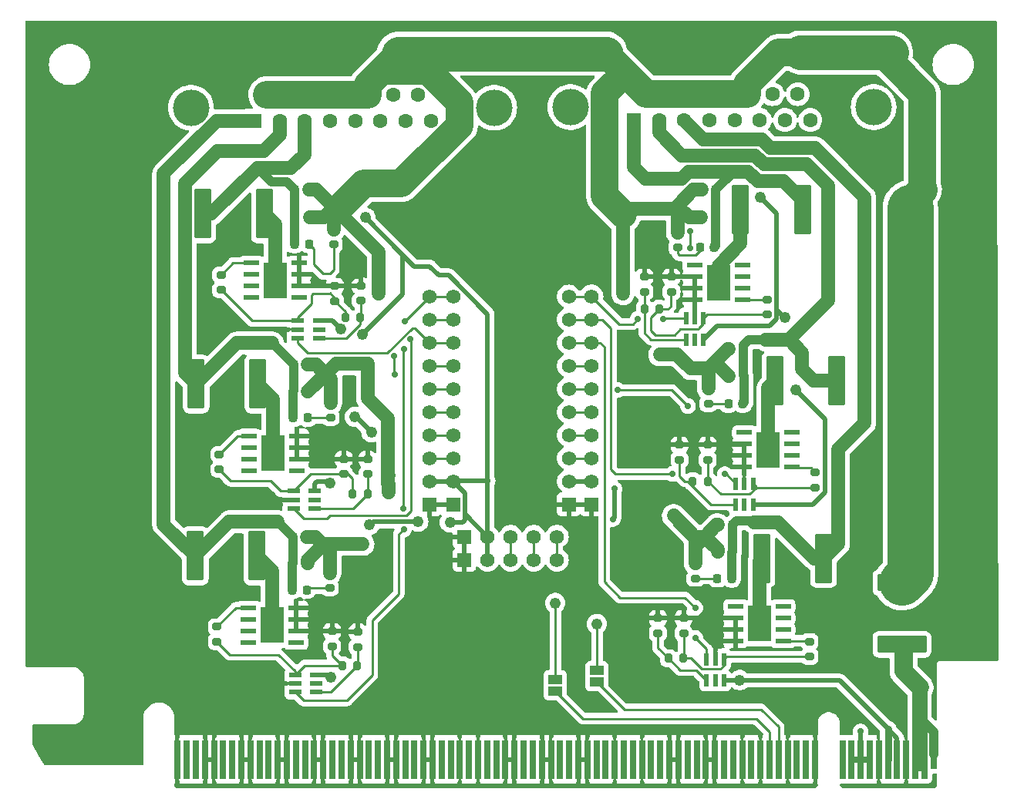
<source format=gbr>
%TF.GenerationSoftware,KiCad,Pcbnew,7.0.7*%
%TF.CreationDate,2024-02-19T11:01:39-08:00*%
%TF.ProjectId,MOSFET-board,4d4f5346-4554-42d6-926f-6172642e6b69,rev?*%
%TF.SameCoordinates,Original*%
%TF.FileFunction,Copper,L1,Top*%
%TF.FilePolarity,Positive*%
%FSLAX46Y46*%
G04 Gerber Fmt 4.6, Leading zero omitted, Abs format (unit mm)*
G04 Created by KiCad (PCBNEW 7.0.7) date 2024-02-19 11:01:39*
%MOMM*%
%LPD*%
G01*
G04 APERTURE LIST*
G04 Aperture macros list*
%AMRoundRect*
0 Rectangle with rounded corners*
0 $1 Rounding radius*
0 $2 $3 $4 $5 $6 $7 $8 $9 X,Y pos of 4 corners*
0 Add a 4 corners polygon primitive as box body*
4,1,4,$2,$3,$4,$5,$6,$7,$8,$9,$2,$3,0*
0 Add four circle primitives for the rounded corners*
1,1,$1+$1,$2,$3*
1,1,$1+$1,$4,$5*
1,1,$1+$1,$6,$7*
1,1,$1+$1,$8,$9*
0 Add four rect primitives between the rounded corners*
20,1,$1+$1,$2,$3,$4,$5,0*
20,1,$1+$1,$4,$5,$6,$7,0*
20,1,$1+$1,$6,$7,$8,$9,0*
20,1,$1+$1,$8,$9,$2,$3,0*%
G04 Aperture macros list end*
%TA.AperFunction,SMDPad,CuDef*%
%ADD10RoundRect,0.250000X2.475000X-0.712500X2.475000X0.712500X-2.475000X0.712500X-2.475000X-0.712500X0*%
%TD*%
%TA.AperFunction,SMDPad,CuDef*%
%ADD11RoundRect,0.250000X-0.712500X-2.475000X0.712500X-2.475000X0.712500X2.475000X-0.712500X2.475000X0*%
%TD*%
%TA.AperFunction,SMDPad,CuDef*%
%ADD12RoundRect,0.200000X-0.200000X-0.275000X0.200000X-0.275000X0.200000X0.275000X-0.200000X0.275000X0*%
%TD*%
%TA.AperFunction,SMDPad,CuDef*%
%ADD13RoundRect,0.200000X0.275000X-0.200000X0.275000X0.200000X-0.275000X0.200000X-0.275000X-0.200000X0*%
%TD*%
%TA.AperFunction,SMDPad,CuDef*%
%ADD14RoundRect,0.039900X0.800100X0.245100X-0.800100X0.245100X-0.800100X-0.245100X0.800100X-0.245100X0*%
%TD*%
%TA.AperFunction,SMDPad,CuDef*%
%ADD15R,2.650000X4.000000*%
%TD*%
%TA.AperFunction,ComponentPad*%
%ADD16C,1.560000*%
%TD*%
%TA.AperFunction,SMDPad,CuDef*%
%ADD17RoundRect,0.200000X-0.275000X0.200000X-0.275000X-0.200000X0.275000X-0.200000X0.275000X0.200000X0*%
%TD*%
%TA.AperFunction,ComponentPad*%
%ADD18C,4.000000*%
%TD*%
%TA.AperFunction,ComponentPad*%
%ADD19R,1.600000X1.600000*%
%TD*%
%TA.AperFunction,ComponentPad*%
%ADD20C,1.600000*%
%TD*%
%TA.AperFunction,ComponentPad*%
%ADD21R,1.560000X1.560000*%
%TD*%
%TA.AperFunction,SMDPad,CuDef*%
%ADD22RoundRect,0.218750X-0.218750X-0.256250X0.218750X-0.256250X0.218750X0.256250X-0.218750X0.256250X0*%
%TD*%
%TA.AperFunction,SMDPad,CuDef*%
%ADD23RoundRect,0.088500X-0.206500X0.606500X-0.206500X-0.606500X0.206500X-0.606500X0.206500X0.606500X0*%
%TD*%
%TA.AperFunction,SMDPad,CuDef*%
%ADD24RoundRect,0.200000X0.200000X0.275000X-0.200000X0.275000X-0.200000X-0.275000X0.200000X-0.275000X0*%
%TD*%
%TA.AperFunction,SMDPad,CuDef*%
%ADD25RoundRect,0.039900X-0.800100X-0.245100X0.800100X-0.245100X0.800100X0.245100X-0.800100X0.245100X0*%
%TD*%
%TA.AperFunction,SMDPad,CuDef*%
%ADD26RoundRect,0.218750X0.218750X0.256250X-0.218750X0.256250X-0.218750X-0.256250X0.218750X-0.256250X0*%
%TD*%
%TA.AperFunction,SMDPad,CuDef*%
%ADD27RoundRect,0.088500X-0.606500X-0.206500X0.606500X-0.206500X0.606500X0.206500X-0.606500X0.206500X0*%
%TD*%
%TA.AperFunction,SMDPad,CuDef*%
%ADD28R,1.500000X1.000000*%
%TD*%
%TA.AperFunction,SMDPad,CuDef*%
%ADD29RoundRect,0.250000X0.712500X2.475000X-0.712500X2.475000X-0.712500X-2.475000X0.712500X-2.475000X0*%
%TD*%
%TA.AperFunction,ConnectorPad*%
%ADD30R,0.700000X3.200000*%
%TD*%
%TA.AperFunction,ConnectorPad*%
%ADD31R,0.700000X4.300000*%
%TD*%
%TA.AperFunction,ViaPad*%
%ADD32C,0.711200*%
%TD*%
%TA.AperFunction,ViaPad*%
%ADD33C,1.219200*%
%TD*%
%TA.AperFunction,Conductor*%
%ADD34C,1.016000*%
%TD*%
%TA.AperFunction,Conductor*%
%ADD35C,1.524000*%
%TD*%
%TA.AperFunction,Conductor*%
%ADD36C,0.635000*%
%TD*%
%TA.AperFunction,Conductor*%
%ADD37C,0.508000*%
%TD*%
%TA.AperFunction,Conductor*%
%ADD38C,0.254000*%
%TD*%
%TA.AperFunction,Conductor*%
%ADD39C,3.048000*%
%TD*%
%TA.AperFunction,Conductor*%
%ADD40C,5.080000*%
%TD*%
%TA.AperFunction,Conductor*%
%ADD41C,3.302000*%
%TD*%
%TA.AperFunction,Conductor*%
%ADD42C,3.810000*%
%TD*%
%TA.AperFunction,Conductor*%
%ADD43C,1.651000*%
%TD*%
%TA.AperFunction,Conductor*%
%ADD44C,2.032000*%
%TD*%
%TA.AperFunction,Conductor*%
%ADD45C,0.762000*%
%TD*%
G04 APERTURE END LIST*
D10*
%TO.P,F1,1*%
%TO.N,Net-(F1-Pad1)*%
X205451000Y-132286000D03*
%TO.P,F1,2*%
%TO.N,+12V*%
X205451000Y-125511000D03*
%TD*%
D11*
%TO.P,F7,1*%
%TO.N,Net-(U6-OUT)*%
X190062500Y-122875000D03*
%TO.P,F7,2*%
%TO.N,PYRO6*%
X196837500Y-122875000D03*
%TD*%
D12*
%TO.P,R85,1*%
%TO.N,Net-(R105-Pad2)*%
X144340000Y-96350000D03*
%TO.P,R85,2*%
%TO.N,Net-(R75-Pad1)*%
X145990000Y-96350000D03*
%TD*%
D13*
%TO.P,R100,1*%
%TO.N,Net-(R100-Pad1)*%
X184125000Y-112025000D03*
%TO.P,R100,2*%
%TO.N,GND*%
X184125000Y-110375000D03*
%TD*%
D14*
%TO.P,U6,1,IN*%
%TO.N,Net-(U6-IN)*%
X192408000Y-131930000D03*
%TO.P,U6,2,NC*%
%TO.N,unconnected-(U6-NC-Pad2)*%
X192408000Y-130660000D03*
%TO.P,U6,3,STATUS*%
%TO.N,unconnected-(U6-STATUS-Pad3)*%
X192408000Y-129390000D03*
%TO.P,U6,4,NC*%
%TO.N,unconnected-(U6-NC-Pad4)*%
X192408000Y-128120000D03*
%TO.P,U6,5,NC*%
%TO.N,unconnected-(U6-NC-Pad5)*%
X187178000Y-128120000D03*
%TO.P,U6,6,GND*%
%TO.N,GND*%
X187178000Y-129390000D03*
%TO.P,U6,7,GND*%
X187178000Y-130660000D03*
%TO.P,U6,8,GND*%
X187178000Y-131930000D03*
D15*
%TO.P,U6,9,OUT*%
%TO.N,Net-(U6-OUT)*%
X189793000Y-130025000D03*
%TD*%
D16*
%TO.P,,21,P03*%
%TO.N,PYRO10EN*%
X168860000Y-104210000D03*
%TD*%
D17*
%TO.P,R104,1*%
%TO.N,Net-(U3-IN)*%
X130500000Y-111425000D03*
%TO.P,R104,2*%
%TO.N,Net-(R104-Pad2)*%
X130500000Y-113075000D03*
%TD*%
%TO.P,R110,1*%
%TO.N,Net-(U4-IN)*%
X195950000Y-113400000D03*
%TO.P,R110,2*%
%TO.N,Net-(R100-Pad1)*%
X195950000Y-115050000D03*
%TD*%
%TO.P,R33,1*%
%TO.N,+12V*%
X180800000Y-87025000D03*
%TO.P,R33,2*%
%TO.N,Net-(D33-A)*%
X180800000Y-88675000D03*
%TD*%
D18*
%TO.P,J3,0*%
%TO.N,N/C*%
X160688000Y-73320331D03*
X127388000Y-73320331D03*
D19*
%TO.P,J3,1,1*%
%TO.N,PYRO1*%
X134343000Y-74740331D03*
D20*
%TO.P,J3,2,2*%
%TO.N,PYRO3*%
X137113000Y-74740331D03*
%TO.P,J3,3,3*%
%TO.N,PYRO5*%
X139883000Y-74740331D03*
%TO.P,J3,4,4*%
%TO.N,PYRO7*%
X142653000Y-74740331D03*
%TO.P,J3,5,5*%
%TO.N,PYRO9*%
X145423000Y-74740331D03*
%TO.P,J3,6,6*%
%TO.N,unconnected-(J3-Pad6)*%
X148193000Y-74740331D03*
%TO.P,J3,7,7*%
%TO.N,unconnected-(J3-Pad7)*%
X150963000Y-74740331D03*
%TO.P,J3,8,8*%
%TO.N,unconnected-(J3-Pad8)*%
X153733000Y-74740331D03*
%TO.P,J3,9,P9*%
%TO.N,+12V*%
X135728000Y-71900331D03*
%TO.P,J3,10,P10*%
X138498000Y-71900331D03*
%TO.P,J3,11,P111*%
X141268000Y-71900331D03*
%TO.P,J3,12,P12*%
X144038000Y-71900331D03*
%TO.P,J3,13,P13*%
X146808000Y-71900331D03*
%TO.P,J3,14,P14*%
%TO.N,unconnected-(J3-P14-Pad14)*%
X149578000Y-71900331D03*
%TO.P,J3,15,P15*%
%TO.N,unconnected-(J3-P15-Pad15)*%
X152348000Y-71900331D03*
%TD*%
D12*
%TO.P,R22,1*%
%TO.N,+12V*%
X185200000Y-122125000D03*
%TO.P,R22,2*%
%TO.N,PYRO6*%
X186850000Y-122125000D03*
%TD*%
D13*
%TO.P,R75,1*%
%TO.N,Net-(R75-Pad1)*%
X146040000Y-94550000D03*
%TO.P,R75,2*%
%TO.N,GND*%
X146040000Y-92900000D03*
%TD*%
D21*
%TO.P,,10,GND*%
%TO.N,GND*%
X156160000Y-116910000D03*
%TD*%
D16*
%TO.P,,8,P17*%
%TO.N,unconnected-(U11-P17-Pad8)*%
X156160000Y-111830000D03*
%TD*%
D22*
%TO.P,D49,1,K*%
%TO.N,+12V*%
X183442500Y-82350000D03*
%TO.P,D49,2,A*%
%TO.N,PYRO2*%
X185017500Y-82350000D03*
%TD*%
%TO.P,D50,1,K*%
%TO.N,+12V*%
X186462500Y-99875000D03*
%TO.P,D50,2,A*%
%TO.N,PYRO4*%
X188037500Y-99875000D03*
%TD*%
D13*
%TO.P,R95,1*%
%TO.N,Net-(R105-Pad2)*%
X143190000Y-94575000D03*
%TO.P,R95,2*%
%TO.N,GND*%
X143190000Y-92925000D03*
%TD*%
D16*
%TO.P,,15,INT*%
%TO.N,unconnected-(U11-INT-Pad15)*%
X167570000Y-120460000D03*
%TD*%
D11*
%TO.P,F10,1*%
%TO.N,Net-(U2-OUT)*%
X187737500Y-84500000D03*
%TO.P,F10,2*%
%TO.N,PYRO2*%
X194512500Y-84500000D03*
%TD*%
D16*
%TO.P,U11,1,P10*%
%TO.N,PYRO1EN*%
X153598900Y-94045500D03*
%TO.P,U11,2,P11*%
%TO.N,PYRO3EN*%
X153598900Y-96585500D03*
%TO.P,U11,3,P12*%
%TO.N,PYRO5EN*%
X153598900Y-99125500D03*
%TO.P,U11,4,P13*%
%TO.N,PYRO7EN*%
X153598900Y-101665500D03*
%TO.P,U11,5,P14*%
%TO.N,PYRO9EN*%
X153598900Y-104205500D03*
%TO.P,U11,6,P15*%
%TO.N,unconnected-(U11-P15-Pad6)*%
X153598900Y-106745500D03*
%TO.P,U11,7,P16*%
%TO.N,unconnected-(U11-P16-Pad7)*%
X153598900Y-109285500D03*
%TO.P,U11,8,P17*%
%TO.N,unconnected-(U11-P17-Pad8)*%
X153598900Y-111825500D03*
%TO.P,U11,9,VDD*%
%TO.N,+5V*%
X153598900Y-114365500D03*
D21*
%TO.P,U11,10,GND*%
%TO.N,GND*%
X153598900Y-116905500D03*
%TO.P,U11,11,GND*%
X157408900Y-123001500D03*
D16*
%TO.P,U11,12,VCC*%
%TO.N,+5V*%
X159948900Y-123001500D03*
%TO.P,U11,13,SDA*%
%TO.N,I2C_SDA*%
X162488900Y-123001500D03*
%TO.P,U11,14,SCL*%
%TO.N,I2C_SCL*%
X165028900Y-123001500D03*
%TO.P,U11,15,INT*%
%TO.N,unconnected-(U11-INT-Pad15)*%
X167568900Y-123001500D03*
D21*
%TO.P,U11,16,GND*%
%TO.N,GND*%
X171378340Y-116905500D03*
D16*
%TO.P,U11,17,VDD*%
%TO.N,+5V*%
X171378340Y-114365500D03*
%TO.P,U11,18,P00*%
%TO.N,unconnected-(U11-P00-Pad18)*%
X171378340Y-111825500D03*
%TO.P,U11,19,P01*%
%TO.N,unconnected-(U11-P01-Pad19)*%
X171378340Y-109285500D03*
%TO.P,U11,20,P02*%
%TO.N,unconnected-(U11-P02-Pad20)*%
X171378340Y-106745500D03*
%TO.P,U11,21,P03*%
%TO.N,PYRO10EN*%
X171378340Y-104205500D03*
%TO.P,U11,22,P04*%
%TO.N,PYRO8EN*%
X171378340Y-101665500D03*
%TO.P,U11,23,P05*%
%TO.N,PYRO6EN*%
X171378340Y-99125500D03*
%TO.P,U11,24,P06*%
%TO.N,PYRO4EN*%
X171378340Y-96585500D03*
%TO.P,U11,25,P07*%
%TO.N,PYRO2EN*%
X171378340Y-94045500D03*
%TD*%
%TO.P,,3,P12*%
%TO.N,PYRO5EN*%
X156160000Y-99130000D03*
%TD*%
D23*
%TO.P,U27,1*%
%TO.N,Net-(R106-Pad2)*%
X185900000Y-133930000D03*
%TO.P,U27,2*%
%TO.N,GND*%
X184950000Y-133930000D03*
%TO.P,U27,3*%
%TO.N,PYRO6EN*%
X184000000Y-133930000D03*
%TO.P,U27,4*%
%TO.N,Net-(R76-Pad1)*%
X184000000Y-136260000D03*
%TO.P,U27,5*%
%TO.N,unconnected-(U27-Pad5)*%
X184950000Y-136260000D03*
%TO.P,U27,6*%
%TO.N,+5V*%
X185900000Y-136260000D03*
%TD*%
D17*
%TO.P,R105,1*%
%TO.N,Net-(U5-IN)*%
X130690000Y-91700000D03*
%TO.P,R105,2*%
%TO.N,Net-(R105-Pad2)*%
X130690000Y-93350000D03*
%TD*%
D16*
%TO.P,,25,P07*%
%TO.N,PYRO2EN*%
X168860000Y-94050000D03*
%TD*%
D13*
%TO.P,R94,1*%
%TO.N,Net-(R104-Pad2)*%
X144150000Y-113575000D03*
%TO.P,R94,2*%
%TO.N,GND*%
X144150000Y-111925000D03*
%TD*%
D16*
%TO.P,,7,P16*%
%TO.N,unconnected-(U11-P16-Pad7)*%
X156160000Y-109290000D03*
%TD*%
D24*
%TO.P,R90,1*%
%TO.N,Net-(R100-Pad1)*%
X184125000Y-114375000D03*
%TO.P,R90,2*%
%TO.N,Net-(R80-Pad1)*%
X182475000Y-114375000D03*
%TD*%
D16*
%TO.P,,20,P02*%
%TO.N,unconnected-(U11-P02-Pad20)*%
X168860000Y-106750000D03*
%TD*%
D25*
%TO.P,U1,1,IN*%
%TO.N,Net-(U1-IN)*%
X133702500Y-128290000D03*
%TO.P,U1,2,NC*%
%TO.N,unconnected-(U1-NC-Pad2)*%
X133702500Y-129560000D03*
%TO.P,U1,3,STATUS*%
%TO.N,unconnected-(U1-STATUS-Pad3)*%
X133702500Y-130830000D03*
%TO.P,U1,4,NC*%
%TO.N,unconnected-(U1-NC-Pad4)*%
X133702500Y-132100000D03*
%TO.P,U1,5,NC*%
%TO.N,unconnected-(U1-NC-Pad5)*%
X138932500Y-132100000D03*
%TO.P,U1,6,GND*%
%TO.N,GND*%
X138932500Y-130830000D03*
%TO.P,U1,7,GND*%
X138932500Y-129560000D03*
%TO.P,U1,8,GND*%
X138932500Y-128290000D03*
D15*
%TO.P,U1,9,OUT*%
%TO.N,Net-(U1-OUT)*%
X136317500Y-130195000D03*
%TD*%
D14*
%TO.P,U4,1,IN*%
%TO.N,Net-(U4-IN)*%
X193380000Y-112805000D03*
%TO.P,U4,2,NC*%
%TO.N,unconnected-(U4-NC-Pad2)*%
X193380000Y-111535000D03*
%TO.P,U4,3,STATUS*%
%TO.N,unconnected-(U4-STATUS-Pad3)*%
X193380000Y-110265000D03*
%TO.P,U4,4,NC*%
%TO.N,unconnected-(U4-NC-Pad4)*%
X193380000Y-108995000D03*
%TO.P,U4,5,NC*%
%TO.N,unconnected-(U4-NC-Pad5)*%
X188150000Y-108995000D03*
%TO.P,U4,6,GND*%
%TO.N,GND*%
X188150000Y-110265000D03*
%TO.P,U4,7,GND*%
X188150000Y-111535000D03*
%TO.P,U4,8,GND*%
X188150000Y-112805000D03*
D15*
%TO.P,U4,9,OUT*%
%TO.N,Net-(U4-OUT)*%
X190765000Y-110900000D03*
%TD*%
D12*
%TO.P,R34,1*%
%TO.N,+12V*%
X183350000Y-85375000D03*
%TO.P,R34,2*%
%TO.N,PYRO2*%
X185000000Y-85375000D03*
%TD*%
D16*
%TO.P,,19,P01*%
%TO.N,unconnected-(U11-P01-Pad19)*%
X168860000Y-109290000D03*
%TD*%
D26*
%TO.P,D44,1,K*%
%TO.N,+12V*%
X140212500Y-101525000D03*
%TO.P,D44,2,A*%
%TO.N,PYRO3*%
X138637500Y-101525000D03*
%TD*%
D16*
%TO.P,,24,P06*%
%TO.N,PYRO4EN*%
X168860000Y-96590000D03*
%TD*%
D27*
%TO.P,U26,1*%
%TO.N,Net-(R105-Pad2)*%
X139100000Y-96740000D03*
%TO.P,U26,2*%
%TO.N,GND*%
X139100000Y-97690000D03*
%TO.P,U26,3*%
%TO.N,PYRO5EN*%
X139100000Y-98640000D03*
%TO.P,U26,4*%
%TO.N,Net-(R75-Pad1)*%
X141430000Y-98640000D03*
%TO.P,U26,5*%
%TO.N,unconnected-(U26-Pad5)*%
X141430000Y-97690000D03*
%TO.P,U26,6*%
%TO.N,+5V*%
X141430000Y-96740000D03*
%TD*%
D23*
%TO.P,U30,1*%
%TO.N,Net-(R109-Pad2)*%
X183650000Y-96490000D03*
%TO.P,U30,2*%
%TO.N,GND*%
X182700000Y-96490000D03*
%TO.P,U30,3*%
%TO.N,PYRO2EN*%
X181750000Y-96490000D03*
%TO.P,U30,4*%
%TO.N,Net-(R79-Pad1)*%
X181750000Y-98820000D03*
%TO.P,U30,5*%
%TO.N,unconnected-(U30-Pad5)*%
X182700000Y-98820000D03*
%TO.P,U30,6*%
%TO.N,+5V*%
X183650000Y-98820000D03*
%TD*%
D12*
%TO.P,R84,1*%
%TO.N,Net-(R104-Pad2)*%
X145125000Y-115775000D03*
%TO.P,R84,2*%
%TO.N,Net-(R74-Pad1)*%
X146775000Y-115775000D03*
%TD*%
D17*
%TO.P,R13,1*%
%TO.N,+12V*%
X142714750Y-105757250D03*
%TO.P,R13,2*%
%TO.N,Net-(D13-A)*%
X142714750Y-107407250D03*
%TD*%
D13*
%TO.P,R99,1*%
%TO.N,Net-(R109-Pad2)*%
X180150000Y-93550000D03*
%TO.P,R99,2*%
%TO.N,GND*%
X180150000Y-91900000D03*
%TD*%
D17*
%TO.P,R21,1*%
%TO.N,+12V*%
X182775000Y-123400000D03*
%TO.P,R21,2*%
%TO.N,Net-(D21-A)*%
X182775000Y-125050000D03*
%TD*%
D24*
%TO.P,R10,1*%
%TO.N,+12V*%
X140175000Y-123375000D03*
%TO.P,R10,2*%
%TO.N,PYRO1*%
X138525000Y-123375000D03*
%TD*%
D26*
%TO.P,D33,1,K*%
%TO.N,PYRO2*%
X184837500Y-88675000D03*
%TO.P,D33,2,A*%
%TO.N,Net-(D33-A)*%
X183262500Y-88675000D03*
%TD*%
D13*
%TO.P,R80,1*%
%TO.N,Net-(R80-Pad1)*%
X181025000Y-112025000D03*
%TO.P,R80,2*%
%TO.N,GND*%
X181025000Y-110375000D03*
%TD*%
D14*
%TO.P,U2,1,IN*%
%TO.N,Net-(U2-IN)*%
X187930000Y-94435000D03*
%TO.P,U2,2,NC*%
%TO.N,unconnected-(U2-NC-Pad2)*%
X187930000Y-93165000D03*
%TO.P,U2,3,STATUS*%
%TO.N,unconnected-(U2-STATUS-Pad3)*%
X187930000Y-91895000D03*
%TO.P,U2,4,NC*%
%TO.N,unconnected-(U2-NC-Pad4)*%
X187930000Y-90625000D03*
%TO.P,U2,5,NC*%
%TO.N,unconnected-(U2-NC-Pad5)*%
X182700000Y-90625000D03*
%TO.P,U2,6,GND*%
%TO.N,GND*%
X182700000Y-91895000D03*
%TO.P,U2,7,GND*%
X182700000Y-93165000D03*
%TO.P,U2,8,GND*%
X182700000Y-94435000D03*
D15*
%TO.P,U2,9,OUT*%
%TO.N,Net-(U2-OUT)*%
X185315000Y-92530000D03*
%TD*%
D27*
%TO.P,U24,1*%
%TO.N,Net-(R103-Pad2)*%
X138840000Y-135650000D03*
%TO.P,U24,2*%
%TO.N,GND*%
X138840000Y-136600000D03*
%TO.P,U24,3*%
%TO.N,PYRO1EN*%
X138840000Y-137550000D03*
%TO.P,U24,4*%
%TO.N,Net-(R73-Pad1)*%
X141170000Y-137550000D03*
%TO.P,U24,5*%
%TO.N,unconnected-(U24-Pad5)*%
X141170000Y-136600000D03*
%TO.P,U24,6*%
%TO.N,+5V*%
X141170000Y-135650000D03*
%TD*%
D23*
%TO.P,U31,1*%
%TO.N,Net-(R100-Pad1)*%
X189100000Y-114622500D03*
%TO.P,U31,2*%
%TO.N,GND*%
X188150000Y-114622500D03*
%TO.P,U31,3*%
%TO.N,PYRO4EN*%
X187200000Y-114622500D03*
%TO.P,U31,4*%
%TO.N,Net-(R80-Pad1)*%
X187200000Y-116952500D03*
%TO.P,U31,5*%
%TO.N,unconnected-(U31-Pad5)*%
X188150000Y-116952500D03*
%TO.P,U31,6*%
%TO.N,+5V*%
X189100000Y-116952500D03*
%TD*%
D16*
%TO.P,,1,P10*%
%TO.N,PYRO1EN*%
X156160000Y-94050000D03*
%TD*%
D21*
%TO.P,,16,GND*%
%TO.N,GND*%
X168860000Y-116910000D03*
%TD*%
D16*
%TO.P,,9,VDD*%
%TO.N,+5V*%
X156160000Y-114370000D03*
%TD*%
%TO.P,,5,P14*%
%TO.N,PYRO9EN*%
X156160000Y-104210000D03*
%TD*%
D24*
%TO.P,R14,1*%
%TO.N,+12V*%
X140225000Y-104500000D03*
%TO.P,R14,2*%
%TO.N,PYRO3*%
X138575000Y-104500000D03*
%TD*%
D17*
%TO.P,R9,1*%
%TO.N,+12V*%
X142622250Y-124461250D03*
%TO.P,R9,2*%
%TO.N,Net-(D9-A)*%
X142622250Y-126111250D03*
%TD*%
D26*
%TO.P,D37,1,K*%
%TO.N,PYRO4*%
X187962500Y-105850000D03*
%TO.P,D37,2,A*%
%TO.N,Net-(D37-A)*%
X186387500Y-105850000D03*
%TD*%
D11*
%TO.P,F11,1*%
%TO.N,Net-(U4-OUT)*%
X191512500Y-103330000D03*
%TO.P,F11,2*%
%TO.N,PYRO4*%
X198287500Y-103330000D03*
%TD*%
D16*
%TO.P,,22,P04*%
%TO.N,PYRO8EN*%
X168860000Y-101670000D03*
%TD*%
D26*
%TO.P,D43,1,K*%
%TO.N,+12V*%
X140137500Y-120475000D03*
%TO.P,D43,2,A*%
%TO.N,PYRO1*%
X138562500Y-120475000D03*
%TD*%
D17*
%TO.P,R103,1*%
%TO.N,Net-(U1-IN)*%
X130225000Y-130350000D03*
%TO.P,R103,2*%
%TO.N,Net-(R103-Pad2)*%
X130225000Y-132000000D03*
%TD*%
D13*
%TO.P,R96,1*%
%TO.N,Net-(R106-Pad2)*%
X181475000Y-131075000D03*
%TO.P,R96,2*%
%TO.N,GND*%
X181475000Y-129425000D03*
%TD*%
%TO.P,R76,1*%
%TO.N,Net-(R76-Pad1)*%
X178650000Y-131075000D03*
%TO.P,R76,2*%
%TO.N,GND*%
X178650000Y-129425000D03*
%TD*%
%TO.P,R74,1*%
%TO.N,Net-(R74-Pad1)*%
X146775000Y-113600000D03*
%TO.P,R74,2*%
%TO.N,GND*%
X146775000Y-111950000D03*
%TD*%
%TO.P,R79,1*%
%TO.N,Net-(R79-Pad1)*%
X177175000Y-93550000D03*
%TO.P,R79,2*%
%TO.N,GND*%
X177175000Y-91900000D03*
%TD*%
D12*
%TO.P,R38,1*%
%TO.N,+12V*%
X186450000Y-102825000D03*
%TO.P,R38,2*%
%TO.N,PYRO4*%
X188100000Y-102825000D03*
%TD*%
D17*
%TO.P,R109,1*%
%TO.N,Net-(U2-IN)*%
X190675000Y-94400000D03*
%TO.P,R109,2*%
%TO.N,Net-(R109-Pad2)*%
X190675000Y-96050000D03*
%TD*%
%TO.P,R17,1*%
%TO.N,+12V*%
X143065000Y-86700000D03*
%TO.P,R17,2*%
%TO.N,Net-(D17-A)*%
X143065000Y-88350000D03*
%TD*%
D28*
%TO.P,JP2,1,A*%
%TO.N,Net-(J4-I2C_SDA_AUX)*%
X167386000Y-137429000D03*
%TO.P,JP2,2,B*%
%TO.N,I2C_SDA*%
X167386000Y-136129000D03*
%TD*%
D13*
%TO.P,R73,1*%
%TO.N,Net-(R73-Pad1)*%
X145700000Y-132575000D03*
%TO.P,R73,2*%
%TO.N,GND*%
X145700000Y-130925000D03*
%TD*%
D24*
%TO.P,R89,1*%
%TO.N,Net-(R109-Pad2)*%
X178825000Y-95425000D03*
%TO.P,R89,2*%
%TO.N,Net-(R79-Pad1)*%
X177175000Y-95425000D03*
%TD*%
D18*
%TO.P,J2,0*%
%TO.N,N/C*%
X202344000Y-73256000D03*
X169044000Y-73256000D03*
D19*
%TO.P,J2,1,1*%
%TO.N,PYRO2*%
X175999000Y-74676000D03*
D20*
%TO.P,J2,2,2*%
%TO.N,PYRO4*%
X178769000Y-74676000D03*
%TO.P,J2,3,3*%
%TO.N,PYRO6*%
X181539000Y-74676000D03*
%TO.P,J2,4,4*%
%TO.N,PYRO8*%
X184309000Y-74676000D03*
%TO.P,J2,5,5*%
%TO.N,PYRO10*%
X187079000Y-74676000D03*
%TO.P,J2,6,6*%
%TO.N,unconnected-(J2-Pad6)*%
X189849000Y-74676000D03*
%TO.P,J2,7,7*%
%TO.N,unconnected-(J2-Pad7)*%
X192619000Y-74676000D03*
%TO.P,J2,8,8*%
%TO.N,unconnected-(J2-Pad8)*%
X195389000Y-74676000D03*
%TO.P,J2,9,P9*%
%TO.N,+12V*%
X177384000Y-71836000D03*
%TO.P,J2,10,P10*%
X180154000Y-71836000D03*
%TO.P,J2,11,P111*%
X182924000Y-71836000D03*
%TO.P,J2,12,P12*%
X185694000Y-71836000D03*
%TO.P,J2,13,P13*%
X188464000Y-71836000D03*
%TO.P,J2,14,P14*%
%TO.N,unconnected-(J2-P14-Pad14)*%
X191234000Y-71836000D03*
%TO.P,J2,15,P15*%
%TO.N,unconnected-(J2-P15-Pad15)*%
X194004000Y-71836000D03*
%TD*%
D16*
%TO.P,,12,VCC*%
%TO.N,+5V*%
X159950000Y-120460000D03*
%TD*%
D22*
%TO.P,D17,1,K*%
%TO.N,PYRO5*%
X138752500Y-88300000D03*
%TO.P,D17,2,A*%
%TO.N,Net-(D17-A)*%
X140327500Y-88300000D03*
%TD*%
D26*
%TO.P,D45,1,K*%
%TO.N,+12V*%
X140327500Y-82325000D03*
%TO.P,D45,2,A*%
%TO.N,PYRO5*%
X138752500Y-82325000D03*
%TD*%
D27*
%TO.P,U25,1*%
%TO.N,Net-(R104-Pad2)*%
X138640000Y-115460000D03*
%TO.P,U25,2*%
%TO.N,GND*%
X138640000Y-116410000D03*
%TO.P,U25,3*%
%TO.N,PYRO3EN*%
X138640000Y-117360000D03*
%TO.P,U25,4*%
%TO.N,Net-(R74-Pad1)*%
X140970000Y-117360000D03*
%TO.P,U25,5*%
%TO.N,unconnected-(U25-Pad5)*%
X140970000Y-116410000D03*
%TO.P,U25,6*%
%TO.N,+5V*%
X140970000Y-115460000D03*
%TD*%
D16*
%TO.P,,23,P05*%
%TO.N,PYRO6EN*%
X168860000Y-99130000D03*
%TD*%
D21*
%TO.P,,11,GND*%
%TO.N,GND*%
X157410000Y-120460000D03*
%TD*%
D25*
%TO.P,U3,1,IN*%
%TO.N,Net-(U3-IN)*%
X133795000Y-109395000D03*
%TO.P,U3,2,NC*%
%TO.N,unconnected-(U3-NC-Pad2)*%
X133795000Y-110665000D03*
%TO.P,U3,3,STATUS*%
%TO.N,unconnected-(U3-STATUS-Pad3)*%
X133795000Y-111935000D03*
%TO.P,U3,4,NC*%
%TO.N,unconnected-(U3-NC-Pad4)*%
X133795000Y-113205000D03*
%TO.P,U3,5,NC*%
%TO.N,unconnected-(U3-NC-Pad5)*%
X139025000Y-113205000D03*
%TO.P,U3,6,GND*%
%TO.N,GND*%
X139025000Y-111935000D03*
%TO.P,U3,7,GND*%
X139025000Y-110665000D03*
%TO.P,U3,8,GND*%
X139025000Y-109395000D03*
D15*
%TO.P,U3,9,OUT*%
%TO.N,Net-(U3-OUT)*%
X136410000Y-111300000D03*
%TD*%
D16*
%TO.P,,18,P00*%
%TO.N,unconnected-(U11-P00-Pad18)*%
X168860000Y-111830000D03*
%TD*%
D29*
%TO.P,F4,1*%
%TO.N,Net-(U1-OUT)*%
X134625000Y-122575000D03*
%TO.P,F4,2*%
%TO.N,PYRO1*%
X127850000Y-122575000D03*
%TD*%
D16*
%TO.P,,6,P15*%
%TO.N,unconnected-(U11-P15-Pad6)*%
X156160000Y-106750000D03*
%TD*%
%TO.P,,13,SDA*%
%TO.N,I2C_SDA*%
X162490000Y-120460000D03*
%TD*%
D17*
%TO.P,R37,1*%
%TO.N,+12V*%
X184200000Y-104200000D03*
%TO.P,R37,2*%
%TO.N,Net-(D37-A)*%
X184200000Y-105850000D03*
%TD*%
D28*
%TO.P,JP1,1,A*%
%TO.N,I2C_SCL*%
X171958000Y-135128000D03*
%TO.P,JP1,2,B*%
%TO.N,Net-(J4-I2C_SCL_AUX)*%
X171958000Y-136428000D03*
%TD*%
D22*
%TO.P,D13,1,K*%
%TO.N,PYRO3*%
X138625250Y-107407250D03*
%TO.P,D13,2,A*%
%TO.N,Net-(D13-A)*%
X140200250Y-107407250D03*
%TD*%
%TO.P,D46,1,K*%
%TO.N,+12V*%
X185250000Y-119175000D03*
%TO.P,D46,2,A*%
%TO.N,PYRO6*%
X186825000Y-119175000D03*
%TD*%
D29*
%TO.P,F6,1*%
%TO.N,Net-(U5-OUT)*%
X135455619Y-84980001D03*
%TO.P,F6,2*%
%TO.N,PYRO5*%
X128680619Y-84980001D03*
%TD*%
D26*
%TO.P,D21,1,K*%
%TO.N,PYRO6*%
X186762500Y-125050000D03*
%TO.P,D21,2,A*%
%TO.N,Net-(D21-A)*%
X185187500Y-125050000D03*
%TD*%
D16*
%TO.P,,4,P13*%
%TO.N,PYRO7EN*%
X156160000Y-101670000D03*
%TD*%
D24*
%TO.P,R18,1*%
%TO.N,+12V*%
X140415000Y-85350000D03*
%TO.P,R18,2*%
%TO.N,PYRO5*%
X138765000Y-85350000D03*
%TD*%
D25*
%TO.P,U5,1,IN*%
%TO.N,Net-(U5-IN)*%
X134010000Y-90370000D03*
%TO.P,U5,2,NC*%
%TO.N,unconnected-(U5-NC-Pad2)*%
X134010000Y-91640000D03*
%TO.P,U5,3,STATUS*%
%TO.N,unconnected-(U5-STATUS-Pad3)*%
X134010000Y-92910000D03*
%TO.P,U5,4,NC*%
%TO.N,unconnected-(U5-NC-Pad4)*%
X134010000Y-94180000D03*
%TO.P,U5,5,NC*%
%TO.N,unconnected-(U5-NC-Pad5)*%
X139240000Y-94180000D03*
%TO.P,U5,6,GND*%
%TO.N,GND*%
X139240000Y-92910000D03*
%TO.P,U5,7,GND*%
X139240000Y-91640000D03*
%TO.P,U5,8,GND*%
X139240000Y-90370000D03*
D15*
%TO.P,U5,9,OUT*%
%TO.N,Net-(U5-OUT)*%
X136625000Y-92275000D03*
%TD*%
D24*
%TO.P,R86,1*%
%TO.N,Net-(R106-Pad2)*%
X181450000Y-133825000D03*
%TO.P,R86,2*%
%TO.N,Net-(R76-Pad1)*%
X179800000Y-133825000D03*
%TD*%
D17*
%TO.P,R106,1*%
%TO.N,Net-(U6-IN)*%
X195300000Y-131975000D03*
%TO.P,R106,2*%
%TO.N,Net-(R106-Pad2)*%
X195300000Y-133625000D03*
%TD*%
D12*
%TO.P,R83,1*%
%TO.N,Net-(R103-Pad2)*%
X144000000Y-134625000D03*
%TO.P,R83,2*%
%TO.N,Net-(R73-Pad1)*%
X145650000Y-134625000D03*
%TD*%
D22*
%TO.P,D9,1,K*%
%TO.N,PYRO1*%
X138532750Y-126302250D03*
%TO.P,D9,2,A*%
%TO.N,Net-(D9-A)*%
X140107750Y-126302250D03*
%TD*%
D16*
%TO.P,,17,VDD*%
%TO.N,+5V*%
X168860000Y-114370000D03*
%TD*%
%TO.P,,2,P11*%
%TO.N,PYRO3EN*%
X156160000Y-96590000D03*
%TD*%
%TO.P,,14,SCL*%
%TO.N,I2C_SCL*%
X165030000Y-120460000D03*
%TD*%
D29*
%TO.P,F5,1*%
%TO.N,Net-(U3-OUT)*%
X134717500Y-103680000D03*
%TO.P,F5,2*%
%TO.N,PYRO3*%
X127942500Y-103680000D03*
%TD*%
D13*
%TO.P,R93,1*%
%TO.N,Net-(R103-Pad2)*%
X142875000Y-132500000D03*
%TO.P,R93,2*%
%TO.N,GND*%
X142875000Y-130850000D03*
%TD*%
D30*
%TO.P,J4,A1,+12V*%
%TO.N,Net-(F1-Pad1)*%
X208915000Y-144399000D03*
D31*
%TO.P,J4,A2,+12V*%
X207915000Y-144949000D03*
%TO.P,J4,A3,+12V*%
X206915000Y-144949000D03*
%TO.P,J4,A4,GND*%
%TO.N,GND*%
X205915000Y-144949000D03*
%TO.P,J4,A5,5V*%
%TO.N,+5V*%
X204915000Y-144949000D03*
%TO.P,J4,A6,5V*%
X203915000Y-144949000D03*
%TO.P,J4,A7,GND*%
%TO.N,GND*%
X202915000Y-144949000D03*
%TO.P,J4,A8,3.3V*%
%TO.N,+3.3V*%
X201915000Y-144949000D03*
%TO.P,J4,A9,+3.3V*%
X200915000Y-144949000D03*
%TO.P,J4,A10,3.3VAux*%
X199915000Y-144949000D03*
%TO.P,J4,A11,PWRGD*%
%TO.N,unconnected-(J4-PWRGD-PadA11)*%
X198915000Y-144949000D03*
%TO.P,J4,A12,GND*%
%TO.N,GND*%
X195915000Y-144949000D03*
%TO.P,J4,A13,REFCLK+*%
%TO.N,unconnected-(J4-REFCLK+-PadA13)*%
X194915000Y-144949000D03*
%TO.P,J4,A14,REFCLK-*%
%TO.N,unconnected-(J4-REFCLK--PadA14)*%
X193915000Y-144949000D03*
%TO.P,J4,A15,GND*%
%TO.N,GND*%
X192915000Y-144949000D03*
%TO.P,J4,A16,I2C_SCL_AUX*%
%TO.N,Net-(J4-I2C_SCL_AUX)*%
X191915000Y-144949000D03*
%TO.P,J4,A17,I2C_SDA_AUX*%
%TO.N,Net-(J4-I2C_SDA_AUX)*%
X190915000Y-144949000D03*
%TO.P,J4,A18,GND*%
%TO.N,GND*%
X189915000Y-144949000D03*
%TO.P,J4,A19,RSVD*%
%TO.N,unconnected-(J4-RSVD-PadA19)*%
X188915000Y-144949000D03*
%TO.P,J4,A20,GND*%
%TO.N,GND*%
X187915000Y-144949000D03*
%TO.P,J4,A21,PERp1*%
%TO.N,unconnected-(J4-PERp1-PadA21)*%
X186915000Y-144949000D03*
%TO.P,J4,A22,PERn1*%
%TO.N,unconnected-(J4-PERn1-PadA22)*%
X185915000Y-144949000D03*
%TO.P,J4,A23,GND*%
%TO.N,GND*%
X184915000Y-144949000D03*
%TO.P,J4,A24,GND*%
X183915000Y-144949000D03*
%TO.P,J4,A25,HX_DT5*%
%TO.N,unconnected-(J4-HX_DT5-PadA25)*%
X182915000Y-144949000D03*
%TO.P,J4,A26,HX_DT6*%
%TO.N,unconnected-(J4-HX_DT6-PadA26)*%
X181915000Y-144949000D03*
%TO.P,J4,A27,GND*%
%TO.N,GND*%
X180915000Y-144949000D03*
%TO.P,J4,A28,GND*%
X179915000Y-144949000D03*
%TO.P,J4,A29,HX_DT7*%
%TO.N,unconnected-(J4-HX_DT7-PadA29)*%
X178915000Y-144949000D03*
%TO.P,J4,A30,HX_DT8*%
%TO.N,unconnected-(J4-HX_DT8-PadA30)*%
X177915000Y-144949000D03*
%TO.P,J4,A31,GND*%
%TO.N,GND*%
X176915000Y-144949000D03*
%TO.P,J4,A32,RSVD*%
%TO.N,unconnected-(J4-RSVD-PadA32)*%
X175915000Y-144949000D03*
%TO.P,J4,A33,RSVD*%
%TO.N,unconnected-(J4-RSVD-PadA33)*%
X174915000Y-144949000D03*
%TO.P,J4,A34,GND*%
%TO.N,GND*%
X173915000Y-144949000D03*
%TO.P,J4,A35,SPI1_CLK*%
%TO.N,unconnected-(J4-SPI1_CLK-PadA35)*%
X172915000Y-144949000D03*
%TO.P,J4,A36,SPI1_MISO*%
%TO.N,unconnected-(J4-SPI1_MISO-PadA36)*%
X171915000Y-144949000D03*
%TO.P,J4,A37,GND*%
%TO.N,GND*%
X170915000Y-144949000D03*
%TO.P,J4,A38,GND*%
X169915000Y-144949000D03*
%TO.P,J4,A39,TC_CS3*%
%TO.N,unconnected-(J4-TC_CS3-PadA39)*%
X168915000Y-144949000D03*
%TO.P,J4,A40,TC_CS4*%
%TO.N,unconnected-(J4-TC_CS4-PadA40)*%
X167915000Y-144949000D03*
%TO.P,J4,A41,GND*%
%TO.N,GND*%
X166915000Y-144949000D03*
%TO.P,J4,A42,GND*%
X165915000Y-144949000D03*
%TO.P,J4,A43,PERp6*%
%TO.N,unconnected-(J4-PERp6-PadA43)*%
X164915000Y-144949000D03*
%TO.P,J4,A44,PERn6*%
%TO.N,unconnected-(J4-PERn6-PadA44)*%
X163915000Y-144949000D03*
%TO.P,J4,A45,GND*%
%TO.N,GND*%
X162915000Y-144949000D03*
%TO.P,J4,A46,GND*%
X161915000Y-144949000D03*
%TO.P,J4,A47,PERp7*%
%TO.N,unconnected-(J4-PERp7-PadA47)*%
X160915000Y-144949000D03*
%TO.P,J4,A48,PERn7*%
%TO.N,unconnected-(J4-PERn7-PadA48)*%
X159915000Y-144949000D03*
%TO.P,J4,A49,GND*%
%TO.N,GND*%
X158915000Y-144949000D03*
%TO.P,J4,A50,RSVD*%
%TO.N,unconnected-(J4-RSVD-PadA50)*%
X157915000Y-144949000D03*
%TO.P,J4,A51,GND*%
%TO.N,GND*%
X156915000Y-144949000D03*
%TO.P,J4,A52,PERp8*%
%TO.N,unconnected-(J4-PERp8-PadA52)*%
X155915000Y-144949000D03*
%TO.P,J4,A53,PERn8*%
%TO.N,unconnected-(J4-PERn8-PadA53)*%
X154915000Y-144949000D03*
%TO.P,J4,A54,GND*%
%TO.N,GND*%
X153915000Y-144949000D03*
%TO.P,J4,A55,GND*%
X152915000Y-144949000D03*
%TO.P,J4,A56,PERp9*%
%TO.N,unconnected-(J4-PERp9-PadA56)*%
X151915000Y-144949000D03*
%TO.P,J4,A57,PERn9*%
%TO.N,unconnected-(J4-PERn9-PadA57)*%
X150915000Y-144949000D03*
%TO.P,J4,A58,GND*%
%TO.N,GND*%
X149915000Y-144949000D03*
%TO.P,J4,A59,GND*%
X148915000Y-144949000D03*
%TO.P,J4,A60,PERp10*%
%TO.N,unconnected-(J4-PERp10-PadA60)*%
X147915000Y-144949000D03*
%TO.P,J4,A61,PERn10*%
%TO.N,unconnected-(J4-PERn10-PadA61)*%
X146915000Y-144949000D03*
%TO.P,J4,A62,GND*%
%TO.N,GND*%
X145915000Y-144949000D03*
%TO.P,J4,A63,GND*%
X144915000Y-144949000D03*
%TO.P,J4,A64,PERp11*%
%TO.N,unconnected-(J4-PERp11-PadA64)*%
X143915000Y-144949000D03*
%TO.P,J4,A65,PERn11*%
%TO.N,unconnected-(J4-PERn11-PadA65)*%
X142915000Y-144949000D03*
%TO.P,J4,A66,GND*%
%TO.N,GND*%
X141915000Y-144949000D03*
%TO.P,J4,A67,GND*%
X140915000Y-144949000D03*
%TO.P,J4,A68,PERp12*%
%TO.N,unconnected-(J4-PERp12-PadA68)*%
X139915000Y-144949000D03*
%TO.P,J4,A69,PERn12*%
%TO.N,unconnected-(J4-PERn12-PadA69)*%
X138915000Y-144949000D03*
%TO.P,J4,A70,GND*%
%TO.N,GND*%
X137915000Y-144949000D03*
%TO.P,J4,A71,GND*%
X136915000Y-144949000D03*
%TO.P,J4,A72,PERp13*%
%TO.N,unconnected-(J4-PERp13-PadA72)*%
X135915000Y-144949000D03*
%TO.P,J4,A73,PERn13*%
%TO.N,unconnected-(J4-PERn13-PadA73)*%
X134915000Y-144949000D03*
%TO.P,J4,A74,GND*%
%TO.N,GND*%
X133915000Y-144949000D03*
%TO.P,J4,A75,GND*%
X132915000Y-144949000D03*
%TO.P,J4,A76,PERp14*%
%TO.N,unconnected-(J4-PERp14-PadA76)*%
X131915000Y-144949000D03*
%TO.P,J4,A77,PERn14*%
%TO.N,unconnected-(J4-PERn14-PadA77)*%
X130915000Y-144949000D03*
%TO.P,J4,A78,GND*%
%TO.N,GND*%
X129915000Y-144949000D03*
%TO.P,J4,A79,GND*%
X128915000Y-144949000D03*
%TO.P,J4,A80,PERp15*%
%TO.N,unconnected-(J4-PERp15-PadA80)*%
X127915000Y-144949000D03*
%TO.P,J4,A81,PERn15*%
%TO.N,unconnected-(J4-PERn15-PadA81)*%
X126915000Y-144949000D03*
%TO.P,J4,A82,GND*%
%TO.N,GND*%
X125915000Y-144949000D03*
%TD*%
D32*
%TO.N,+3.3V*%
X200915000Y-141860000D03*
%TO.N,+12V*%
X145700000Y-101450000D03*
X180375000Y-118150000D03*
X148025000Y-91750000D03*
X146250000Y-121300000D03*
X178875000Y-100475000D03*
X146775000Y-101475000D03*
X149075000Y-114700000D03*
X174800000Y-93750000D03*
X181750000Y-119525000D03*
X149100000Y-113725000D03*
X147975000Y-93775000D03*
X174800000Y-92800000D03*
X144550000Y-101450000D03*
X148000000Y-92750000D03*
X181025000Y-118850000D03*
X149050000Y-115625000D03*
X145000000Y-121300000D03*
X180775000Y-100500000D03*
X143750000Y-121275000D03*
X179825000Y-100475000D03*
X174825000Y-91875000D03*
D33*
%TO.N,I2C_SDA*%
X167386000Y-127747000D03*
%TO.N,I2C_SCL*%
X171958000Y-130048000D03*
%TO.N,GND*%
X171560000Y-90970000D03*
X199009000Y-129032000D03*
X212725000Y-89281000D03*
X179750000Y-114975000D03*
X140970000Y-133096000D03*
X178500000Y-88645000D03*
X161690000Y-116020000D03*
X152400000Y-123698000D03*
X136573211Y-135333789D03*
X132100000Y-116100000D03*
D32*
X193929000Y-138938000D03*
D33*
X145625000Y-91550000D03*
D32*
X153670000Y-122047000D03*
D33*
X175375000Y-116900000D03*
D32*
X157480000Y-130429000D03*
X146050000Y-110490000D03*
X155321000Y-130429000D03*
X155321000Y-128397000D03*
D33*
X148387393Y-85344000D03*
D32*
X157480000Y-128397000D03*
D33*
X132588000Y-85820400D03*
X150876000Y-84328000D03*
D32*
X184785000Y-127000000D03*
D33*
X178700000Y-109675000D03*
D32*
X136280000Y-115820000D03*
D33*
X142550000Y-111925000D03*
X148209000Y-125857000D03*
D32*
%TO.N,PYRO1EN*%
X150788900Y-99825000D03*
X150750000Y-119650000D03*
X150850000Y-96788900D03*
X150725000Y-117375000D03*
%TO.N,PYRO2EN*%
X179245841Y-96513065D03*
X176438900Y-96550000D03*
%TO.N,PYRO3EN*%
X151500000Y-98750000D03*
%TO.N,PYRO4EN*%
X180275000Y-113575000D03*
X186025000Y-113600000D03*
%TO.N,PYRO6EN*%
X182753000Y-128270000D03*
X182753000Y-131572000D03*
%TO.N,PYRO8EN*%
X182200000Y-86850000D03*
X182200000Y-88725000D03*
%TO.N,PYRO9EN*%
X149750000Y-102600000D03*
X149700000Y-100600000D03*
%TO.N,PYRO10EN*%
X181950000Y-106100000D03*
X174211100Y-104350000D03*
D33*
%TO.N,Net-(F1-Pad1)*%
X205613000Y-135255000D03*
%TO.N,+5V*%
X146250000Y-98225000D03*
X146975000Y-119175000D03*
X152336400Y-118786400D03*
X147200000Y-108975000D03*
X189900000Y-83200000D03*
X187640000Y-136220000D03*
X146525000Y-85400000D03*
X143799893Y-97659900D03*
D32*
X173730000Y-118520000D03*
X173860000Y-115200000D03*
D33*
X145400000Y-107300000D03*
X142725000Y-135950000D03*
X142625000Y-114565100D03*
X155822400Y-118875000D03*
D32*
X159950000Y-114340000D03*
D33*
X193775000Y-104300000D03*
X192575000Y-96375000D03*
%TD*%
D34*
%TO.N,PYRO1*%
X138532750Y-126302250D02*
X138532750Y-123382750D01*
D35*
X136921500Y-118834000D02*
X131591000Y-118834000D01*
X124400000Y-119125000D02*
X127850000Y-122575000D01*
X131591000Y-118834000D02*
X127850000Y-122575000D01*
X130233269Y-74740331D02*
X124400000Y-80573600D01*
D34*
X138532750Y-123382750D02*
X138525000Y-123375000D01*
X138562500Y-120475000D02*
X136921500Y-118834000D01*
D35*
X134343000Y-74740331D02*
X130233269Y-74740331D01*
D34*
X138562500Y-123337500D02*
X138525000Y-123375000D01*
D35*
X124400000Y-80573600D02*
X124400000Y-119125000D01*
D34*
X138562500Y-120475000D02*
X138562500Y-123337500D01*
D36*
%TO.N,+3.3V*%
X199915000Y-144949000D02*
X201915000Y-144949000D01*
D37*
X200915000Y-144949000D02*
X200915000Y-141860000D01*
D35*
%TO.N,PYRO2*%
X175999000Y-74676000D02*
X175999000Y-79824000D01*
X188565394Y-80350000D02*
X187475000Y-80350000D01*
X194512500Y-84500000D02*
X194512500Y-83487500D01*
D34*
X185017500Y-85357500D02*
X185000000Y-85375000D01*
X185000000Y-88512500D02*
X185000000Y-85375000D01*
D35*
X189615394Y-81400000D02*
X188565394Y-80350000D01*
X177275000Y-81100000D02*
X181285528Y-81100000D01*
D34*
X184837500Y-88675000D02*
X185000000Y-88512500D01*
X187017500Y-80350000D02*
X187475000Y-80350000D01*
D35*
X192425000Y-81400000D02*
X189615394Y-81400000D01*
X175999000Y-79824000D02*
X177275000Y-81100000D01*
X181285528Y-81100000D02*
X182035528Y-80350000D01*
D34*
X185017500Y-82350000D02*
X187017500Y-80350000D01*
X185017500Y-82350000D02*
X185017500Y-85357500D01*
D35*
X182035528Y-80350000D02*
X187475000Y-80350000D01*
X194512500Y-83487500D02*
X192425000Y-81400000D01*
D34*
%TO.N,PYRO3*%
X138637500Y-104437500D02*
X138575000Y-104500000D01*
D35*
X130325000Y-78050000D02*
X126702119Y-81672881D01*
X137113000Y-74740331D02*
X137113000Y-76287000D01*
D34*
X138637500Y-101525000D02*
X136312500Y-99200000D01*
D35*
X137113000Y-76287000D02*
X135350000Y-78050000D01*
D34*
X138575000Y-107357000D02*
X138625250Y-107407250D01*
D35*
X126702119Y-81672881D02*
X126702119Y-102439619D01*
X132422500Y-99200000D02*
X127942500Y-103680000D01*
D34*
X138637500Y-101525000D02*
X138637500Y-104437500D01*
X138575000Y-104500000D02*
X138575000Y-107357000D01*
D35*
X135350000Y-78050000D02*
X130325000Y-78050000D01*
X136312500Y-99200000D02*
X132422500Y-99200000D01*
X126702119Y-102439619D02*
X127942500Y-103680000D01*
D38*
%TO.N,Net-(D9-A)*%
X140298750Y-126111250D02*
X140107750Y-126302250D01*
X142622250Y-126111250D02*
X140298750Y-126111250D01*
D34*
%TO.N,PYRO4*%
X188100000Y-105712500D02*
X188100000Y-102825000D01*
X188037500Y-99875000D02*
X188037500Y-99387500D01*
D35*
X198287500Y-103330000D02*
X195755000Y-103330000D01*
X195755000Y-103330000D02*
X194475000Y-102050000D01*
X193050000Y-98825000D02*
X190525000Y-98825000D01*
X197350000Y-94525000D02*
X193050000Y-98825000D01*
X194475000Y-102050000D02*
X194475000Y-100250000D01*
D34*
X188037500Y-99387500D02*
X188600000Y-98825000D01*
D35*
X178769000Y-74676000D02*
X178769000Y-76041944D01*
X193175000Y-98950000D02*
X193050000Y-98825000D01*
X194475000Y-100250000D02*
X193175000Y-98950000D01*
X190279866Y-79550000D02*
X195000000Y-79550000D01*
X197350000Y-81900000D02*
X197350000Y-94525000D01*
D34*
X188600000Y-98825000D02*
X190525000Y-98825000D01*
D35*
X178769000Y-76041944D02*
X181299056Y-78572000D01*
X195000000Y-79550000D02*
X197350000Y-81900000D01*
D34*
X187962500Y-105850000D02*
X188100000Y-105712500D01*
X188037500Y-99875000D02*
X188037500Y-102762500D01*
X188037500Y-102762500D02*
X188100000Y-102825000D01*
D35*
X181299056Y-78572000D02*
X189301866Y-78572000D01*
X189301866Y-78572000D02*
X190279866Y-79550000D01*
D38*
%TO.N,Net-(D13-A)*%
X142714750Y-107407250D02*
X140200250Y-107407250D01*
D35*
%TO.N,PYRO5*%
X136405378Y-79924165D02*
X136456213Y-79975000D01*
X136456213Y-79975000D02*
X138375000Y-79975000D01*
X129643330Y-84980001D02*
X128680619Y-84980001D01*
D34*
X136250000Y-81475000D02*
X134699165Y-79924165D01*
X138765000Y-82337500D02*
X138752500Y-82325000D01*
X138752500Y-85362500D02*
X138765000Y-85350000D01*
D35*
X134699165Y-79924165D02*
X129643330Y-84980001D01*
D34*
X138752500Y-88300000D02*
X138752500Y-85362500D01*
D35*
X136351665Y-79924165D02*
X136405378Y-79924165D01*
X139883000Y-78467000D02*
X139883000Y-74740331D01*
X138375000Y-79975000D02*
X139883000Y-78467000D01*
X136351665Y-79924165D02*
X134699165Y-79924165D01*
D34*
X138765000Y-85350000D02*
X138765000Y-82337500D01*
X137902500Y-81475000D02*
X136250000Y-81475000D01*
X138752500Y-82325000D02*
X137902500Y-81475000D01*
D38*
%TO.N,Net-(D17-A)*%
X140850000Y-90550000D02*
X141875000Y-91575000D01*
X140850000Y-88822500D02*
X140850000Y-90550000D01*
X143065000Y-91135000D02*
X143065000Y-88350000D01*
X141875000Y-91575000D02*
X142625000Y-91575000D01*
X142625000Y-91575000D02*
X143065000Y-91135000D01*
X140327500Y-88300000D02*
X140850000Y-88822500D01*
D34*
%TO.N,PYRO6*%
X187250000Y-118750000D02*
X189125000Y-118750000D01*
X186762500Y-125050000D02*
X186762500Y-122212500D01*
D35*
X201325000Y-107975000D02*
X198450000Y-110850000D01*
X198450000Y-121262500D02*
X196837500Y-122875000D01*
X198450000Y-110850000D02*
X198450000Y-121262500D01*
D34*
X186825000Y-122100000D02*
X186850000Y-122125000D01*
X186762500Y-122212500D02*
X186850000Y-122125000D01*
D35*
X183657000Y-76794000D02*
X190038338Y-76794000D01*
X193575000Y-120600000D02*
X191825000Y-118850000D01*
D34*
X186825000Y-119175000D02*
X186825000Y-122100000D01*
D35*
X191825000Y-118850000D02*
X189225000Y-118850000D01*
X195850000Y-122875000D02*
X193575000Y-120600000D01*
X195947000Y-77772000D02*
X201325000Y-83150000D01*
X191016338Y-77772000D02*
X195947000Y-77772000D01*
D34*
X189125000Y-118750000D02*
X189225000Y-118850000D01*
D35*
X196837500Y-122875000D02*
X195850000Y-122875000D01*
X201325000Y-83150000D02*
X201325000Y-107975000D01*
X190038338Y-76794000D02*
X191016338Y-77772000D01*
D34*
X186825000Y-119175000D02*
X187250000Y-118750000D01*
D35*
X181539000Y-74676000D02*
X183657000Y-76794000D01*
D38*
%TO.N,Net-(D21-A)*%
X182775000Y-125050000D02*
X185187500Y-125050000D01*
%TO.N,Net-(D33-A)*%
X183262500Y-89012500D02*
X183262500Y-88675000D01*
X180975000Y-89525000D02*
X182750000Y-89525000D01*
X180800000Y-88675000D02*
X180800000Y-89350000D01*
X180800000Y-89350000D02*
X180975000Y-89525000D01*
X182750000Y-89525000D02*
X183262500Y-89012500D01*
%TO.N,Net-(D37-A)*%
X184200000Y-105850000D02*
X186387500Y-105850000D01*
D39*
%TO.N,+12V*%
X144038000Y-71900331D02*
X146808000Y-71900331D01*
D35*
X186462500Y-99875000D02*
X186325000Y-99875000D01*
X140212500Y-101525000D02*
X141100000Y-101525000D01*
D39*
X153381993Y-69288481D02*
X156850000Y-72756488D01*
D35*
X183812500Y-120462500D02*
X182687500Y-120462500D01*
D39*
X204250000Y-68361518D02*
X207675000Y-71786518D01*
D35*
X182775000Y-121500000D02*
X182775000Y-123400000D01*
X140137500Y-120475000D02*
X141050000Y-120475000D01*
X140175000Y-123025000D02*
X141887500Y-121312500D01*
X180375000Y-118150000D02*
X182687500Y-120462500D01*
X182275000Y-102000000D02*
X180775000Y-100500000D01*
X149025000Y-113800000D02*
X149025000Y-114650000D01*
X182775000Y-121500000D02*
X182775000Y-120600000D01*
X148000000Y-93750000D02*
X147975000Y-93775000D01*
X144525000Y-101475000D02*
X144550000Y-101450000D01*
X185162500Y-101537500D02*
X185162500Y-101037500D01*
D39*
X188464000Y-71836000D02*
X188464000Y-70704630D01*
X204250000Y-67250000D02*
X204250000Y-68361518D01*
D35*
X143300000Y-101475000D02*
X144525000Y-101475000D01*
D40*
X206375000Y-124587000D02*
X206375000Y-84345500D01*
D35*
X174800000Y-85000000D02*
X175400000Y-84400000D01*
X174800000Y-92800000D02*
X174800000Y-85000000D01*
D39*
X138498000Y-71900331D02*
X141268000Y-71900331D01*
D35*
X141887500Y-121312500D02*
X141900000Y-121300000D01*
X149025000Y-113650000D02*
X149100000Y-113725000D01*
X174800000Y-93750000D02*
X174800000Y-85000000D01*
D39*
X146337600Y-81662400D02*
X143412500Y-84587500D01*
D35*
X182075000Y-85375000D02*
X181275000Y-84575000D01*
D39*
X146808000Y-71900331D02*
X146808000Y-70768961D01*
D35*
X142125000Y-102600000D02*
X142175000Y-102600000D01*
D41*
X207675000Y-82325000D02*
X205775000Y-84225000D01*
D39*
X156850000Y-72756488D02*
X156850000Y-75269174D01*
D35*
X149025000Y-107500000D02*
X149025000Y-113650000D01*
X141955000Y-85350000D02*
X143065000Y-84240000D01*
D39*
X182924000Y-71836000D02*
X185694000Y-71836000D01*
D35*
X147975000Y-89150000D02*
X147975000Y-91700000D01*
D39*
X135728000Y-71900331D02*
X138498000Y-71900331D01*
D35*
X146775000Y-105250000D02*
X149025000Y-107500000D01*
X141050000Y-120475000D02*
X141887500Y-121312500D01*
X140327500Y-82325000D02*
X141150000Y-82325000D01*
D39*
X172822000Y-71753000D02*
X172822000Y-83022000D01*
D35*
X141150000Y-82325000D02*
X143065000Y-84240000D01*
X186325000Y-99875000D02*
X185162500Y-101037500D01*
X183350000Y-85375000D02*
X182075000Y-85375000D01*
X149100000Y-113725000D02*
X149025000Y-113800000D01*
D39*
X172822000Y-83022000D02*
X174825000Y-85025000D01*
D35*
X181275000Y-84575000D02*
X180800000Y-84100000D01*
X140225000Y-104500000D02*
X142125000Y-102600000D01*
X144575000Y-101475000D02*
X145675000Y-101475000D01*
D39*
X175061500Y-69513500D02*
X172822000Y-71753000D01*
X172923000Y-67375000D02*
X175061500Y-69513500D01*
D35*
X184200000Y-102000000D02*
X182275000Y-102000000D01*
X186450000Y-102825000D02*
X185162500Y-101537500D01*
X148025000Y-91750000D02*
X147975000Y-91800000D01*
X184200000Y-102000000D02*
X184200000Y-104200000D01*
X181100000Y-84400000D02*
X181275000Y-84575000D01*
D42*
X150201961Y-67375000D02*
X172923000Y-67375000D01*
D39*
X188464000Y-70704630D02*
X191918630Y-67250000D01*
D35*
X180750000Y-100475000D02*
X179825000Y-100475000D01*
X174825000Y-91875000D02*
X174825000Y-85025000D01*
X145675000Y-101475000D02*
X145700000Y-101450000D01*
X180800000Y-87025000D02*
X180800000Y-84100000D01*
X147975000Y-91800000D02*
X147975000Y-92725000D01*
D39*
X175061500Y-69513500D02*
X177384000Y-71836000D01*
X148288481Y-69288481D02*
X153381993Y-69288481D01*
D35*
X180750000Y-100475000D02*
X178875000Y-100475000D01*
D39*
X150456774Y-81662400D02*
X146337600Y-81662400D01*
X207675000Y-71786518D02*
X207675000Y-82325000D01*
D35*
X141100000Y-101525000D02*
X142175000Y-102600000D01*
X148000000Y-92750000D02*
X148000000Y-93750000D01*
X183812500Y-120462500D02*
X182637500Y-120462500D01*
X185200000Y-122125000D02*
X185200000Y-121850000D01*
X185250000Y-119175000D02*
X185100000Y-119175000D01*
D40*
X205451000Y-125511000D02*
X206375000Y-124587000D01*
D35*
X141887500Y-121312500D02*
X142622250Y-122047250D01*
X147975000Y-92725000D02*
X148000000Y-92750000D01*
X174825000Y-85025000D02*
X174800000Y-85000000D01*
X143065000Y-84240000D02*
X143412500Y-84587500D01*
X141900000Y-121300000D02*
X146250000Y-121300000D01*
X141900000Y-121300000D02*
X145000000Y-121300000D01*
X147975000Y-91700000D02*
X148025000Y-91750000D01*
X182687500Y-120462500D02*
X181750000Y-119525000D01*
X182275000Y-102000000D02*
X180750000Y-100475000D01*
D39*
X148288481Y-69288481D02*
X150201961Y-67375000D01*
D35*
X143065000Y-84240000D02*
X143065000Y-86700000D01*
X145700000Y-101450000D02*
X145725000Y-101475000D01*
X140175000Y-123375000D02*
X140175000Y-123025000D01*
D39*
X141268000Y-71900331D02*
X144038000Y-71900331D01*
D35*
X145725000Y-101475000D02*
X146775000Y-101475000D01*
X140415000Y-85350000D02*
X141955000Y-85350000D01*
D39*
X185694000Y-71836000D02*
X188464000Y-71836000D01*
D35*
X185162500Y-101037500D02*
X184200000Y-102000000D01*
X185200000Y-121850000D02*
X183812500Y-120462500D01*
X143412500Y-84587500D02*
X147975000Y-89150000D01*
X182550000Y-82350000D02*
X183442500Y-82350000D01*
X175400000Y-84400000D02*
X181100000Y-84400000D01*
X180800000Y-84100000D02*
X182550000Y-82350000D01*
X149075000Y-114700000D02*
X149075000Y-115600000D01*
X141925000Y-121275000D02*
X143750000Y-121275000D01*
X185100000Y-119175000D02*
X183812500Y-120462500D01*
X141887500Y-121312500D02*
X141925000Y-121275000D01*
D39*
X180154000Y-71836000D02*
X182924000Y-71836000D01*
X156850000Y-75269174D02*
X150456774Y-81662400D01*
X191918630Y-67250000D02*
X194300000Y-67250000D01*
D35*
X144550000Y-101450000D02*
X144575000Y-101475000D01*
X182637500Y-120462500D02*
X181025000Y-118850000D01*
X149025000Y-114650000D02*
X149075000Y-114700000D01*
X146775000Y-101475000D02*
X146775000Y-105250000D01*
X142175000Y-102600000D02*
X142714750Y-103139750D01*
X142175000Y-102600000D02*
X143300000Y-101475000D01*
D39*
X177384000Y-71836000D02*
X180154000Y-71836000D01*
D42*
X194300000Y-67250000D02*
X204250000Y-67250000D01*
D35*
X142622250Y-122047250D02*
X142622250Y-124461250D01*
X142714750Y-103139750D02*
X142714750Y-105757250D01*
X183812500Y-120462500D02*
X182775000Y-121500000D01*
X149075000Y-115600000D02*
X149050000Y-115625000D01*
D39*
X146808000Y-70768961D02*
X148288481Y-69288481D01*
D38*
%TO.N,I2C_SDA*%
X167386000Y-136129000D02*
X167386000Y-127747000D01*
X162490000Y-120460000D02*
X162490000Y-123000400D01*
X162490000Y-123000400D02*
X162488900Y-123001500D01*
%TO.N,I2C_SCL*%
X165030000Y-123000400D02*
X165028900Y-123001500D01*
X171958000Y-135128000D02*
X171958000Y-130048000D01*
X165030000Y-120460000D02*
X165030000Y-123000400D01*
D37*
%TO.N,GND*%
X142855000Y-130830000D02*
X142875000Y-130850000D01*
X142550000Y-111925000D02*
X141625000Y-111925000D01*
X146775000Y-111950000D02*
X144175000Y-111950000D01*
X139025000Y-109395000D02*
X139025000Y-110665000D01*
X171378340Y-116905500D02*
X168864500Y-116905500D01*
X139240000Y-91640000D02*
X139240000Y-92910000D01*
X142125000Y-92910000D02*
X144265000Y-92910000D01*
X139240000Y-92910000D02*
X142125000Y-92910000D01*
X188150000Y-110265000D02*
X188150000Y-111535000D01*
X136870000Y-116410000D02*
X136280000Y-115820000D01*
X144150000Y-111925000D02*
X142550000Y-111925000D01*
X156155500Y-116905500D02*
X156160000Y-116910000D01*
X181025000Y-110375000D02*
X179400000Y-110375000D01*
X146015000Y-92925000D02*
X146040000Y-92900000D01*
X138640000Y-116410000D02*
X136870000Y-116410000D01*
X157408900Y-123001500D02*
X157408900Y-120461100D01*
X139035000Y-111925000D02*
X139025000Y-111935000D01*
X181025000Y-110375000D02*
X184125000Y-110375000D01*
X182700000Y-94435000D02*
X182700000Y-93165000D01*
X144175000Y-111950000D02*
X144150000Y-111925000D01*
X132100000Y-116100000D02*
X132400000Y-116400000D01*
X177175000Y-91900000D02*
X180150000Y-91900000D01*
X187178000Y-129390000D02*
X187178000Y-130660000D01*
X153598900Y-116905500D02*
X156155500Y-116905500D01*
X184125000Y-110375000D02*
X188040000Y-110375000D01*
X184950000Y-133223422D02*
X184950000Y-133930000D01*
X139025000Y-111935000D02*
X139025000Y-110665000D01*
X143175000Y-92910000D02*
X143190000Y-92925000D01*
X157408900Y-120461100D02*
X157410000Y-120460000D01*
X188040000Y-110375000D02*
X188150000Y-110265000D01*
X144265000Y-92910000D02*
X145625000Y-91550000D01*
X188150000Y-112805000D02*
X188150000Y-111535000D01*
X143190000Y-92925000D02*
X146015000Y-92925000D01*
X139175000Y-136550000D02*
X138531947Y-136550000D01*
X182700000Y-91895000D02*
X180155000Y-91895000D01*
X181475000Y-129425000D02*
X181510000Y-129390000D01*
X139240000Y-90370000D02*
X139240000Y-91640000D01*
X187178000Y-131930000D02*
X187178000Y-130660000D01*
X142125000Y-92910000D02*
X143175000Y-92910000D01*
X182700000Y-91895000D02*
X182700000Y-93165000D01*
X171373840Y-116910000D02*
X171378340Y-116905500D01*
X187178000Y-131930000D02*
X186243422Y-131930000D01*
X180155000Y-91895000D02*
X180150000Y-91900000D01*
X179400000Y-110375000D02*
X178700000Y-109675000D01*
X141625000Y-111925000D02*
X139035000Y-111925000D01*
X168864500Y-116905500D02*
X168860000Y-116910000D01*
X138932500Y-129560000D02*
X138932500Y-130830000D01*
X182700000Y-94435000D02*
X182700000Y-96490000D01*
X145625000Y-130850000D02*
X145700000Y-130925000D01*
X138932500Y-128290000D02*
X138932500Y-129560000D01*
D38*
%TO.N,PYRO1EN*%
X150850000Y-96788900D02*
X150855500Y-96788900D01*
X150200000Y-126725000D02*
X147300000Y-129625000D01*
X156155500Y-94045500D02*
X156160000Y-94050000D01*
X153598900Y-94045500D02*
X156155500Y-94045500D01*
X150855500Y-96788900D02*
X153598900Y-94045500D01*
X150725000Y-99888900D02*
X150788900Y-99825000D01*
X147300000Y-135675000D02*
X144525000Y-138450000D01*
X150750000Y-119650000D02*
X150200000Y-120200000D01*
X147300000Y-129625000D02*
X147300000Y-135675000D01*
X139740000Y-138450000D02*
X138840000Y-137550000D01*
X150200000Y-120200000D02*
X150200000Y-126725000D01*
X144525000Y-138450000D02*
X139740000Y-138450000D01*
X150725000Y-117375000D02*
X150725000Y-99888900D01*
%TO.N,PYRO2EN*%
X171378340Y-94045500D02*
X168864500Y-94045500D01*
X174432840Y-97100000D02*
X171378340Y-94045500D01*
X179268906Y-96490000D02*
X179245841Y-96513065D01*
X176438900Y-96550000D02*
X175888900Y-97100000D01*
X168864500Y-94045500D02*
X168860000Y-94050000D01*
X181750000Y-96490000D02*
X179268906Y-96490000D01*
X175888900Y-97100000D02*
X174432840Y-97100000D01*
%TO.N,PYRO3EN*%
X139755000Y-118475000D02*
X142325000Y-118475000D01*
X151030110Y-118111600D02*
X151525000Y-117616710D01*
X151525000Y-98775000D02*
X151500000Y-98750000D01*
X142325000Y-118475000D02*
X142688400Y-118111600D01*
X151525000Y-117616710D02*
X151525000Y-98775000D01*
X156155500Y-96585500D02*
X156160000Y-96590000D01*
X153598900Y-96585500D02*
X156155500Y-96585500D01*
X138640000Y-117360000D02*
X139755000Y-118475000D01*
X142688400Y-118111600D02*
X151030110Y-118111600D01*
%TO.N,PYRO4EN*%
X168864500Y-96585500D02*
X168860000Y-96590000D01*
X180275000Y-113575000D02*
X173975000Y-113575000D01*
X172535500Y-96585500D02*
X171378340Y-96585500D01*
X186177500Y-113600000D02*
X187200000Y-114622500D01*
X173475000Y-113075000D02*
X173475000Y-97525000D01*
X173475000Y-97525000D02*
X172535500Y-96585500D01*
X186025000Y-113600000D02*
X186177500Y-113600000D01*
X171378340Y-96585500D02*
X168864500Y-96585500D01*
X173975000Y-113575000D02*
X173475000Y-113075000D01*
%TO.N,PYRO5EN*%
X140218000Y-100307000D02*
X148893000Y-100307000D01*
X156155500Y-99125500D02*
X156160000Y-99130000D01*
X139100000Y-99189000D02*
X140218000Y-100307000D01*
X151998400Y-97525000D02*
X153598900Y-99125500D01*
X148893000Y-100307000D02*
X151675000Y-97525000D01*
X139100000Y-98640000D02*
X139100000Y-99189000D01*
X153598900Y-99125500D02*
X156155500Y-99125500D01*
X151675000Y-97525000D02*
X151998400Y-97525000D01*
%TO.N,PYRO6EN*%
X182753000Y-128270000D02*
X181633000Y-127150000D01*
X172775000Y-99575000D02*
X172325500Y-99125500D01*
X172325500Y-99125500D02*
X171378340Y-99125500D01*
X172775000Y-125450000D02*
X172775000Y-99575000D01*
X171378340Y-99125500D02*
X168864500Y-99125500D01*
X168864500Y-99125500D02*
X168860000Y-99130000D01*
X182753000Y-131572000D02*
X184000000Y-132819000D01*
X174475000Y-127150000D02*
X172775000Y-125450000D01*
X181633000Y-127150000D02*
X174475000Y-127150000D01*
X184000000Y-132819000D02*
X184000000Y-133930000D01*
%TO.N,PYRO7EN*%
X153598900Y-101665500D02*
X156155500Y-101665500D01*
X156155500Y-101665500D02*
X156160000Y-101670000D01*
%TO.N,PYRO8EN*%
X171378340Y-101665500D02*
X168864500Y-101665500D01*
X182200000Y-86850000D02*
X182200000Y-88725000D01*
X168864500Y-101665500D02*
X168860000Y-101670000D01*
%TO.N,PYRO9EN*%
X149700000Y-100600000D02*
X149700000Y-102550000D01*
X153598900Y-104205500D02*
X156155500Y-104205500D01*
X149700000Y-102550000D02*
X149750000Y-102600000D01*
X156155500Y-104205500D02*
X156160000Y-104210000D01*
%TO.N,PYRO10EN*%
X180200000Y-104350000D02*
X181950000Y-106100000D01*
X174211100Y-104350000D02*
X180200000Y-104350000D01*
X171373840Y-104210000D02*
X171378340Y-104205500D01*
X168860000Y-104210000D02*
X171373840Y-104210000D01*
D43*
%TO.N,Net-(F1-Pad1)*%
X207391000Y-140360400D02*
X207391000Y-145415000D01*
D34*
X208915000Y-144399000D02*
X208915000Y-141884400D01*
D35*
X205613000Y-133054500D02*
X205740000Y-132927500D01*
D44*
X205613000Y-135255000D02*
X207391000Y-137033000D01*
D43*
X207391000Y-137033000D02*
X207391000Y-140360400D01*
D34*
X208915000Y-141884400D02*
X207391000Y-140360400D01*
D44*
X205613000Y-135255000D02*
X205613000Y-133054500D01*
D35*
%TO.N,Net-(U1-OUT)*%
X134625000Y-122575000D02*
X136317500Y-124267500D01*
X136317500Y-124267500D02*
X136317500Y-130195000D01*
%TO.N,Net-(U3-OUT)*%
X136410000Y-105372500D02*
X136410000Y-111300000D01*
X134717500Y-103680000D02*
X136410000Y-105372500D01*
%TO.N,Net-(U5-OUT)*%
X136625000Y-86149382D02*
X136625000Y-92275000D01*
X135455619Y-84980001D02*
X136625000Y-86149382D01*
%TO.N,Net-(U6-OUT)*%
X189793000Y-123144500D02*
X190062500Y-122875000D01*
X189793000Y-130025000D02*
X189793000Y-123144500D01*
%TO.N,Net-(U2-OUT)*%
X185315000Y-90701532D02*
X185315000Y-92530000D01*
X187737500Y-88279032D02*
X185315000Y-90701532D01*
X187737500Y-84500000D02*
X187737500Y-88279032D01*
%TO.N,Net-(U4-OUT)*%
X190765000Y-104110000D02*
X190765000Y-110900000D01*
X191512500Y-103330000D02*
X191512500Y-103362500D01*
X191512500Y-103362500D02*
X190765000Y-104110000D01*
D37*
%TO.N,+5V*%
X195675000Y-116925000D02*
X189127500Y-116925000D01*
X185900000Y-136260000D02*
X187600000Y-136260000D01*
X142725000Y-135950000D02*
X142425000Y-135650000D01*
X145525000Y-107300000D02*
X147200000Y-108975000D01*
X198632000Y-136275000D02*
X203962000Y-141605000D01*
X159950000Y-96018492D02*
X159950000Y-114340000D01*
X147363600Y-118786400D02*
X146975000Y-119175000D01*
X146250000Y-98225000D02*
X150612500Y-93862500D01*
X204915000Y-142558000D02*
X204915000Y-144949000D01*
X159950000Y-114340000D02*
X159950000Y-120460000D01*
X187695000Y-136275000D02*
X187640000Y-136220000D01*
X142434900Y-114375000D02*
X142625000Y-114565100D01*
X192575000Y-96375000D02*
X192533000Y-96375000D01*
X173730000Y-118520000D02*
X173860000Y-118390000D01*
X151875000Y-90750000D02*
X153575000Y-90750000D01*
X197050000Y-115550000D02*
X197050000Y-107575000D01*
X140975000Y-115455000D02*
X140970000Y-115460000D01*
X153575000Y-90750000D02*
X154575000Y-91750000D01*
X150612500Y-89487500D02*
X151875000Y-90750000D01*
X156190000Y-114340000D02*
X156160000Y-114370000D01*
X140975000Y-114625000D02*
X141225000Y-114375000D01*
X154575000Y-91750000D02*
X155681508Y-91750000D01*
X153598900Y-114365500D02*
X156155500Y-114365500D01*
X189127500Y-116925000D02*
X189100000Y-116952500D01*
X197050000Y-107575000D02*
X193775000Y-104300000D01*
X156155500Y-114365500D02*
X156160000Y-114370000D01*
X142425000Y-135650000D02*
X141170000Y-135650000D01*
X198632000Y-136275000D02*
X187695000Y-136275000D01*
X146525000Y-85400000D02*
X150612500Y-89487500D01*
X191658000Y-95500000D02*
X191658000Y-84958000D01*
X191658000Y-96543263D02*
X191658000Y-95500000D01*
D45*
X203915000Y-141652000D02*
X203962000Y-141605000D01*
D37*
X157448000Y-118638000D02*
X157448000Y-117930000D01*
X187600000Y-136260000D02*
X187640000Y-136220000D01*
X183655000Y-98820000D02*
X185164947Y-97310053D01*
X145400000Y-107300000D02*
X145525000Y-107300000D01*
X203962000Y-141605000D02*
X204915000Y-142558000D01*
X140975000Y-114625000D02*
X140975000Y-115455000D01*
X157211000Y-118875000D02*
X157448000Y-118638000D01*
X143799893Y-97659900D02*
X142889993Y-96750000D01*
X173860000Y-118390000D02*
X173860000Y-115200000D01*
X152336400Y-118786400D02*
X147363600Y-118786400D01*
X142889993Y-96750000D02*
X141440000Y-96750000D01*
X141440000Y-96750000D02*
X141430000Y-96740000D01*
X150612500Y-93862500D02*
X150612500Y-89487500D01*
X185164947Y-97310053D02*
X190891210Y-97310053D01*
X157448000Y-117958000D02*
X159950000Y-120460000D01*
X183650000Y-98820000D02*
X183655000Y-98820000D01*
D45*
X203915000Y-144949000D02*
X203915000Y-141652000D01*
D37*
X191658000Y-84958000D02*
X189900000Y-83200000D01*
X159950000Y-114340000D02*
X156190000Y-114340000D01*
X157448000Y-117930000D02*
X157448000Y-115658000D01*
X155681508Y-91750000D02*
X159950000Y-96018492D01*
X192533000Y-96375000D02*
X191658000Y-95500000D01*
X195675000Y-116925000D02*
X197050000Y-115550000D01*
X168864500Y-114365500D02*
X168860000Y-114370000D01*
X171378340Y-114365500D02*
X168864500Y-114365500D01*
X190891210Y-97310053D02*
X191658000Y-96543263D01*
X157448000Y-117930000D02*
X157448000Y-117958000D01*
X159950000Y-120460000D02*
X159950000Y-123000400D01*
X157448000Y-115658000D02*
X156160000Y-114370000D01*
X159950000Y-123000400D02*
X159948900Y-123001500D01*
X155822400Y-118875000D02*
X157211000Y-118875000D01*
X141225000Y-114375000D02*
X142434900Y-114375000D01*
D38*
%TO.N,Net-(R103-Pad2)*%
X142875000Y-133500000D02*
X144000000Y-134625000D01*
X142875000Y-132500000D02*
X142875000Y-133500000D01*
X144000000Y-134625000D02*
X139865000Y-134625000D01*
X130225000Y-132000000D02*
X131650000Y-133425000D01*
X138840000Y-135265000D02*
X138840000Y-135650000D01*
X137000000Y-133425000D02*
X138840000Y-135265000D01*
X139865000Y-134625000D02*
X138840000Y-135650000D01*
X131650000Y-133425000D02*
X137000000Y-133425000D01*
%TO.N,Net-(R104-Pad2)*%
X130500000Y-113075000D02*
X131750000Y-114325000D01*
X137225000Y-115450000D02*
X138630000Y-115450000D01*
X136100000Y-114325000D02*
X137225000Y-115450000D01*
X138630000Y-115450000D02*
X138640000Y-115460000D01*
X144625000Y-113575000D02*
X145125000Y-114075000D01*
X140525000Y-113575000D02*
X144150000Y-113575000D01*
X131750000Y-114325000D02*
X136100000Y-114325000D01*
X145125000Y-114075000D02*
X145125000Y-115775000D01*
X140525000Y-113575000D02*
X138640000Y-115460000D01*
X144150000Y-113575000D02*
X144625000Y-113575000D01*
%TO.N,Net-(R105-Pad2)*%
X139100000Y-96380000D02*
X139100000Y-96740000D01*
X140600000Y-93875000D02*
X140600000Y-94880000D01*
X140769000Y-93706000D02*
X140600000Y-93875000D01*
X144325000Y-95710000D02*
X144325000Y-96335000D01*
X144325000Y-96335000D02*
X144340000Y-96350000D01*
X130690000Y-93350000D02*
X134090000Y-96750000D01*
X139090000Y-96750000D02*
X139100000Y-96740000D01*
X140600000Y-94880000D02*
X139100000Y-96380000D01*
X142646671Y-93678329D02*
X142619000Y-93706000D01*
X143190000Y-94221658D02*
X142646671Y-93678329D01*
X143190000Y-94575000D02*
X143190000Y-94221658D01*
X142619000Y-93706000D02*
X140769000Y-93706000D01*
X143190000Y-94575000D02*
X144325000Y-95710000D01*
X134090000Y-96750000D02*
X139090000Y-96750000D01*
%TO.N,Net-(R106-Pad2)*%
X181475000Y-131075000D02*
X181475000Y-133800000D01*
X183486920Y-135018500D02*
X185481500Y-135018500D01*
X181450000Y-133825000D02*
X182293420Y-133825000D01*
X181475000Y-133800000D02*
X181450000Y-133825000D01*
X185900000Y-133930000D02*
X186205000Y-133625000D01*
X186205000Y-133625000D02*
X195300000Y-133625000D01*
X185481500Y-135018500D02*
X185900000Y-134600000D01*
X182293420Y-133825000D02*
X183486920Y-135018500D01*
%TO.N,Net-(R109-Pad2)*%
X184090000Y-96050000D02*
X183650000Y-96490000D01*
X179775000Y-95425000D02*
X180050000Y-95150000D01*
X177850000Y-96400000D02*
X177850000Y-97800000D01*
X178825000Y-95425000D02*
X177850000Y-96400000D01*
X178825000Y-95425000D02*
X179775000Y-95425000D01*
X183150000Y-97516973D02*
X183650000Y-97016973D01*
X183150000Y-97650000D02*
X183150000Y-97516973D01*
X180050000Y-93650000D02*
X180150000Y-93550000D01*
X180483000Y-98292000D02*
X181125000Y-97650000D01*
X177850000Y-97800000D02*
X178342000Y-98292000D01*
X181125000Y-97650000D02*
X183150000Y-97650000D01*
X183650000Y-97016973D02*
X183650000Y-96490000D01*
X180050000Y-95150000D02*
X180050000Y-93650000D01*
X190675000Y-96050000D02*
X184090000Y-96050000D01*
X178342000Y-98292000D02*
X180483000Y-98292000D01*
%TO.N,Net-(R100-Pad1)*%
X184125000Y-112025000D02*
X184125000Y-114375000D01*
X185550000Y-115800000D02*
X188750000Y-115800000D01*
X188750000Y-115800000D02*
X189500000Y-115050000D01*
X189500000Y-115022500D02*
X189100000Y-114622500D01*
X189500000Y-115050000D02*
X189500000Y-115022500D01*
X189500000Y-115050000D02*
X195950000Y-115050000D01*
X184125000Y-114375000D02*
X185550000Y-115800000D01*
%TO.N,Net-(U1-IN)*%
X132285000Y-128290000D02*
X133702500Y-128290000D01*
X130225000Y-130350000D02*
X132285000Y-128290000D01*
%TO.N,Net-(U3-IN)*%
X132530000Y-109395000D02*
X133795000Y-109395000D01*
X130500000Y-111425000D02*
X132530000Y-109395000D01*
%TO.N,Net-(U5-IN)*%
X132020000Y-90370000D02*
X130690000Y-91700000D01*
X134010000Y-90370000D02*
X132020000Y-90370000D01*
%TO.N,Net-(U6-IN)*%
X195255000Y-131930000D02*
X195300000Y-131975000D01*
X192408000Y-131930000D02*
X195255000Y-131930000D01*
%TO.N,Net-(U2-IN)*%
X190640000Y-94435000D02*
X190675000Y-94400000D01*
X187930000Y-94435000D02*
X190640000Y-94435000D01*
%TO.N,Net-(U4-IN)*%
X193450000Y-112875000D02*
X193380000Y-112805000D01*
X195450000Y-112875000D02*
X193450000Y-112875000D01*
X195450000Y-112900000D02*
X195450000Y-112875000D01*
X195950000Y-113400000D02*
X195450000Y-112900000D01*
%TO.N,unconnected-(U11-P15-Pad6)*%
X156155500Y-106745500D02*
X156160000Y-106750000D01*
X153598900Y-106745500D02*
X156155500Y-106745500D01*
%TO.N,unconnected-(U11-P16-Pad7)*%
X156155500Y-109285500D02*
X156160000Y-109290000D01*
X153598900Y-109285500D02*
X156155500Y-109285500D01*
%TO.N,unconnected-(U11-P17-Pad8)*%
X153598900Y-111825500D02*
X156155500Y-111825500D01*
%TO.N,unconnected-(U11-INT-Pad15)*%
X167570000Y-120460000D02*
X167570000Y-123000400D01*
X167570000Y-123000400D02*
X167568900Y-123001500D01*
%TO.N,unconnected-(U11-P00-Pad18)*%
X171373840Y-111830000D02*
X171378340Y-111825500D01*
X168860000Y-111830000D02*
X171373840Y-111830000D01*
%TO.N,unconnected-(U11-P01-Pad19)*%
X168860000Y-109290000D02*
X171373840Y-109290000D01*
X171373840Y-109290000D02*
X171378340Y-109285500D01*
%TO.N,unconnected-(U11-P02-Pad20)*%
X168860000Y-106750000D02*
X171373840Y-106750000D01*
X171373840Y-106750000D02*
X171378340Y-106745500D01*
%TO.N,Net-(R73-Pad1)*%
X145700000Y-134575000D02*
X145650000Y-134625000D01*
X145700000Y-132575000D02*
X145700000Y-134575000D01*
X141220000Y-137500000D02*
X141170000Y-137550000D01*
X145650000Y-134625000D02*
X142775000Y-137500000D01*
X142775000Y-137500000D02*
X141220000Y-137500000D01*
%TO.N,Net-(R74-Pad1)*%
X145190000Y-117360000D02*
X146775000Y-115775000D01*
X140970000Y-117360000D02*
X145190000Y-117360000D01*
X146775000Y-113600000D02*
X146775000Y-115775000D01*
%TO.N,Net-(R75-Pad1)*%
X145990000Y-96350000D02*
X145990000Y-97110000D01*
X146040000Y-96300000D02*
X145990000Y-96350000D01*
X145990000Y-97110000D02*
X145865600Y-97234400D01*
X145259400Y-97840600D02*
X144450000Y-98650000D01*
X141430000Y-98640000D02*
X141440000Y-98650000D01*
X146040000Y-94550000D02*
X146040000Y-96300000D01*
X145259400Y-97814680D02*
X145259400Y-97840600D01*
X145865600Y-97234400D02*
X145839680Y-97234400D01*
X141440000Y-98650000D02*
X144450000Y-98650000D01*
X145839680Y-97234400D02*
X145259400Y-97814680D01*
%TO.N,Net-(R76-Pad1)*%
X181100000Y-135125000D02*
X182875000Y-135125000D01*
X179800000Y-133825000D02*
X181100000Y-135125000D01*
X184000000Y-136250000D02*
X184000000Y-136260000D01*
X178650000Y-132675000D02*
X179800000Y-133825000D01*
X182875000Y-135125000D02*
X184000000Y-136250000D01*
X178650000Y-131075000D02*
X178650000Y-132675000D01*
%TO.N,Net-(R79-Pad1)*%
X177900000Y-98800000D02*
X177175000Y-98075000D01*
X181730000Y-98800000D02*
X181750000Y-98820000D01*
X177175000Y-93550000D02*
X177175000Y-95425000D01*
X177900000Y-98800000D02*
X181730000Y-98800000D01*
X177175000Y-98075000D02*
X177175000Y-95425000D01*
%TO.N,Net-(R80-Pad1)*%
X181900000Y-114375000D02*
X184450000Y-116925000D01*
X181900000Y-114375000D02*
X182475000Y-114375000D01*
X181025000Y-112025000D02*
X181025000Y-113800000D01*
X181600000Y-114375000D02*
X181900000Y-114375000D01*
X187172500Y-116925000D02*
X187200000Y-116952500D01*
X184450000Y-116925000D02*
X187172500Y-116925000D01*
X181025000Y-113800000D02*
X181600000Y-114375000D01*
%TO.N,Net-(J4-I2C_SCL_AUX)*%
X191915000Y-144949000D02*
X191915000Y-141369000D01*
X189992000Y-139446000D02*
X174976000Y-139446000D01*
X191915000Y-141369000D02*
X189992000Y-139446000D01*
X174976000Y-139446000D02*
X171958000Y-136428000D01*
%TO.N,Net-(J4-I2C_SDA_AUX)*%
X190915000Y-144949000D02*
X190915000Y-141893000D01*
X170419000Y-140462000D02*
X167386000Y-137429000D01*
X189484000Y-140462000D02*
X170419000Y-140462000D01*
X190915000Y-141893000D02*
X189484000Y-140462000D01*
%TD*%
%TA.AperFunction,Conductor*%
%TO.N,GND*%
G36*
X215842302Y-63774502D02*
G01*
X215888795Y-63828158D01*
X215900181Y-63880274D01*
X215987566Y-112656901D01*
X216025803Y-134000779D01*
X216025817Y-134008274D01*
X216005937Y-134076431D01*
X215952365Y-134123020D01*
X215899817Y-134134500D01*
X209592334Y-134134500D01*
X209567844Y-134132097D01*
X209554808Y-134129514D01*
X209505628Y-134139334D01*
X209471675Y-134146088D01*
X209455694Y-134149267D01*
X209455672Y-134149277D01*
X209455527Y-134149336D01*
X209413854Y-134177225D01*
X209371511Y-134205518D01*
X209371460Y-134205571D01*
X209371382Y-134205647D01*
X209343330Y-134247697D01*
X209315262Y-134289703D01*
X209315234Y-134289773D01*
X209315194Y-134289866D01*
X209305456Y-134339015D01*
X209295514Y-134388999D01*
X209295514Y-134389000D01*
X209298107Y-134402036D01*
X209300528Y-134426524D01*
X209305047Y-140532616D01*
X209285095Y-140600751D01*
X209231474Y-140647284D01*
X209161208Y-140657440D01*
X209096605Y-140627994D01*
X209089952Y-140621804D01*
X208761905Y-140293757D01*
X208727879Y-140231445D01*
X208725000Y-140204662D01*
X208725000Y-137803345D01*
X208740635Y-137742555D01*
X208785711Y-137660719D01*
X208785712Y-137660714D01*
X208785715Y-137660710D01*
X208868345Y-137428853D01*
X208912713Y-137186744D01*
X208917670Y-136940654D01*
X208883086Y-136696955D01*
X208809859Y-136461958D01*
X208699884Y-136241753D01*
X208574851Y-136068196D01*
X208556006Y-136042037D01*
X207174405Y-134660436D01*
X207140379Y-134598124D01*
X207137500Y-134571341D01*
X207137500Y-133882999D01*
X207157502Y-133814878D01*
X207211158Y-133768385D01*
X207263500Y-133756999D01*
X207976544Y-133756999D01*
X208080426Y-133746387D01*
X208248738Y-133690615D01*
X208399652Y-133597530D01*
X208525030Y-133472152D01*
X208618115Y-133321238D01*
X208673887Y-133152926D01*
X208684500Y-133049045D01*
X208684499Y-131522956D01*
X208673887Y-131419074D01*
X208618115Y-131250762D01*
X208525030Y-131099848D01*
X208525029Y-131099847D01*
X208525024Y-131099841D01*
X208399658Y-130974475D01*
X208399652Y-130974470D01*
X208372950Y-130958000D01*
X208248738Y-130881385D01*
X208132614Y-130842906D01*
X208080427Y-130825613D01*
X208080420Y-130825612D01*
X207976553Y-130815000D01*
X202925455Y-130815000D01*
X202821574Y-130825612D01*
X202653261Y-130881385D01*
X202502347Y-130974470D01*
X202502341Y-130974475D01*
X202376975Y-131099841D01*
X202376970Y-131099847D01*
X202283885Y-131250762D01*
X202228113Y-131419072D01*
X202228112Y-131419079D01*
X202217500Y-131522946D01*
X202217500Y-133049044D01*
X202228112Y-133152925D01*
X202283885Y-133321238D01*
X202376970Y-133472152D01*
X202376975Y-133472158D01*
X202502341Y-133597524D01*
X202502347Y-133597529D01*
X202502348Y-133597530D01*
X202653262Y-133690615D01*
X202821574Y-133746387D01*
X202925455Y-133757000D01*
X203962500Y-133756999D01*
X204030621Y-133777001D01*
X204077114Y-133830657D01*
X204088500Y-133882999D01*
X204088500Y-135239616D01*
X204086329Y-135347344D01*
X204092075Y-135387832D01*
X204095471Y-135411766D01*
X204096882Y-135421703D01*
X204097302Y-135425486D01*
X204103344Y-135500334D01*
X204103346Y-135500347D01*
X204113654Y-135542169D01*
X204114860Y-135548394D01*
X204120913Y-135591045D01*
X204120914Y-135591047D01*
X204143254Y-135662740D01*
X204144276Y-135666405D01*
X204162249Y-135739324D01*
X204162255Y-135739341D01*
X204164831Y-135745386D01*
X204177494Y-135775110D01*
X204179136Y-135778962D01*
X204181325Y-135784916D01*
X204194138Y-135826036D01*
X204194140Y-135826040D01*
X204227697Y-135893234D01*
X204229293Y-135896688D01*
X204258727Y-135965771D01*
X204258731Y-135965778D01*
X204281749Y-136002178D01*
X204284866Y-136007705D01*
X204304114Y-136046245D01*
X204304115Y-136046247D01*
X204304116Y-136046248D01*
X204348017Y-136107186D01*
X204350147Y-136110340D01*
X204390284Y-136173811D01*
X204418851Y-136206056D01*
X204422810Y-136211006D01*
X204447992Y-136245961D01*
X204447995Y-136245964D01*
X204501087Y-136299056D01*
X204503690Y-136301819D01*
X204553506Y-136358050D01*
X204586874Y-136385294D01*
X204591570Y-136389539D01*
X205318117Y-137116086D01*
X206020095Y-137818064D01*
X206054121Y-137880376D01*
X206057000Y-137907159D01*
X206057000Y-142742330D01*
X206056639Y-142749069D01*
X206056500Y-142750354D01*
X206056500Y-147147649D01*
X206063009Y-147208196D01*
X206063011Y-147208204D01*
X206114109Y-147345201D01*
X206114110Y-147345202D01*
X206114111Y-147345204D01*
X206143868Y-147384954D01*
X206168679Y-147451474D01*
X206169000Y-147460463D01*
X206169000Y-147607000D01*
X206313585Y-147607000D01*
X206313597Y-147606999D01*
X206374094Y-147600494D01*
X206381770Y-147598681D01*
X206382333Y-147601065D01*
X206441059Y-147596862D01*
X206452309Y-147600164D01*
X206455798Y-147600989D01*
X206516350Y-147607499D01*
X206516355Y-147607499D01*
X206516362Y-147607500D01*
X206516368Y-147607500D01*
X207313632Y-147607500D01*
X207313638Y-147607500D01*
X207313645Y-147607499D01*
X207313649Y-147607499D01*
X207374201Y-147600989D01*
X207381871Y-147599177D01*
X207382391Y-147601379D01*
X207441780Y-147597130D01*
X207451317Y-147599930D01*
X207455798Y-147600989D01*
X207516350Y-147607499D01*
X207516355Y-147607499D01*
X207516362Y-147607500D01*
X207516368Y-147607500D01*
X208313632Y-147607500D01*
X208313638Y-147607500D01*
X208313645Y-147607499D01*
X208313649Y-147607499D01*
X208374196Y-147600990D01*
X208374199Y-147600989D01*
X208374201Y-147600989D01*
X208374561Y-147600855D01*
X208393045Y-147593960D01*
X208511204Y-147549889D01*
X208628261Y-147462261D01*
X208686132Y-147384955D01*
X208715887Y-147345207D01*
X208715887Y-147345206D01*
X208715889Y-147345204D01*
X208766989Y-147208201D01*
X208773500Y-147147638D01*
X208773500Y-146633500D01*
X208793502Y-146565379D01*
X208847158Y-146518886D01*
X208899500Y-146507500D01*
X209183563Y-146507500D01*
X209251684Y-146527502D01*
X209298177Y-146581158D01*
X209309563Y-146633407D01*
X209310383Y-147741415D01*
X209290431Y-147809550D01*
X209273478Y-147830603D01*
X208996485Y-148107596D01*
X208934175Y-148141620D01*
X208907392Y-148144500D01*
X199022608Y-148144500D01*
X198954487Y-148124498D01*
X198933512Y-148107595D01*
X198656404Y-147830486D01*
X198622379Y-147768174D01*
X198619500Y-147741391D01*
X198619500Y-147733500D01*
X198639502Y-147665379D01*
X198693158Y-147618886D01*
X198745500Y-147607500D01*
X199313632Y-147607500D01*
X199313638Y-147607500D01*
X199313645Y-147607499D01*
X199313649Y-147607499D01*
X199374201Y-147600989D01*
X199381871Y-147599177D01*
X199382391Y-147601379D01*
X199441780Y-147597130D01*
X199451317Y-147599930D01*
X199455798Y-147600989D01*
X199516350Y-147607499D01*
X199516355Y-147607499D01*
X199516362Y-147607500D01*
X199516368Y-147607500D01*
X200313632Y-147607500D01*
X200313638Y-147607500D01*
X200374201Y-147600989D01*
X200374204Y-147600987D01*
X200381878Y-147599175D01*
X200382399Y-147601382D01*
X200441754Y-147597123D01*
X200451304Y-147599926D01*
X200455803Y-147600990D01*
X200516350Y-147607499D01*
X200516355Y-147607499D01*
X200516362Y-147607500D01*
X200516368Y-147607500D01*
X201313632Y-147607500D01*
X201313638Y-147607500D01*
X201313645Y-147607499D01*
X201313649Y-147607499D01*
X201374201Y-147600989D01*
X201381871Y-147599177D01*
X201382391Y-147601379D01*
X201441780Y-147597130D01*
X201451317Y-147599930D01*
X201455798Y-147600989D01*
X201516350Y-147607499D01*
X201516355Y-147607499D01*
X201516362Y-147607500D01*
X201516368Y-147607500D01*
X202313632Y-147607500D01*
X202313638Y-147607500D01*
X202374201Y-147600989D01*
X202374204Y-147600987D01*
X202381878Y-147599175D01*
X202382349Y-147601169D01*
X202442475Y-147596857D01*
X202450563Y-147599232D01*
X202455906Y-147600494D01*
X202516402Y-147606999D01*
X202516415Y-147607000D01*
X202661000Y-147607000D01*
X202661000Y-147460463D01*
X202681002Y-147392342D01*
X202686126Y-147384962D01*
X202715889Y-147345204D01*
X202766989Y-147208201D01*
X202773500Y-147147638D01*
X202773500Y-144998919D01*
X202793502Y-144930798D01*
X202847158Y-144884305D01*
X202917432Y-144874201D01*
X202982012Y-144903695D01*
X203020396Y-144963421D01*
X203025328Y-144992332D01*
X203025500Y-144995623D01*
X203030118Y-145039558D01*
X203040145Y-145134956D01*
X203040146Y-145134959D01*
X203050333Y-145166311D01*
X203056500Y-145205248D01*
X203056500Y-147147649D01*
X203063009Y-147208196D01*
X203063011Y-147208204D01*
X203114109Y-147345201D01*
X203114110Y-147345202D01*
X203114111Y-147345204D01*
X203143868Y-147384954D01*
X203168679Y-147451474D01*
X203169000Y-147460463D01*
X203169000Y-147607000D01*
X203313585Y-147607000D01*
X203313597Y-147606999D01*
X203374094Y-147600494D01*
X203381770Y-147598681D01*
X203382333Y-147601065D01*
X203441059Y-147596862D01*
X203452309Y-147600164D01*
X203455798Y-147600989D01*
X203516350Y-147607499D01*
X203516355Y-147607499D01*
X203516362Y-147607500D01*
X203516368Y-147607500D01*
X204313632Y-147607500D01*
X204313638Y-147607500D01*
X204374201Y-147600989D01*
X204374204Y-147600987D01*
X204381878Y-147599175D01*
X204382399Y-147601382D01*
X204441754Y-147597123D01*
X204451304Y-147599926D01*
X204455803Y-147600990D01*
X204516350Y-147607499D01*
X204516355Y-147607499D01*
X204516362Y-147607500D01*
X204516368Y-147607500D01*
X205313632Y-147607500D01*
X205313638Y-147607500D01*
X205374201Y-147600989D01*
X205374204Y-147600987D01*
X205381878Y-147599175D01*
X205382349Y-147601169D01*
X205442475Y-147596857D01*
X205450563Y-147599232D01*
X205455906Y-147600494D01*
X205516402Y-147606999D01*
X205516415Y-147607000D01*
X205661000Y-147607000D01*
X205661000Y-147460463D01*
X205681002Y-147392342D01*
X205686126Y-147384962D01*
X205715889Y-147345204D01*
X205766989Y-147208201D01*
X205773500Y-147147638D01*
X205773500Y-142750362D01*
X205773361Y-142749069D01*
X205766990Y-142689803D01*
X205766988Y-142689795D01*
X205715890Y-142552798D01*
X205715889Y-142552797D01*
X205715889Y-142552796D01*
X205696723Y-142527194D01*
X205672072Y-142462671D01*
X205666831Y-142402760D01*
X205666828Y-142402753D01*
X205665347Y-142395575D01*
X205665940Y-142395452D01*
X205661000Y-142364830D01*
X205661000Y-142290999D01*
X205632769Y-142262768D01*
X205616457Y-142238675D01*
X205614619Y-142239809D01*
X205611631Y-142234965D01*
X205604380Y-142219988D01*
X205604325Y-142220016D01*
X205601031Y-142213456D01*
X205558160Y-142148275D01*
X205554032Y-142141582D01*
X205517189Y-142081851D01*
X205517188Y-142081850D01*
X205512636Y-142076093D01*
X205512683Y-142076055D01*
X205507845Y-142070116D01*
X205507799Y-142070156D01*
X205503082Y-142064534D01*
X205446333Y-142010995D01*
X205182175Y-141746837D01*
X204855499Y-141420161D01*
X204826965Y-141376223D01*
X204770791Y-141229886D01*
X204758916Y-141198951D01*
X204737313Y-141165686D01*
X204690307Y-141093303D01*
X204657079Y-141042136D01*
X204657077Y-141042134D01*
X204657075Y-141042131D01*
X204524868Y-140909924D01*
X204524861Y-140909919D01*
X204368050Y-140808084D01*
X204190777Y-140740035D01*
X204146837Y-140711499D01*
X199216942Y-135781604D01*
X199204970Y-135767752D01*
X199190398Y-135748178D01*
X199190396Y-135748176D01*
X199149730Y-135714052D01*
X199145676Y-135710338D01*
X199139771Y-135704432D01*
X199134000Y-135699869D01*
X199113620Y-135683754D01*
X199105153Y-135676649D01*
X199053855Y-135633605D01*
X199047728Y-135629576D01*
X199047761Y-135629524D01*
X199041303Y-135625410D01*
X199041272Y-135625461D01*
X199035022Y-135621606D01*
X198964294Y-135588625D01*
X198894572Y-135553608D01*
X198887671Y-135551097D01*
X198887691Y-135551039D01*
X198880459Y-135548525D01*
X198880440Y-135548583D01*
X198873476Y-135546275D01*
X198797065Y-135530498D01*
X198721120Y-135512499D01*
X198713833Y-135511648D01*
X198713840Y-135511587D01*
X198706226Y-135510809D01*
X198706221Y-135510871D01*
X198698909Y-135510231D01*
X198620924Y-135512500D01*
X188569559Y-135512500D01*
X188501438Y-135492498D01*
X188474284Y-135467323D01*
X188473746Y-135467814D01*
X188469826Y-135463513D01*
X188316691Y-135323913D01*
X188316690Y-135323912D01*
X188140526Y-135214836D01*
X188140519Y-135214832D01*
X188140515Y-135214830D01*
X187994846Y-135158398D01*
X187947294Y-135139976D01*
X187743607Y-135101900D01*
X187536393Y-135101900D01*
X187536392Y-135101900D01*
X187332705Y-135139976D01*
X187196060Y-135192913D01*
X187139485Y-135214830D01*
X187139484Y-135214830D01*
X187139483Y-135214831D01*
X187139473Y-135214836D01*
X186963309Y-135323912D01*
X186963302Y-135323917D01*
X186843939Y-135432731D01*
X186780122Y-135463842D01*
X186709616Y-135455512D01*
X186654806Y-135410386D01*
X186642644Y-135387832D01*
X186627978Y-135352424D01*
X186586780Y-135298734D01*
X186532287Y-135227717D01*
X186532285Y-135227716D01*
X186532285Y-135227715D01*
X186489599Y-135194961D01*
X186447734Y-135137625D01*
X186443512Y-135066754D01*
X186478276Y-135004851D01*
X186489593Y-134995043D01*
X186532285Y-134962285D01*
X186586336Y-134891844D01*
X186627979Y-134837575D01*
X186650199Y-134783928D01*
X186688133Y-134692348D01*
X186703500Y-134575625D01*
X186703499Y-134386500D01*
X186723502Y-134318379D01*
X186777158Y-134271886D01*
X186829500Y-134260500D01*
X194406338Y-134260500D01*
X194474459Y-134280502D01*
X194495433Y-134297405D01*
X194584839Y-134386811D01*
X194584844Y-134386815D01*
X194584845Y-134386816D01*
X194732087Y-134475827D01*
X194896351Y-134527013D01*
X194967735Y-134533500D01*
X195632264Y-134533499D01*
X195703649Y-134527013D01*
X195867913Y-134475827D01*
X196015155Y-134386816D01*
X196136816Y-134265155D01*
X196225827Y-134117913D01*
X196277013Y-133953649D01*
X196283500Y-133882265D01*
X196283499Y-133367736D01*
X196277013Y-133296351D01*
X196230025Y-133145560D01*
X196225829Y-133132093D01*
X196225827Y-133132088D01*
X196225827Y-133132087D01*
X196136816Y-132984845D01*
X196136815Y-132984844D01*
X196136811Y-132984839D01*
X196041067Y-132889095D01*
X196007041Y-132826783D01*
X196012106Y-132755968D01*
X196041067Y-132710905D01*
X196136811Y-132615160D01*
X196136812Y-132615159D01*
X196136816Y-132615155D01*
X196225827Y-132467913D01*
X196277013Y-132303649D01*
X196283500Y-132232265D01*
X196283499Y-131717736D01*
X196277013Y-131646351D01*
X196228246Y-131489850D01*
X196225829Y-131482093D01*
X196225827Y-131482088D01*
X196225827Y-131482087D01*
X196136816Y-131334845D01*
X196136815Y-131334844D01*
X196136811Y-131334839D01*
X196015160Y-131213188D01*
X196015155Y-131213184D01*
X195939773Y-131167614D01*
X195867913Y-131124173D01*
X195867912Y-131124172D01*
X195867911Y-131124172D01*
X195867906Y-131124170D01*
X195703646Y-131072986D01*
X195651722Y-131068268D01*
X195632265Y-131066500D01*
X195632262Y-131066500D01*
X194967738Y-131066500D01*
X194896353Y-131072986D01*
X194896352Y-131072986D01*
X194732093Y-131124170D01*
X194732088Y-131124172D01*
X194584844Y-131213184D01*
X194562639Y-131235389D01*
X194540432Y-131257596D01*
X194478123Y-131291620D01*
X194451339Y-131294500D01*
X193829173Y-131294500D01*
X193761052Y-131274498D01*
X193714559Y-131220842D01*
X193704455Y-131150568D01*
X193711958Y-131122276D01*
X193716466Y-131110842D01*
X193745917Y-131036162D01*
X193756500Y-130948035D01*
X193756499Y-130371966D01*
X193745917Y-130283838D01*
X193690613Y-130143597D01*
X193658411Y-130101133D01*
X193633188Y-130034770D01*
X193647848Y-129965304D01*
X193658408Y-129948870D01*
X193690613Y-129906403D01*
X193745917Y-129766162D01*
X193756500Y-129678035D01*
X193756499Y-129101966D01*
X193745917Y-129013838D01*
X193690613Y-128873597D01*
X193690611Y-128873594D01*
X193658412Y-128831133D01*
X193633188Y-128764768D01*
X193647849Y-128695302D01*
X193658407Y-128678870D01*
X193690613Y-128636403D01*
X193745917Y-128496162D01*
X193756500Y-128408035D01*
X193756499Y-127831966D01*
X193745917Y-127743838D01*
X193690613Y-127603597D01*
X193599523Y-127483477D01*
X193479403Y-127392387D01*
X193479400Y-127392386D01*
X193479401Y-127392386D01*
X193339164Y-127337083D01*
X193339158Y-127337082D01*
X193251035Y-127326500D01*
X191564970Y-127326500D01*
X191564958Y-127326501D01*
X191476838Y-127337082D01*
X191336598Y-127392386D01*
X191336595Y-127392388D01*
X191265631Y-127446201D01*
X191199266Y-127471423D01*
X191129800Y-127456761D01*
X191079288Y-127406871D01*
X191063500Y-127345805D01*
X191063500Y-126133554D01*
X191083502Y-126065434D01*
X191123351Y-126026316D01*
X191248652Y-125949030D01*
X191374030Y-125823652D01*
X191467115Y-125672738D01*
X191522887Y-125504426D01*
X191533500Y-125400545D01*
X191533499Y-120659447D01*
X191553501Y-120591327D01*
X191607157Y-120544834D01*
X191677431Y-120534730D01*
X191742011Y-120564224D01*
X191748594Y-120570352D01*
X192595765Y-121417524D01*
X194898672Y-123720431D01*
X194903374Y-123725693D01*
X194927977Y-123756543D01*
X194927978Y-123756544D01*
X194959279Y-123783890D01*
X194980265Y-123802226D01*
X194983363Y-123805122D01*
X194991960Y-123813720D01*
X195024846Y-123841175D01*
X195100200Y-123907010D01*
X195104005Y-123909283D01*
X195120130Y-123920724D01*
X195123541Y-123923571D01*
X195123545Y-123923574D01*
X195176258Y-123953484D01*
X195210617Y-123972980D01*
X195301381Y-124027210D01*
X195300582Y-124028546D01*
X195347858Y-124071221D01*
X195366500Y-124137177D01*
X195366500Y-125400544D01*
X195377112Y-125504425D01*
X195432885Y-125672738D01*
X195525970Y-125823652D01*
X195525975Y-125823658D01*
X195651341Y-125949024D01*
X195651347Y-125949029D01*
X195651348Y-125949030D01*
X195802262Y-126042115D01*
X195970574Y-126097887D01*
X196074455Y-126108500D01*
X197600544Y-126108499D01*
X197704426Y-126097887D01*
X197872738Y-126042115D01*
X198023652Y-125949030D01*
X198149030Y-125823652D01*
X198242115Y-125672738D01*
X198297887Y-125504426D01*
X198308500Y-125400545D01*
X198308499Y-123252947D01*
X198328501Y-123184827D01*
X198345394Y-123163863D01*
X199295438Y-122213818D01*
X199300682Y-122209132D01*
X199331544Y-122184522D01*
X199377257Y-122132197D01*
X199380113Y-122129143D01*
X199388722Y-122120536D01*
X199409753Y-122095345D01*
X199416159Y-122087671D01*
X199416159Y-122087670D01*
X199482010Y-122012299D01*
X199484283Y-122008493D01*
X199495731Y-121992358D01*
X199498574Y-121988955D01*
X199547980Y-121901882D01*
X199599307Y-121815977D01*
X199600863Y-121811830D01*
X199609244Y-121793914D01*
X199611437Y-121790050D01*
X199644490Y-121695586D01*
X199679665Y-121601866D01*
X199680457Y-121597495D01*
X199685508Y-121578363D01*
X199686969Y-121574189D01*
X199702619Y-121475377D01*
X199720500Y-121376847D01*
X199720500Y-121372401D01*
X199722051Y-121352689D01*
X199722745Y-121348310D01*
X199720500Y-121248273D01*
X199720500Y-111428446D01*
X199740502Y-111360326D01*
X199757400Y-111339357D01*
X202170438Y-108926318D01*
X202175682Y-108921632D01*
X202206544Y-108897022D01*
X202252257Y-108844697D01*
X202255113Y-108841643D01*
X202263722Y-108833036D01*
X202291159Y-108800171D01*
X202357010Y-108724799D01*
X202359283Y-108720993D01*
X202370731Y-108704858D01*
X202373574Y-108701455D01*
X202422980Y-108614382D01*
X202474307Y-108528477D01*
X202475863Y-108524330D01*
X202484244Y-108506414D01*
X202486437Y-108502550D01*
X202519490Y-108408086D01*
X202554665Y-108314366D01*
X202555457Y-108309995D01*
X202560508Y-108290863D01*
X202561969Y-108286689D01*
X202577622Y-108187858D01*
X202595500Y-108089347D01*
X202595500Y-108084908D01*
X202597051Y-108065198D01*
X202597438Y-108062752D01*
X202597746Y-108060810D01*
X202595500Y-107960748D01*
X202595500Y-83224889D01*
X202595896Y-83217831D01*
X202600314Y-83178623D01*
X202596808Y-83126621D01*
X202595643Y-83109331D01*
X202595500Y-83105092D01*
X202595500Y-83092952D01*
X202595500Y-83092951D01*
X202595500Y-83092946D01*
X202591663Y-83050320D01*
X202584930Y-82950447D01*
X202583846Y-82946147D01*
X202580531Y-82926636D01*
X202580135Y-82922227D01*
X202553503Y-82825729D01*
X202529050Y-82728685D01*
X202527216Y-82724649D01*
X202520472Y-82706044D01*
X202519293Y-82701772D01*
X202513866Y-82690502D01*
X202475868Y-82611600D01*
X202434473Y-82520464D01*
X202431945Y-82516815D01*
X202421988Y-82499718D01*
X202420067Y-82495728D01*
X202361249Y-82414772D01*
X202304235Y-82332477D01*
X202304229Y-82332471D01*
X202304225Y-82332466D01*
X202301095Y-82329336D01*
X202288255Y-82314303D01*
X202285645Y-82310711D01*
X202285642Y-82310708D01*
X202213301Y-82241543D01*
X199564753Y-79592995D01*
X196898329Y-76926571D01*
X196893626Y-76921308D01*
X196869023Y-76890457D01*
X196869022Y-76890456D01*
X196858468Y-76881235D01*
X196816720Y-76844761D01*
X196813638Y-76841880D01*
X196805036Y-76833278D01*
X196805035Y-76833277D01*
X196805033Y-76833275D01*
X196772172Y-76805841D01*
X196740284Y-76777981D01*
X196696799Y-76739990D01*
X196692983Y-76737710D01*
X196676863Y-76726271D01*
X196673459Y-76723429D01*
X196673444Y-76723419D01*
X196586382Y-76674019D01*
X196500473Y-76622690D01*
X196496317Y-76621131D01*
X196478415Y-76612756D01*
X196474554Y-76610565D01*
X196474545Y-76610561D01*
X196380086Y-76577509D01*
X196286371Y-76542336D01*
X196286366Y-76542335D01*
X196281980Y-76541539D01*
X196262875Y-76536495D01*
X196258696Y-76535032D01*
X196218461Y-76528659D01*
X196159858Y-76519377D01*
X196127020Y-76513418D01*
X196061349Y-76501500D01*
X196061347Y-76501500D01*
X196056909Y-76501500D01*
X196037201Y-76499949D01*
X196032816Y-76499254D01*
X196032807Y-76499254D01*
X195932748Y-76501500D01*
X191594788Y-76501500D01*
X191526667Y-76481498D01*
X191505693Y-76464596D01*
X190989667Y-75948571D01*
X190984955Y-75943298D01*
X190960360Y-75912455D01*
X190908062Y-75866765D01*
X190904976Y-75863880D01*
X190896374Y-75855278D01*
X190896373Y-75855277D01*
X190896370Y-75855274D01*
X190863510Y-75827840D01*
X190796435Y-75769239D01*
X190758295Y-75709357D01*
X190758585Y-75638361D01*
X190790237Y-75585260D01*
X190855198Y-75520300D01*
X190986523Y-75332749D01*
X191083284Y-75125243D01*
X191112293Y-75016977D01*
X191149245Y-74956356D01*
X191213105Y-74925335D01*
X191283600Y-74933763D01*
X191338347Y-74978966D01*
X191355705Y-75016976D01*
X191365738Y-75054415D01*
X191384715Y-75125240D01*
X191384717Y-75125246D01*
X191481477Y-75332749D01*
X191609570Y-75515685D01*
X191612802Y-75520300D01*
X191774700Y-75682198D01*
X191962251Y-75813523D01*
X192169757Y-75910284D01*
X192390913Y-75969543D01*
X192619000Y-75989498D01*
X192847087Y-75969543D01*
X193068243Y-75910284D01*
X193275749Y-75813523D01*
X193463300Y-75682198D01*
X193625198Y-75520300D01*
X193756523Y-75332749D01*
X193853284Y-75125243D01*
X193882293Y-75016977D01*
X193919245Y-74956356D01*
X193983105Y-74925335D01*
X194053600Y-74933763D01*
X194108347Y-74978966D01*
X194125705Y-75016976D01*
X194135738Y-75054415D01*
X194154715Y-75125240D01*
X194154717Y-75125246D01*
X194251477Y-75332749D01*
X194379570Y-75515685D01*
X194382802Y-75520300D01*
X194544700Y-75682198D01*
X194732251Y-75813523D01*
X194939757Y-75910284D01*
X195160913Y-75969543D01*
X195389000Y-75989498D01*
X195617087Y-75969543D01*
X195838243Y-75910284D01*
X196045749Y-75813523D01*
X196233300Y-75682198D01*
X196395198Y-75520300D01*
X196526523Y-75332749D01*
X196623284Y-75125243D01*
X196682543Y-74904087D01*
X196702498Y-74676000D01*
X196682543Y-74447913D01*
X196623284Y-74226757D01*
X196526523Y-74019251D01*
X196395198Y-73831700D01*
X196233300Y-73669802D01*
X196184080Y-73635338D01*
X196045749Y-73538477D01*
X195838246Y-73441717D01*
X195838240Y-73441715D01*
X195737042Y-73414599D01*
X195617087Y-73382457D01*
X195389000Y-73362502D01*
X195388999Y-73362502D01*
X195160913Y-73382457D01*
X194939759Y-73441715D01*
X194939753Y-73441717D01*
X194732250Y-73538477D01*
X194544703Y-73669799D01*
X194544697Y-73669804D01*
X194382804Y-73831697D01*
X194382799Y-73831703D01*
X194251477Y-74019250D01*
X194154717Y-74226753D01*
X194154715Y-74226759D01*
X194137478Y-74291088D01*
X194130949Y-74315458D01*
X194125707Y-74335020D01*
X194088755Y-74395643D01*
X194024894Y-74426664D01*
X193954400Y-74418236D01*
X193899653Y-74373033D01*
X193882293Y-74335020D01*
X193877341Y-74316539D01*
X193853284Y-74226757D01*
X193756523Y-74019251D01*
X193625198Y-73831700D01*
X193463300Y-73669802D01*
X193414080Y-73635338D01*
X193275749Y-73538477D01*
X193068246Y-73441717D01*
X193068240Y-73441715D01*
X192967042Y-73414599D01*
X192847087Y-73382457D01*
X192619000Y-73362502D01*
X192618999Y-73362502D01*
X192390913Y-73382457D01*
X192169759Y-73441715D01*
X192169753Y-73441717D01*
X191962250Y-73538477D01*
X191774703Y-73669799D01*
X191774697Y-73669804D01*
X191612804Y-73831697D01*
X191612799Y-73831703D01*
X191481477Y-74019250D01*
X191384717Y-74226753D01*
X191384715Y-74226759D01*
X191367478Y-74291088D01*
X191360949Y-74315458D01*
X191355707Y-74335020D01*
X191318755Y-74395643D01*
X191254894Y-74426664D01*
X191184400Y-74418236D01*
X191129653Y-74373033D01*
X191112293Y-74335020D01*
X191107341Y-74316539D01*
X191083284Y-74226757D01*
X190986523Y-74019251D01*
X190855198Y-73831700D01*
X190693300Y-73669802D01*
X190644080Y-73635338D01*
X190505749Y-73538477D01*
X190298246Y-73441717D01*
X190298240Y-73441715D01*
X190077080Y-73382455D01*
X190071666Y-73381501D01*
X190072086Y-73379119D01*
X190015507Y-73356925D01*
X189973922Y-73299382D01*
X189971552Y-73256006D01*
X199830540Y-73256006D01*
X199850357Y-73571007D01*
X199850359Y-73571024D01*
X199909504Y-73881067D01*
X199909507Y-73881079D01*
X200007039Y-74181254D01*
X200007044Y-74181267D01*
X200045624Y-74263254D01*
X200141438Y-74466869D01*
X200141440Y-74466872D01*
X200141443Y-74466878D01*
X200310562Y-74733368D01*
X200511763Y-74976578D01*
X200511766Y-74976580D01*
X200511767Y-74976582D01*
X200670075Y-75125243D01*
X200741860Y-75192654D01*
X200967394Y-75356514D01*
X200997221Y-75378184D01*
X201273821Y-75530247D01*
X201567298Y-75646443D01*
X201873025Y-75724940D01*
X201873033Y-75724941D01*
X201873032Y-75724941D01*
X202035191Y-75745426D01*
X202186179Y-75764500D01*
X202186183Y-75764500D01*
X202501817Y-75764500D01*
X202501821Y-75764500D01*
X202814975Y-75724940D01*
X203120702Y-75646443D01*
X203414179Y-75530247D01*
X203690779Y-75378184D01*
X203946140Y-75192654D01*
X204176233Y-74976582D01*
X204377432Y-74733375D01*
X204377434Y-74733370D01*
X204377437Y-74733368D01*
X204488904Y-74557721D01*
X204546562Y-74466869D01*
X204680956Y-74181266D01*
X204712691Y-74083595D01*
X204778493Y-73881079D01*
X204778493Y-73881077D01*
X204778495Y-73881072D01*
X204837641Y-73571020D01*
X204838242Y-73561471D01*
X204857460Y-73256006D01*
X204857460Y-73255993D01*
X204837642Y-72940992D01*
X204837640Y-72940975D01*
X204831069Y-72906529D01*
X204778495Y-72630928D01*
X204754500Y-72557078D01*
X204680960Y-72330745D01*
X204680955Y-72330732D01*
X204659551Y-72285246D01*
X204546562Y-72045131D01*
X204546556Y-72045121D01*
X204377437Y-71778631D01*
X204176236Y-71535421D01*
X204133213Y-71495020D01*
X203948618Y-71321673D01*
X203946139Y-71319345D01*
X203690781Y-71133817D01*
X203648385Y-71110509D01*
X203414179Y-70981753D01*
X203120702Y-70865557D01*
X202814975Y-70787060D01*
X202814970Y-70787059D01*
X202814965Y-70787058D01*
X202814967Y-70787058D01*
X202501835Y-70747501D01*
X202501824Y-70747500D01*
X202501821Y-70747500D01*
X202186179Y-70747500D01*
X202186176Y-70747500D01*
X202186164Y-70747501D01*
X201873033Y-70787058D01*
X201567301Y-70865556D01*
X201567299Y-70865556D01*
X201567298Y-70865557D01*
X201404817Y-70929888D01*
X201273821Y-70981753D01*
X200997218Y-71133817D01*
X200741861Y-71319345D01*
X200741860Y-71319345D01*
X200511763Y-71535421D01*
X200310562Y-71778631D01*
X200141443Y-72045121D01*
X200141436Y-72045135D01*
X200007044Y-72330732D01*
X200007039Y-72330745D01*
X199909507Y-72630919D01*
X199909504Y-72630932D01*
X199850359Y-72940975D01*
X199850357Y-72940992D01*
X199830540Y-73255993D01*
X199830540Y-73256006D01*
X189971552Y-73256006D01*
X189970048Y-73228492D01*
X189993409Y-73179771D01*
X190043788Y-73115290D01*
X190107235Y-73039677D01*
X190112343Y-73033590D01*
X190129462Y-73006193D01*
X190133240Y-73000795D01*
X190153133Y-72975335D01*
X190206449Y-72882988D01*
X190207424Y-72881425D01*
X190209579Y-72877976D01*
X190262626Y-72830796D01*
X190332763Y-72819784D01*
X190388718Y-72841510D01*
X190389698Y-72842196D01*
X190389700Y-72842198D01*
X190577251Y-72973523D01*
X190784757Y-73070284D01*
X191005913Y-73129543D01*
X191234000Y-73149498D01*
X191462087Y-73129543D01*
X191683243Y-73070284D01*
X191890749Y-72973523D01*
X192078300Y-72842198D01*
X192240198Y-72680300D01*
X192371523Y-72492749D01*
X192468284Y-72285243D01*
X192497293Y-72176977D01*
X192534245Y-72116356D01*
X192598105Y-72085335D01*
X192668600Y-72093763D01*
X192723347Y-72138966D01*
X192740705Y-72176976D01*
X192757944Y-72241310D01*
X192769715Y-72285240D01*
X192769717Y-72285246D01*
X192866477Y-72492749D01*
X192979255Y-72653813D01*
X192997802Y-72680300D01*
X193159700Y-72842198D01*
X193347251Y-72973523D01*
X193554757Y-73070284D01*
X193775913Y-73129543D01*
X194004000Y-73149498D01*
X194232087Y-73129543D01*
X194453243Y-73070284D01*
X194660749Y-72973523D01*
X194848300Y-72842198D01*
X195010198Y-72680300D01*
X195141523Y-72492749D01*
X195238284Y-72285243D01*
X195297543Y-72064087D01*
X195317498Y-71836000D01*
X195297543Y-71607913D01*
X195238284Y-71386757D01*
X195141523Y-71179251D01*
X195010198Y-70991700D01*
X194848300Y-70829802D01*
X194787255Y-70787058D01*
X194660749Y-70698477D01*
X194453246Y-70601717D01*
X194453240Y-70601715D01*
X194359771Y-70576670D01*
X194232087Y-70542457D01*
X194004000Y-70522502D01*
X193775913Y-70542457D01*
X193554759Y-70601715D01*
X193554753Y-70601717D01*
X193347250Y-70698477D01*
X193159703Y-70829799D01*
X193159697Y-70829804D01*
X192997804Y-70991697D01*
X192997799Y-70991703D01*
X192866477Y-71179250D01*
X192769717Y-71386753D01*
X192769716Y-71386757D01*
X192746882Y-71471976D01*
X192740707Y-71495020D01*
X192703755Y-71555643D01*
X192639894Y-71586664D01*
X192569400Y-71578236D01*
X192514653Y-71533033D01*
X192497293Y-71495020D01*
X192494749Y-71485526D01*
X192468284Y-71386757D01*
X192371523Y-71179251D01*
X192240198Y-70991700D01*
X192078300Y-70829802D01*
X192017255Y-70787058D01*
X191890749Y-70698477D01*
X191681329Y-70600823D01*
X191628044Y-70553906D01*
X191608583Y-70485628D01*
X191629125Y-70417669D01*
X191645474Y-70397543D01*
X192723616Y-69319402D01*
X192785926Y-69285379D01*
X192812709Y-69282500D01*
X192957562Y-69282500D01*
X193019390Y-69298713D01*
X193250666Y-69428965D01*
X193372912Y-69478457D01*
X193537918Y-69545261D01*
X193537919Y-69545261D01*
X193537921Y-69545262D01*
X193837689Y-69623870D01*
X194145048Y-69663500D01*
X202625402Y-69663500D01*
X202693523Y-69683502D01*
X202714497Y-69700405D01*
X202800269Y-69786176D01*
X202886673Y-69875650D01*
X202886677Y-69875653D01*
X202897673Y-69884244D01*
X202903430Y-69889337D01*
X204273644Y-71259550D01*
X205605595Y-72591501D01*
X205639621Y-72653813D01*
X205642500Y-72680596D01*
X205642500Y-81251315D01*
X205622498Y-81319436D01*
X205605599Y-81340405D01*
X205565734Y-81380271D01*
X205553362Y-81392643D01*
X205503204Y-81423380D01*
X205267177Y-81500070D01*
X204950035Y-81644904D01*
X204651483Y-81824938D01*
X204375395Y-82037834D01*
X204145313Y-82261437D01*
X204125376Y-82280813D01*
X203934347Y-82514432D01*
X203904679Y-82550714D01*
X203716194Y-82844002D01*
X203716193Y-82844004D01*
X203562367Y-83156870D01*
X203562362Y-83156883D01*
X203445210Y-83485224D01*
X203445209Y-83485227D01*
X203445207Y-83485233D01*
X203445207Y-83485235D01*
X203366242Y-83824814D01*
X203328021Y-84157926D01*
X203326500Y-84171182D01*
X203326500Y-123272078D01*
X203306498Y-123340199D01*
X203289596Y-123361173D01*
X203233799Y-123416971D01*
X203059809Y-123612066D01*
X202858943Y-123897005D01*
X202858934Y-123897020D01*
X202788596Y-124025832D01*
X202738393Y-124076034D01*
X202717644Y-124085050D01*
X202653263Y-124106384D01*
X202502347Y-124199470D01*
X202502341Y-124199475D01*
X202376975Y-124324841D01*
X202376970Y-124324847D01*
X202283885Y-124475762D01*
X202228113Y-124644072D01*
X202228112Y-124644079D01*
X202217500Y-124747946D01*
X202217500Y-126274044D01*
X202228112Y-126377925D01*
X202283885Y-126546238D01*
X202376970Y-126697152D01*
X202376975Y-126697158D01*
X202502341Y-126822524D01*
X202502347Y-126822529D01*
X202502348Y-126822530D01*
X202548362Y-126850912D01*
X202653259Y-126915614D01*
X202653261Y-126915614D01*
X202653262Y-126915615D01*
X202716914Y-126936706D01*
X202775283Y-126977117D01*
X202786099Y-126992792D01*
X202906081Y-127198342D01*
X202906086Y-127198350D01*
X202963895Y-127275574D01*
X203115015Y-127477448D01*
X203174015Y-127539918D01*
X203354388Y-127730900D01*
X203354394Y-127730906D01*
X203354400Y-127730912D01*
X203354405Y-127730916D01*
X203354409Y-127730920D01*
X203621113Y-127955434D01*
X203621125Y-127955442D01*
X203698425Y-128006694D01*
X203909076Y-128146362D01*
X203911692Y-128148096D01*
X203911695Y-128148098D01*
X204222330Y-128306373D01*
X204548986Y-128428209D01*
X204823368Y-128496158D01*
X204887403Y-128512016D01*
X205233167Y-128556700D01*
X205349367Y-128558359D01*
X205581758Y-128561679D01*
X205581766Y-128561679D01*
X205581766Y-128561678D01*
X205581770Y-128561679D01*
X205859289Y-128533845D01*
X205928670Y-128526887D01*
X205928675Y-128526886D01*
X206069927Y-128496158D01*
X206269341Y-128452778D01*
X206599345Y-128340319D01*
X206914377Y-128190976D01*
X207210333Y-128006694D01*
X207483352Y-127789878D01*
X208515220Y-126758009D01*
X208624624Y-126651687D01*
X208693631Y-126567293D01*
X208766185Y-126485940D01*
X208802597Y-126434286D01*
X208805296Y-126430733D01*
X208845317Y-126381791D01*
X208904252Y-126290085D01*
X208967062Y-126200988D01*
X208997350Y-126145517D01*
X208999645Y-126141651D01*
X209033806Y-126088497D01*
X209081905Y-125990667D01*
X209134147Y-125894994D01*
X209157915Y-125836431D01*
X209159750Y-125832338D01*
X209175996Y-125799295D01*
X209187633Y-125775628D01*
X209224268Y-125672949D01*
X209265262Y-125571949D01*
X209282201Y-125511054D01*
X209283542Y-125506822D01*
X209304793Y-125447265D01*
X209329486Y-125341074D01*
X209358698Y-125236064D01*
X209368582Y-125173650D01*
X209369440Y-125169253D01*
X209383758Y-125107686D01*
X209396185Y-124999377D01*
X209413237Y-124891717D01*
X209415943Y-124828571D01*
X209416294Y-124824114D01*
X209418991Y-124800616D01*
X209423500Y-124761320D01*
X209423500Y-124652311D01*
X209426248Y-124588201D01*
X209428169Y-124543403D01*
X209428169Y-124543402D01*
X209423661Y-124480361D01*
X209423500Y-124475865D01*
X209423500Y-84258411D01*
X209421629Y-84225693D01*
X209408577Y-83997430D01*
X209364698Y-83743880D01*
X209372791Y-83673348D01*
X209393888Y-83639585D01*
X209399721Y-83632897D01*
X209561750Y-83385866D01*
X209688630Y-83119073D01*
X209778001Y-82837487D01*
X209828198Y-82546355D01*
X209838284Y-82251100D01*
X209808073Y-81957221D01*
X209738126Y-81670194D01*
X209716285Y-81614808D01*
X209707500Y-81568585D01*
X209707500Y-71841371D01*
X209707585Y-71838100D01*
X209710702Y-71778625D01*
X209712152Y-71750969D01*
X209712152Y-71750965D01*
X209712151Y-71750962D01*
X209712152Y-71750959D01*
X209701315Y-71627091D01*
X209692635Y-71502958D01*
X209689731Y-71489298D01*
X209688592Y-71481676D01*
X209687378Y-71467790D01*
X209687377Y-71467781D01*
X209659404Y-71346622D01*
X209643272Y-71270728D01*
X209633535Y-71224917D01*
X209628760Y-71211800D01*
X209626572Y-71204412D01*
X209623438Y-71190832D01*
X209623436Y-71190827D01*
X209623435Y-71190821D01*
X209578863Y-71074707D01*
X209536315Y-70957807D01*
X209536312Y-70957802D01*
X209536313Y-70957802D01*
X209532639Y-70950895D01*
X209529757Y-70945475D01*
X209526570Y-70938481D01*
X209521568Y-70925448D01*
X209461266Y-70816661D01*
X209402867Y-70706827D01*
X209394650Y-70695517D01*
X209390522Y-70689035D01*
X209383760Y-70676835D01*
X209308895Y-70577487D01*
X209235787Y-70476862D01*
X209226091Y-70466821D01*
X209221095Y-70460972D01*
X209212692Y-70449821D01*
X209212690Y-70449819D01*
X209212686Y-70449814D01*
X209124730Y-70361859D01*
X209038329Y-70272388D01*
X209027324Y-70263790D01*
X209021567Y-70258696D01*
X207342874Y-68580003D01*
X208814663Y-68580003D01*
X208833991Y-68874898D01*
X208833993Y-68874913D01*
X208891648Y-69164757D01*
X208891650Y-69164767D01*
X208986642Y-69444603D01*
X208986648Y-69444617D01*
X209117355Y-69709666D01*
X209281546Y-69955396D01*
X209281549Y-69955400D01*
X209476406Y-70177593D01*
X209698599Y-70372450D01*
X209698603Y-70372453D01*
X209944331Y-70536643D01*
X210209389Y-70667355D01*
X210489241Y-70762352D01*
X210737994Y-70811832D01*
X210779086Y-70820006D01*
X210779088Y-70820006D01*
X210779097Y-70820008D01*
X210928555Y-70829804D01*
X211073997Y-70839337D01*
X211074000Y-70839337D01*
X211074003Y-70839337D01*
X211184588Y-70832088D01*
X211368903Y-70820008D01*
X211658759Y-70762352D01*
X211938611Y-70667355D01*
X212203669Y-70536643D01*
X212449397Y-70372453D01*
X212671593Y-70177593D01*
X212866453Y-69955397D01*
X213030643Y-69709669D01*
X213161355Y-69444611D01*
X213256352Y-69164759D01*
X213314008Y-68874903D01*
X213333337Y-68580000D01*
X213314008Y-68285097D01*
X213256352Y-67995241D01*
X213161355Y-67715389D01*
X213030643Y-67450332D01*
X212866453Y-67204603D01*
X212866450Y-67204599D01*
X212671593Y-66982406D01*
X212449400Y-66787549D01*
X212449396Y-66787546D01*
X212203666Y-66623355D01*
X211938617Y-66492648D01*
X211938611Y-66492645D01*
X211938606Y-66492643D01*
X211938603Y-66492642D01*
X211658767Y-66397650D01*
X211658761Y-66397648D01*
X211658759Y-66397648D01*
X211575619Y-66381110D01*
X211368913Y-66339993D01*
X211368898Y-66339991D01*
X211074003Y-66320663D01*
X211073997Y-66320663D01*
X210779101Y-66339991D01*
X210779086Y-66339993D01*
X210530810Y-66389379D01*
X210489241Y-66397648D01*
X210489239Y-66397648D01*
X210489232Y-66397650D01*
X210209396Y-66492642D01*
X210209382Y-66492648D01*
X209944334Y-66623355D01*
X209698603Y-66787546D01*
X209698599Y-66787549D01*
X209476406Y-66982406D01*
X209281549Y-67204599D01*
X209281546Y-67204603D01*
X209117355Y-67450334D01*
X208986648Y-67715382D01*
X208986642Y-67715396D01*
X208891650Y-67995232D01*
X208891648Y-67995242D01*
X208833993Y-68285086D01*
X208833991Y-68285101D01*
X208814663Y-68579996D01*
X208814663Y-68580003D01*
X207342874Y-68580003D01*
X206642369Y-67879498D01*
X206608343Y-67817186D01*
X206608623Y-67762364D01*
X206637469Y-67635987D01*
X206667226Y-67327516D01*
X206657294Y-67017771D01*
X206607833Y-66711840D01*
X206600424Y-66686878D01*
X206519658Y-66414748D01*
X206519658Y-66414747D01*
X206486566Y-66339992D01*
X206394213Y-66131365D01*
X206233561Y-65866354D01*
X206040339Y-65624061D01*
X205817720Y-65408467D01*
X205717779Y-65333879D01*
X205569364Y-65223113D01*
X205523173Y-65197099D01*
X205299334Y-65071035D01*
X205299332Y-65071034D01*
X205012081Y-64954738D01*
X204712318Y-64876131D01*
X204712312Y-64876130D01*
X204668402Y-64870468D01*
X204404952Y-64836500D01*
X194222605Y-64836500D01*
X194222598Y-64836500D01*
X193990727Y-64851387D01*
X193686559Y-64910623D01*
X193686539Y-64910628D01*
X193392429Y-65008280D01*
X193113217Y-65142741D01*
X193029709Y-65197099D01*
X192961706Y-65217498D01*
X192960972Y-65217500D01*
X191973499Y-65217500D01*
X191970225Y-65217414D01*
X191944649Y-65216074D01*
X191883082Y-65212846D01*
X191883076Y-65212847D01*
X191883074Y-65212847D01*
X191883072Y-65212847D01*
X191765756Y-65223110D01*
X191759149Y-65223688D01*
X191635074Y-65232364D01*
X191635064Y-65232366D01*
X191621416Y-65235266D01*
X191613806Y-65236404D01*
X191599906Y-65237620D01*
X191599902Y-65237620D01*
X191599901Y-65237621D01*
X191551342Y-65248831D01*
X191478684Y-65265605D01*
X191357033Y-65291463D01*
X191357028Y-65291464D01*
X191343914Y-65296237D01*
X191336539Y-65298422D01*
X191322929Y-65301565D01*
X191206788Y-65346148D01*
X191089923Y-65388682D01*
X191089918Y-65388684D01*
X191077596Y-65395236D01*
X191070599Y-65398425D01*
X191057567Y-65403428D01*
X191057546Y-65403438D01*
X190948753Y-65463743D01*
X190838938Y-65522133D01*
X190827646Y-65530336D01*
X190821162Y-65534467D01*
X190808951Y-65541237D01*
X190808947Y-65541239D01*
X190709590Y-65616110D01*
X190608977Y-65689210D01*
X190608966Y-65689219D01*
X190598929Y-65698912D01*
X190593082Y-65703905D01*
X190581935Y-65712305D01*
X190493971Y-65800269D01*
X190404502Y-65886667D01*
X190395902Y-65897674D01*
X190390804Y-65903436D01*
X187065615Y-69228625D01*
X187063223Y-69230895D01*
X186998377Y-69289283D01*
X186998372Y-69289289D01*
X186918426Y-69384564D01*
X186836806Y-69478457D01*
X186829199Y-69490169D01*
X186824626Y-69496350D01*
X186815658Y-69507038D01*
X186815655Y-69507043D01*
X186793672Y-69542222D01*
X186749749Y-69612514D01*
X186719597Y-69658944D01*
X186681997Y-69716843D01*
X186681991Y-69716855D01*
X186676092Y-69729502D01*
X186672429Y-69736248D01*
X186667433Y-69744247D01*
X186614382Y-69791429D01*
X186560565Y-69803500D01*
X178278079Y-69803500D01*
X178209958Y-69783498D01*
X178188984Y-69766595D01*
X177516884Y-69094495D01*
X176576346Y-68153957D01*
X176571940Y-68149063D01*
X176551604Y-68123951D01*
X176473607Y-68051218D01*
X176473606Y-68051217D01*
X176448507Y-68026118D01*
X175312554Y-66890165D01*
X175280857Y-66836920D01*
X175192658Y-66539748D01*
X175192658Y-66539747D01*
X175171806Y-66492642D01*
X175067213Y-66256365D01*
X174906561Y-65991354D01*
X174713339Y-65749061D01*
X174490720Y-65533467D01*
X174390779Y-65458879D01*
X174242364Y-65348113D01*
X174159713Y-65301565D01*
X173972334Y-65196035D01*
X173972332Y-65196034D01*
X173685081Y-65079738D01*
X173385318Y-65001131D01*
X173385312Y-65001130D01*
X173341402Y-64995468D01*
X173077952Y-64961500D01*
X150124566Y-64961500D01*
X150124559Y-64961500D01*
X149892688Y-64976387D01*
X149588520Y-65035623D01*
X149588500Y-65035628D01*
X149294390Y-65133280D01*
X149015178Y-65267741D01*
X148755455Y-65436800D01*
X148755453Y-65436802D01*
X148519472Y-65637695D01*
X148519469Y-65637698D01*
X148311129Y-65867104D01*
X148311124Y-65867110D01*
X148133826Y-66121282D01*
X148133825Y-66121282D01*
X147990480Y-66396046D01*
X147990479Y-66396049D01*
X147883453Y-66686878D01*
X147883452Y-66686882D01*
X147852419Y-66822841D01*
X147818673Y-66883897D01*
X146863793Y-67838778D01*
X146774353Y-67925149D01*
X146774344Y-67925159D01*
X146765748Y-67936159D01*
X146760652Y-67941919D01*
X145409615Y-69292956D01*
X145407223Y-69295226D01*
X145342377Y-69353614D01*
X145342372Y-69353620D01*
X145262425Y-69448896D01*
X145180809Y-69542785D01*
X145180798Y-69542800D01*
X145173202Y-69554497D01*
X145168627Y-69560679D01*
X145159662Y-69571364D01*
X145159658Y-69571368D01*
X145159658Y-69571370D01*
X145126852Y-69623870D01*
X145093745Y-69676851D01*
X145026000Y-69781171D01*
X145025991Y-69781187D01*
X145020096Y-69793828D01*
X145016431Y-69800577D01*
X145011434Y-69808578D01*
X144958383Y-69855760D01*
X144904566Y-69867831D01*
X144180126Y-69867831D01*
X141410126Y-69867831D01*
X138640126Y-69867831D01*
X135657024Y-69867831D01*
X135565741Y-69874213D01*
X135444445Y-69882695D01*
X135444440Y-69882695D01*
X135444440Y-69882696D01*
X135413159Y-69889345D01*
X135166398Y-69941796D01*
X135014694Y-69997012D01*
X134899289Y-70039016D01*
X134899287Y-70039016D01*
X134899287Y-70039017D01*
X134648309Y-70172463D01*
X134418349Y-70339539D01*
X134418346Y-70339542D01*
X134213866Y-70537006D01*
X134038872Y-70760988D01*
X134038861Y-70761004D01*
X133896741Y-71007162D01*
X133896737Y-71007171D01*
X133790263Y-71270704D01*
X133790255Y-71270728D01*
X133721491Y-71546523D01*
X133721491Y-71546525D01*
X133691778Y-71829225D01*
X133701697Y-72113298D01*
X133751058Y-72393239D01*
X133838898Y-72663581D01*
X133963505Y-72919062D01*
X134122459Y-73154721D01*
X134122461Y-73154723D01*
X134182606Y-73221521D01*
X134213324Y-73285528D01*
X134204559Y-73355982D01*
X134159096Y-73410513D01*
X134091369Y-73431808D01*
X134088970Y-73431831D01*
X133494350Y-73431831D01*
X133433803Y-73438340D01*
X133433798Y-73438341D01*
X133383654Y-73457045D01*
X133370675Y-73461886D01*
X133326643Y-73469831D01*
X130308159Y-73469831D01*
X130301101Y-73469435D01*
X130261891Y-73465017D01*
X130192604Y-73469688D01*
X130188366Y-73469831D01*
X130176215Y-73469831D01*
X130133566Y-73473669D01*
X130052716Y-73479120D01*
X130034024Y-73480381D01*
X129964712Y-73465006D01*
X129914715Y-73414599D01*
X129899797Y-73346752D01*
X129901460Y-73320331D01*
X129900626Y-73307081D01*
X129881642Y-73005323D01*
X129881640Y-73005306D01*
X129865188Y-72919062D01*
X129822495Y-72695259D01*
X129766176Y-72521927D01*
X129724960Y-72395076D01*
X129724955Y-72395063D01*
X129703551Y-72349577D01*
X129590562Y-72109462D01*
X129575251Y-72085335D01*
X129421437Y-71842962D01*
X129220236Y-71599752D01*
X129163559Y-71546529D01*
X128990140Y-71383677D01*
X128925531Y-71336736D01*
X128734781Y-71198148D01*
X128617762Y-71133816D01*
X128458179Y-71046084D01*
X128164702Y-70929888D01*
X127858975Y-70851391D01*
X127858970Y-70851390D01*
X127858965Y-70851389D01*
X127858967Y-70851389D01*
X127545835Y-70811832D01*
X127545824Y-70811831D01*
X127545821Y-70811831D01*
X127230179Y-70811831D01*
X127230176Y-70811831D01*
X127230164Y-70811832D01*
X126917033Y-70851389D01*
X126611301Y-70929887D01*
X126611299Y-70929887D01*
X126611298Y-70929888D01*
X126416104Y-71007171D01*
X126317821Y-71046084D01*
X126041218Y-71198148D01*
X125785861Y-71383676D01*
X125785860Y-71383676D01*
X125555763Y-71599752D01*
X125354562Y-71842962D01*
X125185443Y-72109452D01*
X125185436Y-72109466D01*
X125051044Y-72395063D01*
X125051039Y-72395076D01*
X124953507Y-72695250D01*
X124953504Y-72695263D01*
X124894359Y-73005306D01*
X124894357Y-73005323D01*
X124874540Y-73320324D01*
X124874540Y-73320337D01*
X124894357Y-73635338D01*
X124894359Y-73635355D01*
X124953504Y-73945398D01*
X124953507Y-73945411D01*
X125051039Y-74245585D01*
X125051044Y-74245598D01*
X125112024Y-74375186D01*
X125185438Y-74531200D01*
X125185440Y-74531203D01*
X125185443Y-74531209D01*
X125354562Y-74797699D01*
X125555763Y-75040909D01*
X125555766Y-75040911D01*
X125555767Y-75040913D01*
X125761223Y-75233849D01*
X125785860Y-75256985D01*
X125954581Y-75379568D01*
X126041221Y-75442515D01*
X126317821Y-75594578D01*
X126611298Y-75710774D01*
X126917025Y-75789271D01*
X126917033Y-75789272D01*
X126917032Y-75789272D01*
X127079624Y-75809812D01*
X127144701Y-75838194D01*
X127184102Y-75897253D01*
X127185319Y-75968239D01*
X127152927Y-76023913D01*
X123554575Y-79622266D01*
X123549307Y-79626974D01*
X123543621Y-79631508D01*
X123518453Y-79651579D01*
X123472772Y-79703866D01*
X123469881Y-79706959D01*
X123461279Y-79715562D01*
X123433840Y-79748428D01*
X123367992Y-79823797D01*
X123367989Y-79823802D01*
X123365711Y-79827615D01*
X123354278Y-79843727D01*
X123351429Y-79847139D01*
X123302019Y-79934217D01*
X123250696Y-80020116D01*
X123250688Y-80020134D01*
X123249127Y-80024292D01*
X123240761Y-80042175D01*
X123238563Y-80046048D01*
X123238562Y-80046051D01*
X123205509Y-80140513D01*
X123170336Y-80234227D01*
X123170336Y-80234229D01*
X123169541Y-80238611D01*
X123164498Y-80257717D01*
X123163031Y-80261909D01*
X123163031Y-80261911D01*
X123147377Y-80360741D01*
X123129500Y-80459252D01*
X123129500Y-80459253D01*
X123129499Y-80459260D01*
X123129499Y-80463705D01*
X123127950Y-80483392D01*
X123127253Y-80487789D01*
X123129500Y-80587851D01*
X123129500Y-119050109D01*
X123129104Y-119057167D01*
X123126382Y-119081330D01*
X123124686Y-119096378D01*
X123124878Y-119099220D01*
X123129357Y-119165663D01*
X123129500Y-119169902D01*
X123129500Y-119182054D01*
X123130398Y-119192035D01*
X123133338Y-119224702D01*
X123140071Y-119324554D01*
X123140072Y-119324560D01*
X123141157Y-119328867D01*
X123144465Y-119348334D01*
X123144864Y-119352769D01*
X123144866Y-119352777D01*
X123171501Y-119449288D01*
X123195950Y-119546315D01*
X123195951Y-119546317D01*
X123197787Y-119550360D01*
X123204518Y-119568924D01*
X123205704Y-119573221D01*
X123205705Y-119573223D01*
X123205706Y-119573226D01*
X123249141Y-119663420D01*
X123257802Y-119682487D01*
X123290524Y-119754530D01*
X123290528Y-119754537D01*
X123293058Y-119758188D01*
X123303003Y-119775265D01*
X123304930Y-119779267D01*
X123304935Y-119779275D01*
X123363751Y-119860228D01*
X123420762Y-119942520D01*
X123420774Y-119942534D01*
X123423905Y-119945665D01*
X123436741Y-119960692D01*
X123439353Y-119964287D01*
X123439357Y-119964291D01*
X123511675Y-120033434D01*
X126342095Y-122863854D01*
X126376121Y-122926166D01*
X126379000Y-122952949D01*
X126379000Y-125100544D01*
X126389612Y-125204425D01*
X126445385Y-125372738D01*
X126538470Y-125523652D01*
X126538475Y-125523658D01*
X126663841Y-125649024D01*
X126663847Y-125649029D01*
X126663848Y-125649030D01*
X126814762Y-125742115D01*
X126983074Y-125797887D01*
X127086955Y-125808500D01*
X128613044Y-125808499D01*
X128716926Y-125797887D01*
X128885238Y-125742115D01*
X129036152Y-125649030D01*
X129161530Y-125523652D01*
X129254615Y-125372738D01*
X129310387Y-125204426D01*
X129321000Y-125100545D01*
X129320999Y-122952947D01*
X129341001Y-122884827D01*
X129357899Y-122863858D01*
X132080353Y-120141405D01*
X132142665Y-120107379D01*
X132169448Y-120104500D01*
X133028000Y-120104500D01*
X133096121Y-120124502D01*
X133142614Y-120178158D01*
X133154000Y-120230500D01*
X133154000Y-125100544D01*
X133164612Y-125204425D01*
X133220385Y-125372738D01*
X133313470Y-125523652D01*
X133313475Y-125523658D01*
X133438841Y-125649024D01*
X133438847Y-125649029D01*
X133438848Y-125649030D01*
X133589762Y-125742115D01*
X133758074Y-125797887D01*
X133861955Y-125808500D01*
X134921000Y-125808499D01*
X134989121Y-125828501D01*
X135035614Y-125882157D01*
X135047000Y-125934499D01*
X135047000Y-127515802D01*
X135026998Y-127583923D01*
X134973342Y-127630416D01*
X134903068Y-127640520D01*
X134844867Y-127616200D01*
X134773905Y-127562388D01*
X134773901Y-127562386D01*
X134633664Y-127507083D01*
X134633658Y-127507082D01*
X134545535Y-127496500D01*
X132859470Y-127496500D01*
X132859458Y-127496501D01*
X132771338Y-127507082D01*
X132631098Y-127562386D01*
X132631095Y-127562388D01*
X132543389Y-127628898D01*
X132477024Y-127654121D01*
X132467256Y-127654500D01*
X132369075Y-127654500D01*
X132353202Y-127652747D01*
X132353175Y-127653037D01*
X132345282Y-127652290D01*
X132274997Y-127654500D01*
X132245014Y-127654500D01*
X132238029Y-127655382D01*
X132232118Y-127655847D01*
X132184798Y-127657334D01*
X132184790Y-127657336D01*
X132165243Y-127663014D01*
X132145893Y-127667021D01*
X132125704Y-127669572D01*
X132125703Y-127669572D01*
X132081681Y-127687000D01*
X132076067Y-127688922D01*
X132030611Y-127702129D01*
X132030604Y-127702132D01*
X132013083Y-127712493D01*
X131995343Y-127721184D01*
X131976411Y-127728680D01*
X131938112Y-127756506D01*
X131933152Y-127759764D01*
X131892400Y-127783867D01*
X131878010Y-127798256D01*
X131862986Y-127811088D01*
X131846514Y-127823056D01*
X131816330Y-127859542D01*
X131812334Y-127863933D01*
X130271670Y-129404595D01*
X130209358Y-129438621D01*
X130182575Y-129441500D01*
X129892738Y-129441500D01*
X129821353Y-129447986D01*
X129821352Y-129447986D01*
X129657093Y-129499170D01*
X129657088Y-129499172D01*
X129509844Y-129588184D01*
X129509839Y-129588188D01*
X129388188Y-129709839D01*
X129388184Y-129709844D01*
X129299172Y-129857088D01*
X129299170Y-129857093D01*
X129247986Y-130021353D01*
X129241500Y-130092737D01*
X129241500Y-130607261D01*
X129247986Y-130678646D01*
X129247986Y-130678647D01*
X129299170Y-130842906D01*
X129299172Y-130842911D01*
X129388184Y-130990155D01*
X129388188Y-130990160D01*
X129483933Y-131085905D01*
X129517959Y-131148217D01*
X129512894Y-131219032D01*
X129483933Y-131264095D01*
X129388188Y-131359839D01*
X129388184Y-131359844D01*
X129299172Y-131507088D01*
X129299170Y-131507093D01*
X129247986Y-131671353D01*
X129241500Y-131742737D01*
X129241500Y-132257261D01*
X129247986Y-132328646D01*
X129247986Y-132328647D01*
X129299170Y-132492906D01*
X129299172Y-132492911D01*
X129299173Y-132492913D01*
X129343283Y-132565879D01*
X129388184Y-132640155D01*
X129388188Y-132640160D01*
X129509839Y-132761811D01*
X129509844Y-132761815D01*
X129509845Y-132761816D01*
X129657087Y-132850827D01*
X129821351Y-132902013D01*
X129892735Y-132908500D01*
X130182577Y-132908499D01*
X130250697Y-132928501D01*
X130271672Y-132945404D01*
X131141182Y-133814914D01*
X131151169Y-133827379D01*
X131151393Y-133827194D01*
X131156446Y-133833302D01*
X131207709Y-133881441D01*
X131228900Y-133902633D01*
X131228908Y-133902640D01*
X131234464Y-133906950D01*
X131238978Y-133910805D01*
X131273494Y-133943217D01*
X131291335Y-133953025D01*
X131307853Y-133963876D01*
X131323933Y-133976349D01*
X131367375Y-133995148D01*
X131372707Y-133997761D01*
X131414193Y-134020567D01*
X131414194Y-134020567D01*
X131414197Y-134020569D01*
X131433918Y-134025632D01*
X131452620Y-134032037D01*
X131471289Y-134040116D01*
X131471290Y-134040116D01*
X131471292Y-134040117D01*
X131501453Y-134044893D01*
X131518048Y-134047522D01*
X131523860Y-134048724D01*
X131569718Y-134060500D01*
X131590066Y-134060500D01*
X131609775Y-134062050D01*
X131629879Y-134065235D01*
X131664014Y-134062008D01*
X131677011Y-134060780D01*
X131682944Y-134060500D01*
X136684578Y-134060500D01*
X136752699Y-134080502D01*
X136773673Y-134097405D01*
X137683732Y-135007464D01*
X137717758Y-135069776D01*
X137712693Y-135140591D01*
X137711046Y-135144776D01*
X137651867Y-135287651D01*
X137636500Y-135404372D01*
X137636500Y-135895623D01*
X137636501Y-135895632D01*
X137651867Y-136012349D01*
X137678826Y-136077434D01*
X137686415Y-136148024D01*
X137678826Y-136173869D01*
X137652355Y-136237777D01*
X137652353Y-136237782D01*
X137638106Y-136345999D01*
X137638107Y-136346000D01*
X137847978Y-136346000D01*
X137916099Y-136366002D01*
X137924681Y-136372037D01*
X137932417Y-136377973D01*
X137932424Y-136377978D01*
X138077652Y-136438133D01*
X138194375Y-136453500D01*
X138968001Y-136453499D01*
X139036121Y-136473501D01*
X139082614Y-136527157D01*
X139094000Y-136579499D01*
X139094000Y-136620500D01*
X139073998Y-136688621D01*
X139020342Y-136735114D01*
X138968000Y-136746500D01*
X138194376Y-136746500D01*
X138194367Y-136746501D01*
X138089324Y-136760330D01*
X138077652Y-136761867D01*
X137932425Y-136822021D01*
X137932417Y-136822026D01*
X137924681Y-136827963D01*
X137858461Y-136853563D01*
X137847978Y-136854000D01*
X137638108Y-136854000D01*
X137652354Y-136962220D01*
X137678826Y-137026130D01*
X137686415Y-137096720D01*
X137678826Y-137122564D01*
X137651868Y-137187647D01*
X137651867Y-137187652D01*
X137636500Y-137304372D01*
X137636500Y-137795623D01*
X137636501Y-137795632D01*
X137644313Y-137854969D01*
X137651867Y-137912348D01*
X137651868Y-137912350D01*
X137712020Y-138057575D01*
X137807714Y-138182285D01*
X137932424Y-138277979D01*
X138024004Y-138315911D01*
X138077652Y-138338133D01*
X138194375Y-138353500D01*
X138692577Y-138353499D01*
X138760698Y-138373501D01*
X138781672Y-138390404D01*
X139231182Y-138839914D01*
X139241169Y-138852379D01*
X139241393Y-138852194D01*
X139246446Y-138858302D01*
X139297709Y-138906441D01*
X139318900Y-138927633D01*
X139318908Y-138927640D01*
X139324464Y-138931950D01*
X139328978Y-138935805D01*
X139363494Y-138968217D01*
X139381335Y-138978025D01*
X139397853Y-138988876D01*
X139413933Y-139001349D01*
X139457375Y-139020148D01*
X139462707Y-139022761D01*
X139504193Y-139045567D01*
X139504194Y-139045567D01*
X139504197Y-139045569D01*
X139523918Y-139050632D01*
X139542620Y-139057037D01*
X139561289Y-139065116D01*
X139561290Y-139065116D01*
X139561292Y-139065117D01*
X139591453Y-139069893D01*
X139608048Y-139072522D01*
X139613860Y-139073724D01*
X139659718Y-139085500D01*
X139680066Y-139085500D01*
X139699775Y-139087050D01*
X139719879Y-139090235D01*
X139754503Y-139086962D01*
X139767011Y-139085780D01*
X139772944Y-139085500D01*
X144440930Y-139085500D01*
X144456798Y-139087252D01*
X144456826Y-139086962D01*
X144464718Y-139087708D01*
X144464718Y-139087707D01*
X144464719Y-139087708D01*
X144534985Y-139085500D01*
X144564983Y-139085500D01*
X144571969Y-139084617D01*
X144577873Y-139084152D01*
X144625205Y-139082665D01*
X144644751Y-139076985D01*
X144664102Y-139072978D01*
X144684299Y-139070427D01*
X144728332Y-139052992D01*
X144733915Y-139051081D01*
X144779393Y-139037869D01*
X144796907Y-139027510D01*
X144814656Y-139018814D01*
X144833588Y-139011319D01*
X144871903Y-138983480D01*
X144876840Y-138980237D01*
X144917598Y-138956134D01*
X144931989Y-138941742D01*
X144947009Y-138928912D01*
X144963487Y-138916942D01*
X144993678Y-138880446D01*
X144997646Y-138876085D01*
X145896082Y-137977649D01*
X166127500Y-137977649D01*
X166134009Y-138038196D01*
X166134011Y-138038204D01*
X166185110Y-138175202D01*
X166185112Y-138175207D01*
X166272738Y-138292261D01*
X166389792Y-138379887D01*
X166389794Y-138379888D01*
X166389796Y-138379889D01*
X166417988Y-138390404D01*
X166526795Y-138430988D01*
X166526803Y-138430990D01*
X166587350Y-138437499D01*
X166587355Y-138437499D01*
X166587362Y-138437500D01*
X167443578Y-138437500D01*
X167511699Y-138457502D01*
X167532673Y-138474405D01*
X169910185Y-140851918D01*
X169920172Y-140864382D01*
X169920396Y-140864197D01*
X169925447Y-140870303D01*
X169976693Y-140918426D01*
X169997901Y-140939635D01*
X170003472Y-140943956D01*
X170007986Y-140947812D01*
X170021368Y-140960378D01*
X170042494Y-140980217D01*
X170042496Y-140980218D01*
X170060324Y-140990019D01*
X170076852Y-141000876D01*
X170092933Y-141013350D01*
X170092932Y-141013350D01*
X170101714Y-141017150D01*
X170136394Y-141032157D01*
X170141711Y-141034762D01*
X170155124Y-141042136D01*
X170183197Y-141057569D01*
X170202912Y-141062630D01*
X170221614Y-141069034D01*
X170240292Y-141077117D01*
X170252521Y-141079053D01*
X170287047Y-141084522D01*
X170292860Y-141085724D01*
X170338718Y-141097500D01*
X170359066Y-141097500D01*
X170378775Y-141099050D01*
X170398879Y-141102235D01*
X170433014Y-141099008D01*
X170446011Y-141097780D01*
X170451944Y-141097500D01*
X189168578Y-141097500D01*
X189236699Y-141117502D01*
X189257673Y-141134405D01*
X190202538Y-142079270D01*
X190236564Y-142141582D01*
X190231499Y-142212397D01*
X190202539Y-142257460D01*
X190169000Y-142290999D01*
X190169000Y-142437536D01*
X190148998Y-142505657D01*
X190143868Y-142513046D01*
X190114110Y-142552796D01*
X190114110Y-142552797D01*
X190063011Y-142689795D01*
X190063009Y-142689803D01*
X190056500Y-142750350D01*
X190056500Y-147147649D01*
X190063009Y-147208196D01*
X190063011Y-147208204D01*
X190114109Y-147345201D01*
X190114110Y-147345202D01*
X190114111Y-147345204D01*
X190143868Y-147384954D01*
X190168679Y-147451474D01*
X190169000Y-147460463D01*
X190169000Y-147607000D01*
X190313585Y-147607000D01*
X190313597Y-147606999D01*
X190374094Y-147600494D01*
X190381770Y-147598681D01*
X190382333Y-147601065D01*
X190441059Y-147596862D01*
X190452309Y-147600164D01*
X190455798Y-147600989D01*
X190516350Y-147607499D01*
X190516355Y-147607499D01*
X190516362Y-147607500D01*
X190516368Y-147607500D01*
X191313632Y-147607500D01*
X191313638Y-147607500D01*
X191313645Y-147607499D01*
X191313649Y-147607499D01*
X191374201Y-147600989D01*
X191381871Y-147599177D01*
X191382391Y-147601379D01*
X191441780Y-147597130D01*
X191451317Y-147599930D01*
X191455798Y-147600989D01*
X191516350Y-147607499D01*
X191516355Y-147607499D01*
X191516362Y-147607500D01*
X191516368Y-147607500D01*
X192313632Y-147607500D01*
X192313638Y-147607500D01*
X192374201Y-147600989D01*
X192374204Y-147600987D01*
X192381878Y-147599175D01*
X192382349Y-147601169D01*
X192442475Y-147596857D01*
X192450563Y-147599232D01*
X192455906Y-147600494D01*
X192516402Y-147606999D01*
X192516415Y-147607000D01*
X192661000Y-147607000D01*
X192661000Y-147460463D01*
X192681002Y-147392342D01*
X192686126Y-147384962D01*
X192715889Y-147345204D01*
X192766989Y-147208201D01*
X192773499Y-147147649D01*
X193056500Y-147147649D01*
X193063009Y-147208196D01*
X193063011Y-147208204D01*
X193114109Y-147345201D01*
X193114110Y-147345202D01*
X193114111Y-147345204D01*
X193143868Y-147384954D01*
X193168679Y-147451474D01*
X193169000Y-147460463D01*
X193169000Y-147607000D01*
X193313585Y-147607000D01*
X193313597Y-147606999D01*
X193374094Y-147600494D01*
X193381770Y-147598681D01*
X193382333Y-147601065D01*
X193441059Y-147596862D01*
X193452309Y-147600164D01*
X193455798Y-147600989D01*
X193516350Y-147607499D01*
X193516355Y-147607499D01*
X193516362Y-147607500D01*
X193516368Y-147607500D01*
X194313632Y-147607500D01*
X194313638Y-147607500D01*
X194374201Y-147600989D01*
X194374204Y-147600987D01*
X194381878Y-147599175D01*
X194382399Y-147601382D01*
X194441754Y-147597123D01*
X194451304Y-147599926D01*
X194455803Y-147600990D01*
X194516350Y-147607499D01*
X194516355Y-147607499D01*
X194516362Y-147607500D01*
X194516368Y-147607500D01*
X195313632Y-147607500D01*
X195313638Y-147607500D01*
X195374201Y-147600989D01*
X195374204Y-147600987D01*
X195381878Y-147599175D01*
X195382349Y-147601169D01*
X195442475Y-147596857D01*
X195450563Y-147599232D01*
X195455906Y-147600494D01*
X195516402Y-147606999D01*
X195516415Y-147607000D01*
X195661000Y-147607000D01*
X195661000Y-147460463D01*
X195681002Y-147392342D01*
X195686126Y-147384962D01*
X195715889Y-147345204D01*
X195766989Y-147208201D01*
X195773500Y-147147638D01*
X195773500Y-142750362D01*
X195773361Y-142749069D01*
X195766990Y-142689803D01*
X195766988Y-142689795D01*
X195719500Y-142562477D01*
X195715889Y-142552796D01*
X195686131Y-142513044D01*
X195661321Y-142446525D01*
X195661000Y-142437536D01*
X195661000Y-142291000D01*
X195516402Y-142291000D01*
X195455903Y-142297505D01*
X195448234Y-142299318D01*
X195447672Y-142296940D01*
X195388906Y-142301131D01*
X195377675Y-142297832D01*
X195374195Y-142297009D01*
X195313649Y-142290500D01*
X195313638Y-142290500D01*
X194516362Y-142290500D01*
X194516350Y-142290500D01*
X194455804Y-142297009D01*
X194448133Y-142298823D01*
X194447613Y-142296624D01*
X194388201Y-142300866D01*
X194378672Y-142298068D01*
X194374195Y-142297009D01*
X194313649Y-142290500D01*
X194313638Y-142290500D01*
X193516362Y-142290500D01*
X193516350Y-142290500D01*
X193455804Y-142297009D01*
X193448133Y-142298823D01*
X193447663Y-142296836D01*
X193387486Y-142301133D01*
X193379398Y-142298758D01*
X193374096Y-142297505D01*
X193313597Y-142291000D01*
X193169000Y-142291000D01*
X193169000Y-142437536D01*
X193148998Y-142505657D01*
X193143868Y-142513046D01*
X193114110Y-142552796D01*
X193114110Y-142552797D01*
X193063011Y-142689795D01*
X193063009Y-142689803D01*
X193056500Y-142750350D01*
X193056500Y-147147649D01*
X192773499Y-147147649D01*
X192773500Y-147147638D01*
X192773500Y-142750362D01*
X192773361Y-142749069D01*
X192766990Y-142689803D01*
X192766988Y-142689795D01*
X192719500Y-142562477D01*
X192715889Y-142552796D01*
X192686131Y-142513044D01*
X192661321Y-142446525D01*
X192661000Y-142437536D01*
X192661000Y-142290999D01*
X192654558Y-142284557D01*
X192608379Y-142270998D01*
X192561886Y-142217342D01*
X192550500Y-142165000D01*
X192550500Y-141453075D01*
X192552252Y-141437202D01*
X192551963Y-141437175D01*
X192552709Y-141429282D01*
X192550500Y-141358996D01*
X192550500Y-141329020D01*
X192550500Y-141329017D01*
X192549615Y-141322020D01*
X192549152Y-141316136D01*
X192547665Y-141268795D01*
X192541984Y-141249243D01*
X192537977Y-141229895D01*
X192535427Y-141209701D01*
X192517997Y-141165679D01*
X192516077Y-141160068D01*
X192510187Y-141139796D01*
X192502869Y-141114607D01*
X192492508Y-141097088D01*
X192483812Y-141079336D01*
X192476320Y-141060415D01*
X192476319Y-141060412D01*
X192448486Y-141022104D01*
X192445238Y-141017159D01*
X192421135Y-140976402D01*
X192421134Y-140976401D01*
X192421133Y-140976399D01*
X192406746Y-140962012D01*
X192393905Y-140946978D01*
X192381942Y-140930513D01*
X192381941Y-140930512D01*
X192357054Y-140909924D01*
X192345452Y-140900326D01*
X192341079Y-140896346D01*
X190500815Y-139056082D01*
X190490831Y-139043620D01*
X190490607Y-139043806D01*
X190485554Y-139037698D01*
X190434306Y-138989573D01*
X190413099Y-138968365D01*
X190412902Y-138968212D01*
X190407520Y-138964037D01*
X190403015Y-138960189D01*
X190368506Y-138927783D01*
X190368499Y-138927778D01*
X190350673Y-138917978D01*
X190334147Y-138907123D01*
X190318066Y-138894649D01*
X190318067Y-138894649D01*
X190274612Y-138875845D01*
X190269279Y-138873232D01*
X190227805Y-138850432D01*
X190227803Y-138850431D01*
X190208085Y-138845368D01*
X190189382Y-138838964D01*
X190170706Y-138830882D01*
X190123941Y-138823475D01*
X190118135Y-138822273D01*
X190102861Y-138818351D01*
X190072286Y-138810500D01*
X190072282Y-138810500D01*
X190051934Y-138810500D01*
X190032224Y-138808949D01*
X190012121Y-138805765D01*
X190012120Y-138805765D01*
X189964989Y-138810220D01*
X189959056Y-138810500D01*
X175291423Y-138810500D01*
X175223302Y-138790498D01*
X175202328Y-138773595D01*
X173253405Y-136824672D01*
X173219379Y-136762360D01*
X173216500Y-136735577D01*
X173216500Y-135879367D01*
X173216499Y-135879350D01*
X173209989Y-135818798D01*
X173208177Y-135811129D01*
X173210379Y-135810608D01*
X173206130Y-135751220D01*
X173208930Y-135741682D01*
X173209989Y-135737201D01*
X173216499Y-135676649D01*
X173216500Y-135676632D01*
X173216500Y-134579367D01*
X173216499Y-134579350D01*
X173209990Y-134518803D01*
X173209988Y-134518795D01*
X173163035Y-134392913D01*
X173158889Y-134381796D01*
X173158888Y-134381794D01*
X173158887Y-134381792D01*
X173071261Y-134264738D01*
X172954207Y-134177112D01*
X172954202Y-134177110D01*
X172817204Y-134126011D01*
X172817196Y-134126009D01*
X172756649Y-134119500D01*
X172756638Y-134119500D01*
X172719500Y-134119500D01*
X172651379Y-134099498D01*
X172604886Y-134045842D01*
X172593500Y-133993500D01*
X172593500Y-131037271D01*
X172613502Y-130969150D01*
X172634615Y-130944155D01*
X172634687Y-130944088D01*
X172634692Y-130944086D01*
X172787826Y-130804486D01*
X172912700Y-130639125D01*
X172912701Y-130639121D01*
X172912703Y-130639120D01*
X173005060Y-130453643D01*
X173005059Y-130453643D01*
X173005064Y-130453635D01*
X173061771Y-130254330D01*
X173080890Y-130048000D01*
X173061771Y-129841670D01*
X173005064Y-129642365D01*
X173005060Y-129642356D01*
X172912703Y-129456879D01*
X172912699Y-129456874D01*
X172887814Y-129423921D01*
X172787826Y-129291514D01*
X172769726Y-129275014D01*
X172655628Y-129171000D01*
X177667000Y-129171000D01*
X178396000Y-129171000D01*
X178396000Y-128517000D01*
X178904000Y-128517000D01*
X178904000Y-129171000D01*
X179632999Y-129171000D01*
X180492000Y-129171000D01*
X181221000Y-129171000D01*
X181221000Y-128516999D01*
X181142778Y-128517000D01*
X181071446Y-128523481D01*
X180907293Y-128574633D01*
X180760159Y-128663578D01*
X180760149Y-128663586D01*
X180638586Y-128785149D01*
X180638578Y-128785159D01*
X180549633Y-128932293D01*
X180498481Y-129096446D01*
X180498481Y-129096447D01*
X180492000Y-129167777D01*
X180492000Y-129171000D01*
X179632999Y-129171000D01*
X179632999Y-129167778D01*
X179626518Y-129096446D01*
X179575366Y-128932293D01*
X179486421Y-128785159D01*
X179486413Y-128785149D01*
X179364850Y-128663586D01*
X179364840Y-128663578D01*
X179217706Y-128574633D01*
X179053552Y-128523481D01*
X178982223Y-128517000D01*
X178904000Y-128517000D01*
X178396000Y-128517000D01*
X178396000Y-128516999D01*
X178317778Y-128517000D01*
X178246446Y-128523481D01*
X178082293Y-128574633D01*
X177935159Y-128663578D01*
X177935149Y-128663586D01*
X177813586Y-128785149D01*
X177813578Y-128785159D01*
X177724633Y-128932293D01*
X177673481Y-129096446D01*
X177673481Y-129096447D01*
X177667000Y-129167777D01*
X177667000Y-129171000D01*
X172655628Y-129171000D01*
X172634691Y-129151913D01*
X172634690Y-129151912D01*
X172458526Y-129042836D01*
X172458519Y-129042832D01*
X172458515Y-129042830D01*
X172340148Y-128996974D01*
X172265294Y-128967976D01*
X172061607Y-128929900D01*
X171854393Y-128929900D01*
X171854392Y-128929900D01*
X171650705Y-128967976D01*
X171510087Y-129022452D01*
X171457485Y-129042830D01*
X171457484Y-129042830D01*
X171457483Y-129042831D01*
X171457473Y-129042836D01*
X171281309Y-129151912D01*
X171281308Y-129151913D01*
X171128175Y-129291512D01*
X171003300Y-129456874D01*
X171003296Y-129456879D01*
X170910939Y-129642356D01*
X170910933Y-129642372D01*
X170854229Y-129841667D01*
X170835110Y-130048000D01*
X170854229Y-130254332D01*
X170910933Y-130453627D01*
X170910939Y-130453643D01*
X171003296Y-130639120D01*
X171003300Y-130639125D01*
X171128174Y-130804487D01*
X171170324Y-130842911D01*
X171281308Y-130944086D01*
X171281312Y-130944088D01*
X171281384Y-130944154D01*
X171318251Y-131004828D01*
X171322499Y-131037270D01*
X171322499Y-132538554D01*
X171322500Y-133993500D01*
X171302498Y-134061621D01*
X171248842Y-134108114D01*
X171196500Y-134119500D01*
X171159350Y-134119500D01*
X171098803Y-134126009D01*
X171098795Y-134126011D01*
X170961797Y-134177110D01*
X170961792Y-134177112D01*
X170844738Y-134264738D01*
X170757112Y-134381792D01*
X170757110Y-134381797D01*
X170706011Y-134518795D01*
X170706009Y-134518803D01*
X170699500Y-134579350D01*
X170699500Y-135676649D01*
X170706009Y-135737195D01*
X170707823Y-135744867D01*
X170705624Y-135745386D01*
X170709866Y-135804799D01*
X170707068Y-135814327D01*
X170706009Y-135818804D01*
X170699500Y-135879350D01*
X170699500Y-136976649D01*
X170706009Y-137037196D01*
X170706011Y-137037204D01*
X170757110Y-137174202D01*
X170757112Y-137174207D01*
X170844738Y-137291261D01*
X170961792Y-137378887D01*
X170961794Y-137378888D01*
X170961796Y-137378889D01*
X171020875Y-137400924D01*
X171098795Y-137429988D01*
X171098803Y-137429990D01*
X171159350Y-137436499D01*
X171159355Y-137436499D01*
X171159362Y-137436500D01*
X172015578Y-137436500D01*
X172083699Y-137456502D01*
X172104673Y-137473405D01*
X174242672Y-139611405D01*
X174276698Y-139673717D01*
X174271633Y-139744533D01*
X174229086Y-139801368D01*
X174162566Y-139826179D01*
X174153577Y-139826500D01*
X170734422Y-139826500D01*
X170666301Y-139806498D01*
X170645327Y-139789595D01*
X168681405Y-137825672D01*
X168647379Y-137763360D01*
X168644500Y-137736577D01*
X168644500Y-136880367D01*
X168644499Y-136880350D01*
X168637989Y-136819798D01*
X168636177Y-136812129D01*
X168638379Y-136811608D01*
X168634130Y-136752220D01*
X168636930Y-136742682D01*
X168637989Y-136738201D01*
X168644499Y-136677649D01*
X168644500Y-136677632D01*
X168644500Y-135580367D01*
X168644499Y-135580350D01*
X168637990Y-135519803D01*
X168637988Y-135519795D01*
X168597694Y-135411766D01*
X168586889Y-135382796D01*
X168586888Y-135382794D01*
X168586887Y-135382792D01*
X168499261Y-135265738D01*
X168382207Y-135178112D01*
X168382202Y-135178110D01*
X168245204Y-135127011D01*
X168245196Y-135127009D01*
X168184649Y-135120500D01*
X168184638Y-135120500D01*
X168147500Y-135120500D01*
X168079379Y-135100498D01*
X168032886Y-135046842D01*
X168021500Y-134994500D01*
X168021500Y-128736271D01*
X168041502Y-128668150D01*
X168062615Y-128643155D01*
X168062687Y-128643088D01*
X168062692Y-128643086D01*
X168215826Y-128503486D01*
X168340700Y-128338125D01*
X168340701Y-128338121D01*
X168340703Y-128338120D01*
X168433060Y-128152643D01*
X168433059Y-128152643D01*
X168433064Y-128152635D01*
X168489771Y-127953330D01*
X168508890Y-127747000D01*
X168489771Y-127540670D01*
X168433064Y-127341365D01*
X168430932Y-127337083D01*
X168340703Y-127155879D01*
X168340699Y-127155874D01*
X168329123Y-127140545D01*
X168215826Y-126990514D01*
X168066091Y-126854013D01*
X168062691Y-126850913D01*
X168062690Y-126850912D01*
X167886526Y-126741836D01*
X167886519Y-126741832D01*
X167886515Y-126741830D01*
X167751587Y-126689559D01*
X167693294Y-126666976D01*
X167489607Y-126628900D01*
X167282393Y-126628900D01*
X167282392Y-126628900D01*
X167078705Y-126666976D01*
X166928996Y-126724973D01*
X166885485Y-126741830D01*
X166885484Y-126741830D01*
X166885483Y-126741831D01*
X166885473Y-126741836D01*
X166709309Y-126850912D01*
X166709308Y-126850913D01*
X166556175Y-126990512D01*
X166431300Y-127155874D01*
X166431296Y-127155879D01*
X166338939Y-127341356D01*
X166338933Y-127341372D01*
X166282229Y-127540667D01*
X166264807Y-127728681D01*
X166263110Y-127747000D01*
X166268509Y-127805265D01*
X166282229Y-127953332D01*
X166338933Y-128152627D01*
X166338939Y-128152643D01*
X166431296Y-128338120D01*
X166431300Y-128338125D01*
X166556174Y-128503487D01*
X166614547Y-128556700D01*
X166709308Y-128643086D01*
X166709312Y-128643088D01*
X166709385Y-128643155D01*
X166746252Y-128703829D01*
X166750500Y-128736271D01*
X166750500Y-134994500D01*
X166730498Y-135062621D01*
X166676842Y-135109114D01*
X166624500Y-135120500D01*
X166587350Y-135120500D01*
X166526803Y-135127009D01*
X166526795Y-135127011D01*
X166389797Y-135178110D01*
X166389792Y-135178112D01*
X166272738Y-135265738D01*
X166185112Y-135382792D01*
X166185110Y-135382797D01*
X166134011Y-135519795D01*
X166134009Y-135519803D01*
X166127500Y-135580350D01*
X166127500Y-136677649D01*
X166134009Y-136738195D01*
X166135823Y-136745867D01*
X166133624Y-136746386D01*
X166137866Y-136805799D01*
X166135068Y-136815327D01*
X166134009Y-136819804D01*
X166127500Y-136880350D01*
X166127500Y-137977649D01*
X145896082Y-137977649D01*
X147689919Y-136183812D01*
X147702378Y-136173833D01*
X147702192Y-136173608D01*
X147708293Y-136168559D01*
X147708303Y-136168553D01*
X147756426Y-136117306D01*
X147777639Y-136096094D01*
X147781957Y-136090525D01*
X147785801Y-136086024D01*
X147818217Y-136051506D01*
X147828025Y-136033663D01*
X147838873Y-136017150D01*
X147851350Y-136001066D01*
X147870151Y-135957615D01*
X147872761Y-135952289D01*
X147877476Y-135943713D01*
X147895569Y-135910803D01*
X147900630Y-135891087D01*
X147907031Y-135872391D01*
X147915117Y-135853708D01*
X147922522Y-135806951D01*
X147923727Y-135801132D01*
X147935499Y-135755288D01*
X147935500Y-135755281D01*
X147935500Y-135734933D01*
X147937051Y-135715222D01*
X147937236Y-135714052D01*
X147940235Y-135695120D01*
X147936707Y-135657798D01*
X147935780Y-135647987D01*
X147935500Y-135642054D01*
X147935500Y-129940421D01*
X147955502Y-129872300D01*
X147972405Y-129851326D01*
X149279731Y-128544000D01*
X150589917Y-127233813D01*
X150602384Y-127223827D01*
X150602198Y-127223603D01*
X150608303Y-127218553D01*
X150656441Y-127167290D01*
X150677631Y-127146101D01*
X150677631Y-127146100D01*
X150677638Y-127146094D01*
X150681962Y-127140519D01*
X150685793Y-127136033D01*
X150718217Y-127101506D01*
X150728023Y-127083667D01*
X150738870Y-127067153D01*
X150751349Y-127051067D01*
X150770149Y-127007620D01*
X150772761Y-127002290D01*
X150786600Y-126977117D01*
X150795569Y-126960803D01*
X150800632Y-126941079D01*
X150807031Y-126922391D01*
X150815117Y-126903708D01*
X150822522Y-126856951D01*
X150823727Y-126851132D01*
X150835499Y-126805288D01*
X150835500Y-126805281D01*
X150835500Y-126784934D01*
X150837051Y-126765223D01*
X150837865Y-126760082D01*
X150840235Y-126745121D01*
X150837313Y-126714210D01*
X150835780Y-126697988D01*
X150835500Y-126692055D01*
X150835500Y-120617264D01*
X150855502Y-120549143D01*
X150909158Y-120502650D01*
X150935302Y-120494017D01*
X151018493Y-120476335D01*
X151184430Y-120402455D01*
X151331381Y-120295689D01*
X151345816Y-120279658D01*
X151435395Y-120180170D01*
X151452923Y-120160703D01*
X151543743Y-120003397D01*
X151547090Y-119993098D01*
X151600346Y-119829190D01*
X151640419Y-119770584D01*
X151705815Y-119742946D01*
X151775772Y-119755052D01*
X151786504Y-119760995D01*
X151835885Y-119791570D01*
X152029107Y-119866424D01*
X152232793Y-119904500D01*
X152232797Y-119904500D01*
X152440003Y-119904500D01*
X152440007Y-119904500D01*
X152643693Y-119866424D01*
X152836915Y-119791570D01*
X153013092Y-119682486D01*
X153166226Y-119542886D01*
X153291100Y-119377525D01*
X153291101Y-119377521D01*
X153291103Y-119377520D01*
X153383460Y-119192043D01*
X153383459Y-119192043D01*
X153383464Y-119192035D01*
X153440171Y-118992730D01*
X153459290Y-118786400D01*
X153440171Y-118580070D01*
X153383464Y-118380765D01*
X153348803Y-118311158D01*
X153336344Y-118241266D01*
X153344900Y-118220731D01*
X153344900Y-117540513D01*
X153364902Y-117472392D01*
X153418558Y-117425899D01*
X153488832Y-117415795D01*
X153504877Y-117419181D01*
X153527428Y-117425500D01*
X153527430Y-117425500D01*
X153634471Y-117425500D01*
X153634479Y-117425499D01*
X153647669Y-117423686D01*
X153709742Y-117415154D01*
X153779951Y-117425693D01*
X153833318Y-117472517D01*
X153852900Y-117539980D01*
X153852900Y-118193500D01*
X154427485Y-118193500D01*
X154427497Y-118193499D01*
X154487993Y-118186994D01*
X154624864Y-118135944D01*
X154624866Y-118135943D01*
X154728327Y-118058492D01*
X154794847Y-118033680D01*
X154864221Y-118048771D01*
X154914424Y-118098972D01*
X154929516Y-118168346D01*
X154904706Y-118234867D01*
X154904389Y-118235289D01*
X154867698Y-118283877D01*
X154867696Y-118283879D01*
X154775339Y-118469356D01*
X154775333Y-118469372D01*
X154718629Y-118668667D01*
X154699510Y-118875000D01*
X154718629Y-119081332D01*
X154775333Y-119280627D01*
X154775339Y-119280643D01*
X154867696Y-119466120D01*
X154867700Y-119466125D01*
X154982946Y-119618737D01*
X154992575Y-119631487D01*
X155145708Y-119771086D01*
X155145709Y-119771087D01*
X155321873Y-119880163D01*
X155321876Y-119880164D01*
X155321885Y-119880170D01*
X155515107Y-119955024D01*
X155718793Y-119993100D01*
X155718797Y-119993100D01*
X155926003Y-119993100D01*
X155926007Y-119993100D01*
X155972846Y-119984344D01*
X156043482Y-119991487D01*
X156099043Y-120035685D01*
X156121889Y-120102906D01*
X156122000Y-120108198D01*
X156122000Y-120206000D01*
X156771805Y-120206000D01*
X156839926Y-120226002D01*
X156886419Y-120279658D01*
X156895748Y-120344545D01*
X156896678Y-120344609D01*
X156896381Y-120348946D01*
X156896523Y-120349932D01*
X156896180Y-120351882D01*
X156886335Y-120495820D01*
X156900163Y-120562364D01*
X156894440Y-120633129D01*
X156851366Y-120689567D01*
X156784617Y-120713757D01*
X156776799Y-120714000D01*
X156122000Y-120714000D01*
X156122000Y-121288597D01*
X156128505Y-121349093D01*
X156179555Y-121485964D01*
X156179555Y-121485965D01*
X156267094Y-121602902D01*
X156302584Y-121629470D01*
X156345130Y-121686306D01*
X156350194Y-121757122D01*
X156316169Y-121819434D01*
X156302584Y-121831205D01*
X156265996Y-121858594D01*
X156178455Y-121975534D01*
X156178455Y-121975535D01*
X156127405Y-122112406D01*
X156120900Y-122172902D01*
X156120900Y-122747500D01*
X156770705Y-122747500D01*
X156838826Y-122767502D01*
X156885319Y-122821158D01*
X156894648Y-122886045D01*
X156895578Y-122886109D01*
X156895281Y-122890446D01*
X156895423Y-122891432D01*
X156895080Y-122893382D01*
X156885235Y-123037320D01*
X156899063Y-123103864D01*
X156893340Y-123174629D01*
X156850266Y-123231067D01*
X156783517Y-123255257D01*
X156775699Y-123255500D01*
X156120900Y-123255500D01*
X156120900Y-123830097D01*
X156127405Y-123890593D01*
X156178455Y-124027464D01*
X156178455Y-124027465D01*
X156265995Y-124144404D01*
X156382934Y-124231944D01*
X156519806Y-124282994D01*
X156580302Y-124289499D01*
X156580315Y-124289500D01*
X157154900Y-124289500D01*
X157154900Y-123636513D01*
X157174902Y-123568392D01*
X157228558Y-123521899D01*
X157298832Y-123511795D01*
X157314877Y-123515181D01*
X157337428Y-123521500D01*
X157337430Y-123521500D01*
X157444471Y-123521500D01*
X157444479Y-123521499D01*
X157466785Y-123518433D01*
X157519742Y-123511154D01*
X157589951Y-123521693D01*
X157643318Y-123568517D01*
X157662900Y-123635980D01*
X157662900Y-124289500D01*
X158237485Y-124289500D01*
X158237497Y-124289499D01*
X158297993Y-124282994D01*
X158434864Y-124231944D01*
X158434865Y-124231944D01*
X158551804Y-124144404D01*
X158639344Y-124027465D01*
X158639344Y-124027464D01*
X158690394Y-123890593D01*
X158695509Y-123843025D01*
X158722679Y-123777432D01*
X158780997Y-123736942D01*
X158851948Y-123734408D01*
X158913006Y-123770636D01*
X158924000Y-123784224D01*
X158958076Y-123832891D01*
X158958085Y-123832901D01*
X159117498Y-123992314D01*
X159117508Y-123992323D01*
X159302185Y-124121634D01*
X159302188Y-124121635D01*
X159302189Y-124121636D01*
X159506524Y-124216919D01*
X159724300Y-124275272D01*
X159948900Y-124294922D01*
X160173500Y-124275272D01*
X160391276Y-124216919D01*
X160595611Y-124121636D01*
X160617393Y-124106384D01*
X160780291Y-123992323D01*
X160780293Y-123992320D01*
X160780296Y-123992319D01*
X160939719Y-123832896D01*
X160949258Y-123819274D01*
X161069034Y-123648214D01*
X161069034Y-123648213D01*
X161069036Y-123648211D01*
X161104705Y-123571717D01*
X161151622Y-123518433D01*
X161219899Y-123498972D01*
X161287859Y-123519514D01*
X161333095Y-123571718D01*
X161368765Y-123648214D01*
X161498076Y-123832891D01*
X161498085Y-123832901D01*
X161657498Y-123992314D01*
X161657508Y-123992323D01*
X161842185Y-124121634D01*
X161842188Y-124121635D01*
X161842189Y-124121636D01*
X162046524Y-124216919D01*
X162264300Y-124275272D01*
X162488900Y-124294922D01*
X162713500Y-124275272D01*
X162931276Y-124216919D01*
X163135611Y-124121636D01*
X163157393Y-124106384D01*
X163320291Y-123992323D01*
X163320293Y-123992320D01*
X163320296Y-123992319D01*
X163479719Y-123832896D01*
X163489258Y-123819274D01*
X163609034Y-123648214D01*
X163609034Y-123648213D01*
X163609036Y-123648211D01*
X163644705Y-123571717D01*
X163691622Y-123518433D01*
X163759899Y-123498972D01*
X163827859Y-123519514D01*
X163873095Y-123571718D01*
X163908765Y-123648214D01*
X164038076Y-123832891D01*
X164038085Y-123832901D01*
X164197498Y-123992314D01*
X164197508Y-123992323D01*
X164382185Y-124121634D01*
X164382188Y-124121635D01*
X164382189Y-124121636D01*
X164586524Y-124216919D01*
X164804300Y-124275272D01*
X165028900Y-124294922D01*
X165253500Y-124275272D01*
X165471276Y-124216919D01*
X165675611Y-124121636D01*
X165697393Y-124106384D01*
X165860291Y-123992323D01*
X165860293Y-123992320D01*
X165860296Y-123992319D01*
X166019719Y-123832896D01*
X166029258Y-123819274D01*
X166149034Y-123648214D01*
X166149038Y-123648207D01*
X166184704Y-123571720D01*
X166231620Y-123518434D01*
X166299897Y-123498972D01*
X166367857Y-123519513D01*
X166413093Y-123571717D01*
X166448763Y-123648210D01*
X166448765Y-123648214D01*
X166578076Y-123832891D01*
X166578085Y-123832901D01*
X166737498Y-123992314D01*
X166737508Y-123992323D01*
X166922185Y-124121634D01*
X166922188Y-124121635D01*
X166922189Y-124121636D01*
X167126524Y-124216919D01*
X167344300Y-124275272D01*
X167568900Y-124294922D01*
X167793500Y-124275272D01*
X168011276Y-124216919D01*
X168215611Y-124121636D01*
X168237393Y-124106384D01*
X168400291Y-123992323D01*
X168400293Y-123992320D01*
X168400296Y-123992319D01*
X168559719Y-123832896D01*
X168569258Y-123819274D01*
X168689034Y-123648214D01*
X168689034Y-123648213D01*
X168689036Y-123648211D01*
X168784319Y-123443876D01*
X168842672Y-123226100D01*
X168862322Y-123001500D01*
X168842672Y-122776900D01*
X168784319Y-122559124D01*
X168689036Y-122354789D01*
X168689035Y-122354788D01*
X168689034Y-122354785D01*
X168559723Y-122170108D01*
X168559714Y-122170098D01*
X168400301Y-122010685D01*
X168400298Y-122010683D01*
X168400296Y-122010681D01*
X168259228Y-121911905D01*
X168214901Y-121856450D01*
X168205500Y-121808693D01*
X168205500Y-121653578D01*
X168225502Y-121585457D01*
X168259230Y-121550365D01*
X168401391Y-121450823D01*
X168401393Y-121450820D01*
X168401396Y-121450819D01*
X168560819Y-121291396D01*
X168594900Y-121242724D01*
X168690134Y-121106714D01*
X168690134Y-121106713D01*
X168690136Y-121106711D01*
X168785419Y-120902376D01*
X168843772Y-120684600D01*
X168863422Y-120460000D01*
X168843772Y-120235400D01*
X168785419Y-120017624D01*
X168690136Y-119813289D01*
X168690135Y-119813288D01*
X168690134Y-119813285D01*
X168560823Y-119628608D01*
X168560814Y-119628598D01*
X168401401Y-119469185D01*
X168401391Y-119469176D01*
X168216714Y-119339865D01*
X168012379Y-119244582D01*
X168012374Y-119244580D01*
X167911304Y-119217498D01*
X167794600Y-119186228D01*
X167570000Y-119166578D01*
X167345400Y-119186228D01*
X167319306Y-119193220D01*
X167127625Y-119244580D01*
X167127620Y-119244582D01*
X166923285Y-119339865D01*
X166738608Y-119469176D01*
X166738598Y-119469185D01*
X166579185Y-119628598D01*
X166579176Y-119628608D01*
X166449865Y-119813285D01*
X166414195Y-119889781D01*
X166367277Y-119943066D01*
X166299000Y-119962527D01*
X166231040Y-119941985D01*
X166185805Y-119889781D01*
X166150134Y-119813285D01*
X166020823Y-119628608D01*
X166020814Y-119628598D01*
X165861401Y-119469185D01*
X165861391Y-119469176D01*
X165676714Y-119339865D01*
X165472379Y-119244582D01*
X165472374Y-119244580D01*
X165371304Y-119217498D01*
X165254600Y-119186228D01*
X165030000Y-119166578D01*
X164805400Y-119186228D01*
X164779306Y-119193220D01*
X164587625Y-119244580D01*
X164587620Y-119244582D01*
X164383285Y-119339865D01*
X164198608Y-119469176D01*
X164198598Y-119469185D01*
X164039185Y-119628598D01*
X164039176Y-119628608D01*
X163909865Y-119813285D01*
X163874195Y-119889781D01*
X163827277Y-119943066D01*
X163759000Y-119962527D01*
X163691040Y-119941985D01*
X163645805Y-119889781D01*
X163610134Y-119813285D01*
X163480823Y-119628608D01*
X163480814Y-119628598D01*
X163321401Y-119469185D01*
X163321391Y-119469176D01*
X163136714Y-119339865D01*
X162932379Y-119244582D01*
X162932374Y-119244580D01*
X162831304Y-119217498D01*
X162714600Y-119186228D01*
X162490000Y-119166578D01*
X162489999Y-119166578D01*
X162414642Y-119173171D01*
X162265400Y-119186228D01*
X162239306Y-119193220D01*
X162047625Y-119244580D01*
X162047620Y-119244582D01*
X161843285Y-119339865D01*
X161658608Y-119469176D01*
X161658598Y-119469185D01*
X161499185Y-119628598D01*
X161499176Y-119628608D01*
X161369865Y-119813285D01*
X161369862Y-119813290D01*
X161334193Y-119889782D01*
X161287275Y-119943067D01*
X161218998Y-119962527D01*
X161151038Y-119941984D01*
X161105804Y-119889780D01*
X161102179Y-119882007D01*
X161077551Y-119829190D01*
X161070136Y-119813288D01*
X161070134Y-119813285D01*
X160940823Y-119628608D01*
X160940814Y-119628598D01*
X160781404Y-119469188D01*
X160781398Y-119469183D01*
X160781396Y-119469181D01*
X160766225Y-119458558D01*
X160721899Y-119403101D01*
X160712500Y-119355348D01*
X160712500Y-114781273D01*
X160729382Y-114718272D01*
X160743741Y-114693401D01*
X160743743Y-114693396D01*
X160744631Y-114690663D01*
X160799873Y-114520646D01*
X160818860Y-114340000D01*
X160799873Y-114159354D01*
X160778285Y-114092913D01*
X160743745Y-113986608D01*
X160743741Y-113986599D01*
X160729380Y-113961724D01*
X160712500Y-113898726D01*
X160712500Y-96083219D01*
X160713830Y-96064959D01*
X160714153Y-96062749D01*
X160717366Y-96040819D01*
X160712739Y-95987942D01*
X160712500Y-95982456D01*
X160712500Y-95974077D01*
X160708629Y-95940964D01*
X160708439Y-95938789D01*
X160701830Y-95863251D01*
X160701828Y-95863246D01*
X160700346Y-95856066D01*
X160700407Y-95856053D01*
X160698751Y-95848583D01*
X160698692Y-95848598D01*
X160696998Y-95841458D01*
X160696998Y-95841450D01*
X160670307Y-95768119D01*
X160645765Y-95694051D01*
X160645764Y-95694049D01*
X160645763Y-95694046D01*
X160642665Y-95687403D01*
X160642720Y-95687377D01*
X160639380Y-95680477D01*
X160639324Y-95680506D01*
X160636031Y-95673948D01*
X160593161Y-95608768D01*
X160552190Y-95542345D01*
X160547642Y-95536594D01*
X160547690Y-95536555D01*
X160542845Y-95530608D01*
X160542799Y-95530648D01*
X160538082Y-95525026D01*
X160481333Y-95471486D01*
X156266450Y-91256604D01*
X156254478Y-91242752D01*
X156239906Y-91223178D01*
X156239904Y-91223176D01*
X156199238Y-91189052D01*
X156195184Y-91185338D01*
X156189279Y-91179432D01*
X156163127Y-91158753D01*
X156103363Y-91108605D01*
X156097236Y-91104576D01*
X156097269Y-91104524D01*
X156090811Y-91100410D01*
X156090780Y-91100461D01*
X156084530Y-91096606D01*
X156013802Y-91063625D01*
X155944080Y-91028608D01*
X155937179Y-91026097D01*
X155937199Y-91026039D01*
X155929967Y-91023525D01*
X155929948Y-91023583D01*
X155922984Y-91021275D01*
X155846573Y-91005498D01*
X155770628Y-90987499D01*
X155763341Y-90986648D01*
X155763348Y-90986587D01*
X155755734Y-90985809D01*
X155755729Y-90985871D01*
X155748417Y-90985231D01*
X155670432Y-90987500D01*
X154943028Y-90987500D01*
X154874907Y-90967498D01*
X154853933Y-90950595D01*
X154159942Y-90256604D01*
X154147970Y-90242752D01*
X154135768Y-90226362D01*
X154133398Y-90223178D01*
X154133396Y-90223176D01*
X154092730Y-90189052D01*
X154088676Y-90185338D01*
X154082771Y-90179432D01*
X154056619Y-90158753D01*
X153996855Y-90108605D01*
X153990728Y-90104576D01*
X153990761Y-90104524D01*
X153984303Y-90100410D01*
X153984272Y-90100461D01*
X153978022Y-90096606D01*
X153907294Y-90063625D01*
X153837572Y-90028608D01*
X153830671Y-90026097D01*
X153830691Y-90026039D01*
X153823459Y-90023525D01*
X153823440Y-90023583D01*
X153816476Y-90021275D01*
X153740065Y-90005498D01*
X153664120Y-89987499D01*
X153656833Y-89986648D01*
X153656840Y-89986587D01*
X153649226Y-89985809D01*
X153649221Y-89985871D01*
X153641909Y-89985231D01*
X153563924Y-89987500D01*
X152243028Y-89987500D01*
X152174907Y-89967498D01*
X152153933Y-89950595D01*
X151215855Y-89012517D01*
X151205345Y-88999616D01*
X151205299Y-88999656D01*
X151200582Y-88994034D01*
X151143833Y-88940494D01*
X151119009Y-88915670D01*
X151118970Y-88915633D01*
X147684609Y-85481271D01*
X147650583Y-85418959D01*
X147648241Y-85403801D01*
X147647889Y-85400006D01*
X147647890Y-85400000D01*
X147628771Y-85193670D01*
X147572064Y-84994365D01*
X147572060Y-84994356D01*
X147479703Y-84808879D01*
X147479699Y-84808874D01*
X147475080Y-84802757D01*
X147354826Y-84643514D01*
X147343900Y-84633554D01*
X147201691Y-84503913D01*
X147201690Y-84503912D01*
X147025526Y-84394836D01*
X147025519Y-84394832D01*
X147025515Y-84394830D01*
X146832293Y-84319976D01*
X146832288Y-84319974D01*
X146826691Y-84318382D01*
X146827069Y-84317051D01*
X146769844Y-84287941D01*
X146734013Y-84226649D01*
X146737006Y-84155716D01*
X146767199Y-84107189D01*
X147142586Y-83731802D01*
X147204896Y-83697779D01*
X147231679Y-83694900D01*
X150401905Y-83694900D01*
X150405178Y-83694985D01*
X150450780Y-83697375D01*
X150492321Y-83699553D01*
X150492326Y-83699552D01*
X150492332Y-83699553D01*
X150616254Y-83688711D01*
X150740334Y-83680035D01*
X150753992Y-83677131D01*
X150761581Y-83675996D01*
X150775503Y-83674779D01*
X150775506Y-83674778D01*
X150775508Y-83674778D01*
X150775518Y-83674776D01*
X150896718Y-83646794D01*
X150896717Y-83646793D01*
X151018375Y-83620935D01*
X151031481Y-83616163D01*
X151038861Y-83613976D01*
X151052470Y-83610836D01*
X151168593Y-83566259D01*
X151285485Y-83523715D01*
X151297828Y-83517151D01*
X151304795Y-83513976D01*
X151317843Y-83508968D01*
X151426605Y-83448679D01*
X151536465Y-83390267D01*
X151547776Y-83382048D01*
X151554243Y-83377929D01*
X151566456Y-83371160D01*
X151665792Y-83296304D01*
X151766430Y-83223187D01*
X151776478Y-83213482D01*
X151782301Y-83208508D01*
X151793470Y-83200093D01*
X151881432Y-83112130D01*
X151970904Y-83025729D01*
X151979505Y-83014718D01*
X151984582Y-83008979D01*
X158248420Y-76745141D01*
X158250756Y-76742924D01*
X158315628Y-76684515D01*
X158316664Y-76683281D01*
X158395573Y-76589239D01*
X158436346Y-76542336D01*
X158477191Y-76495350D01*
X158484800Y-76483631D01*
X158489368Y-76477457D01*
X158498342Y-76466765D01*
X158534959Y-76408164D01*
X158564260Y-76361275D01*
X158617722Y-76278949D01*
X158632005Y-76256955D01*
X158637903Y-76244304D01*
X158641570Y-76237550D01*
X158648973Y-76225705D01*
X158699568Y-76112066D01*
X158752136Y-75999335D01*
X158756218Y-75985980D01*
X158758909Y-75978781D01*
X158764589Y-75966027D01*
X158798873Y-75846463D01*
X158823933Y-75764498D01*
X158835242Y-75727508D01*
X158835242Y-75727507D01*
X158835241Y-75727507D01*
X158835243Y-75727504D01*
X158837428Y-75713705D01*
X158839091Y-75706206D01*
X158842940Y-75692786D01*
X158860252Y-75569597D01*
X158879710Y-75446750D01*
X158879952Y-75432789D01*
X158880556Y-75425125D01*
X158882500Y-75411300D01*
X158882500Y-75356513D01*
X158902502Y-75288393D01*
X158956158Y-75241900D01*
X159026432Y-75231796D01*
X159081468Y-75256293D01*
X159082657Y-75254658D01*
X159254581Y-75379568D01*
X159341221Y-75442515D01*
X159617821Y-75594578D01*
X159911298Y-75710774D01*
X160217025Y-75789271D01*
X160217033Y-75789272D01*
X160217032Y-75789272D01*
X160363018Y-75807714D01*
X160530179Y-75828831D01*
X160530183Y-75828831D01*
X160845817Y-75828831D01*
X160845821Y-75828831D01*
X161158975Y-75789271D01*
X161464702Y-75710774D01*
X161758179Y-75594578D01*
X162034779Y-75442515D01*
X162290140Y-75256985D01*
X162520233Y-75040913D01*
X162721432Y-74797706D01*
X162721434Y-74797701D01*
X162721437Y-74797699D01*
X162890556Y-74531209D01*
X162890562Y-74531200D01*
X163024956Y-74245597D01*
X163030718Y-74227865D01*
X163077598Y-74083581D01*
X163122495Y-73945403D01*
X163181641Y-73635351D01*
X163182369Y-73623783D01*
X163201460Y-73320337D01*
X163201460Y-73320324D01*
X163181642Y-73005323D01*
X163181640Y-73005306D01*
X163165188Y-72919062D01*
X163122495Y-72695259D01*
X163066176Y-72521927D01*
X163024960Y-72395076D01*
X163024955Y-72395063D01*
X163003551Y-72349577D01*
X162890562Y-72109462D01*
X162875251Y-72085335D01*
X162721437Y-71842962D01*
X162520236Y-71599752D01*
X162463559Y-71546529D01*
X162290140Y-71383677D01*
X162225531Y-71336736D01*
X162034781Y-71198148D01*
X161917762Y-71133816D01*
X161758179Y-71046084D01*
X161464702Y-70929888D01*
X161158975Y-70851391D01*
X161158970Y-70851390D01*
X161158965Y-70851389D01*
X161158967Y-70851389D01*
X160845835Y-70811832D01*
X160845824Y-70811831D01*
X160845821Y-70811831D01*
X160530179Y-70811831D01*
X160530176Y-70811831D01*
X160530164Y-70811832D01*
X160217033Y-70851389D01*
X159911301Y-70929887D01*
X159911299Y-70929887D01*
X159911298Y-70929888D01*
X159716104Y-71007171D01*
X159617821Y-71046084D01*
X159341218Y-71198148D01*
X159085861Y-71383676D01*
X159085860Y-71383676D01*
X158855767Y-71599749D01*
X158781381Y-71689665D01*
X158722547Y-71729402D01*
X158651569Y-71731023D01*
X158590981Y-71694013D01*
X158580581Y-71680267D01*
X158580455Y-71680359D01*
X158569667Y-71665511D01*
X158565530Y-71659018D01*
X158558761Y-71646806D01*
X158483889Y-71547448D01*
X158410787Y-71446832D01*
X158401085Y-71436785D01*
X158396096Y-71430943D01*
X158387693Y-71419792D01*
X158387691Y-71419790D01*
X158387687Y-71419785D01*
X158299730Y-71331829D01*
X158213329Y-71242358D01*
X158202324Y-71233760D01*
X158196567Y-71228666D01*
X156971496Y-70003595D01*
X156937470Y-69941283D01*
X156942535Y-69870468D01*
X156985082Y-69813632D01*
X157051602Y-69788821D01*
X157060591Y-69788500D01*
X171607920Y-69788500D01*
X171676041Y-69808502D01*
X171722534Y-69862158D01*
X171732638Y-69932432D01*
X171703144Y-69997012D01*
X171697020Y-70003589D01*
X171613708Y-70086902D01*
X171423605Y-70277004D01*
X171421213Y-70279274D01*
X171356377Y-70337653D01*
X171356372Y-70337659D01*
X171276426Y-70432934D01*
X171194806Y-70526827D01*
X171187199Y-70538539D01*
X171182626Y-70544720D01*
X171173658Y-70555408D01*
X171173655Y-70555413D01*
X171159862Y-70577487D01*
X171107749Y-70660884D01*
X171089468Y-70689035D01*
X171039997Y-70765213D01*
X171039995Y-70765217D01*
X171034093Y-70777872D01*
X171030426Y-70784625D01*
X171023028Y-70796465D01*
X171023027Y-70796468D01*
X171012547Y-70820008D01*
X170972436Y-70910097D01*
X170950189Y-70957807D01*
X170919862Y-71022843D01*
X170919860Y-71022849D01*
X170915781Y-71036189D01*
X170913088Y-71043394D01*
X170907413Y-71056141D01*
X170907411Y-71056145D01*
X170907411Y-71056147D01*
X170873126Y-71175710D01*
X170868507Y-71190817D01*
X170847493Y-71259550D01*
X170808449Y-71318846D01*
X170743544Y-71347620D01*
X170673387Y-71336736D01*
X170649437Y-71321542D01*
X170649343Y-71321673D01*
X170647279Y-71320173D01*
X170646684Y-71319796D01*
X170646139Y-71319345D01*
X170390781Y-71133817D01*
X170348385Y-71110509D01*
X170114179Y-70981753D01*
X169820702Y-70865557D01*
X169514975Y-70787060D01*
X169514970Y-70787059D01*
X169514965Y-70787058D01*
X169514967Y-70787058D01*
X169201835Y-70747501D01*
X169201824Y-70747500D01*
X169201821Y-70747500D01*
X168886179Y-70747500D01*
X168886176Y-70747500D01*
X168886164Y-70747501D01*
X168573033Y-70787058D01*
X168267301Y-70865556D01*
X168267299Y-70865556D01*
X168267298Y-70865557D01*
X168104817Y-70929888D01*
X167973821Y-70981753D01*
X167697218Y-71133817D01*
X167441861Y-71319345D01*
X167441860Y-71319345D01*
X167211763Y-71535421D01*
X167010562Y-71778631D01*
X166841443Y-72045121D01*
X166841436Y-72045135D01*
X166707044Y-72330732D01*
X166707039Y-72330745D01*
X166609507Y-72630919D01*
X166609504Y-72630932D01*
X166550359Y-72940975D01*
X166550357Y-72940992D01*
X166530540Y-73255993D01*
X166530540Y-73256006D01*
X166550357Y-73571007D01*
X166550359Y-73571024D01*
X166609504Y-73881067D01*
X166609507Y-73881079D01*
X166707039Y-74181254D01*
X166707044Y-74181267D01*
X166745624Y-74263254D01*
X166841438Y-74466869D01*
X166841440Y-74466872D01*
X166841443Y-74466878D01*
X167010562Y-74733368D01*
X167211763Y-74976578D01*
X167211766Y-74976580D01*
X167211767Y-74976582D01*
X167370075Y-75125243D01*
X167441860Y-75192654D01*
X167667394Y-75356514D01*
X167697221Y-75378184D01*
X167973821Y-75530247D01*
X168267298Y-75646443D01*
X168573025Y-75724940D01*
X168573033Y-75724941D01*
X168573032Y-75724941D01*
X168735191Y-75745426D01*
X168886179Y-75764500D01*
X168886183Y-75764500D01*
X169201817Y-75764500D01*
X169201821Y-75764500D01*
X169514975Y-75724940D01*
X169820702Y-75646443D01*
X170114179Y-75530247D01*
X170390779Y-75378184D01*
X170589440Y-75233848D01*
X170656307Y-75209990D01*
X170725458Y-75226071D01*
X170774939Y-75276985D01*
X170789500Y-75335785D01*
X170789500Y-82967131D01*
X170789414Y-82970403D01*
X170788195Y-82993668D01*
X170784846Y-83057547D01*
X170784847Y-83057553D01*
X170784847Y-83057558D01*
X170790889Y-83126621D01*
X170795688Y-83181480D01*
X170804365Y-83305560D01*
X170804366Y-83305567D01*
X170807266Y-83319212D01*
X170808404Y-83326823D01*
X170809621Y-83340729D01*
X170821058Y-83390269D01*
X170837605Y-83461945D01*
X170863462Y-83583593D01*
X170868237Y-83596712D01*
X170870422Y-83604091D01*
X170873562Y-83617692D01*
X170918140Y-83733819D01*
X170960686Y-83850714D01*
X170967239Y-83863040D01*
X170970429Y-83870038D01*
X170975433Y-83883071D01*
X170982593Y-83895988D01*
X171035720Y-83991831D01*
X171094133Y-84101691D01*
X171102346Y-84112996D01*
X171106469Y-84119467D01*
X171113240Y-84131682D01*
X171113242Y-84131685D01*
X171168595Y-84205141D01*
X171188095Y-84231018D01*
X171251363Y-84318099D01*
X171261217Y-84331661D01*
X171267135Y-84337788D01*
X171270905Y-84341692D01*
X171275899Y-84347540D01*
X171284304Y-84358692D01*
X171284313Y-84358703D01*
X171336605Y-84410994D01*
X171372269Y-84446658D01*
X171427558Y-84503912D01*
X171458673Y-84536132D01*
X171458677Y-84536135D01*
X171469673Y-84544726D01*
X171475430Y-84549819D01*
X173437987Y-86512376D01*
X173437986Y-86512376D01*
X173437993Y-86512382D01*
X173486164Y-86554257D01*
X173524452Y-86614043D01*
X173529500Y-86649349D01*
X173529500Y-93807054D01*
X173532088Y-93835810D01*
X173544864Y-93977773D01*
X173544865Y-93977775D01*
X173605703Y-94198217D01*
X173605708Y-94198231D01*
X173704929Y-94404265D01*
X173704933Y-94404272D01*
X173839356Y-94589290D01*
X173839357Y-94589291D01*
X174004652Y-94747330D01*
X174181965Y-94864373D01*
X174195517Y-94873318D01*
X174405807Y-94963201D01*
X174628767Y-95014090D01*
X174857231Y-95024351D01*
X175083855Y-94993652D01*
X175301356Y-94922982D01*
X175502743Y-94814611D01*
X175681544Y-94672022D01*
X175832010Y-94499799D01*
X175916712Y-94358032D01*
X175949303Y-94303484D01*
X175949303Y-94303482D01*
X175949307Y-94303477D01*
X176008033Y-94147004D01*
X176031654Y-94084068D01*
X176032973Y-94084563D01*
X176066791Y-94029987D01*
X176130877Y-93999434D01*
X176201308Y-94008379D01*
X176255722Y-94053981D01*
X176258684Y-94058646D01*
X176294663Y-94118163D01*
X176338184Y-94190155D01*
X176338188Y-94190160D01*
X176459838Y-94311810D01*
X176459841Y-94311812D01*
X176459845Y-94311816D01*
X176478682Y-94323203D01*
X176526632Y-94375561D01*
X176539500Y-94431033D01*
X176539500Y-94531337D01*
X176519498Y-94599458D01*
X176502596Y-94620432D01*
X176413184Y-94709844D01*
X176324172Y-94857088D01*
X176324170Y-94857093D01*
X176272986Y-95021353D01*
X176266500Y-95092737D01*
X176266500Y-95601207D01*
X176246498Y-95669328D01*
X176192842Y-95715821D01*
X176176548Y-95721202D01*
X176176686Y-95721625D01*
X176170410Y-95723663D01*
X176004465Y-95797547D01*
X175857516Y-95904312D01*
X175735980Y-96039292D01*
X175735975Y-96039299D01*
X175645158Y-96196600D01*
X175645154Y-96196608D01*
X175586986Y-96375634D01*
X175584540Y-96374839D01*
X175556290Y-96427169D01*
X175494141Y-96461491D01*
X175466770Y-96464500D01*
X174748263Y-96464500D01*
X174680142Y-96444498D01*
X174659168Y-96427595D01*
X172671759Y-94440186D01*
X172637733Y-94377874D01*
X172639148Y-94318480D01*
X172652112Y-94270100D01*
X172671762Y-94045500D01*
X172652112Y-93820900D01*
X172593759Y-93603124D01*
X172498476Y-93398789D01*
X172498475Y-93398788D01*
X172498474Y-93398785D01*
X172369163Y-93214108D01*
X172369153Y-93214097D01*
X172209741Y-93054685D01*
X172209731Y-93054676D01*
X172025054Y-92925365D01*
X171820719Y-92830082D01*
X171820714Y-92830080D01*
X171719643Y-92802998D01*
X171602940Y-92771728D01*
X171378340Y-92752078D01*
X171153740Y-92771728D01*
X171115203Y-92782054D01*
X170935965Y-92830080D01*
X170935960Y-92830082D01*
X170731625Y-92925365D01*
X170546948Y-93054676D01*
X170546938Y-93054685D01*
X170387527Y-93214097D01*
X170387523Y-93214101D01*
X170387520Y-93214104D01*
X170387521Y-93214104D01*
X170287974Y-93356271D01*
X170232520Y-93400599D01*
X170184763Y-93410000D01*
X170050427Y-93410000D01*
X169982306Y-93389998D01*
X169947214Y-93356270D01*
X169850823Y-93218608D01*
X169850814Y-93218598D01*
X169691401Y-93059185D01*
X169691391Y-93059176D01*
X169506714Y-92929865D01*
X169302379Y-92834582D01*
X169302374Y-92834580D01*
X169201303Y-92807498D01*
X169084600Y-92776228D01*
X168860000Y-92756578D01*
X168635400Y-92776228D01*
X168590780Y-92788184D01*
X168417625Y-92834580D01*
X168417620Y-92834582D01*
X168213285Y-92929865D01*
X168028608Y-93059176D01*
X168028598Y-93059185D01*
X167869185Y-93218598D01*
X167869176Y-93218608D01*
X167739865Y-93403285D01*
X167644582Y-93607620D01*
X167644580Y-93607625D01*
X167604522Y-93757126D01*
X167586228Y-93825400D01*
X167566578Y-94050000D01*
X167586228Y-94274600D01*
X167613444Y-94376171D01*
X167644580Y-94492374D01*
X167644582Y-94492379D01*
X167739865Y-94696714D01*
X167869176Y-94881391D01*
X167869185Y-94881401D01*
X168028598Y-95040814D01*
X168028608Y-95040823D01*
X168213285Y-95170134D01*
X168213284Y-95170134D01*
X168289781Y-95205805D01*
X168343066Y-95252723D01*
X168362527Y-95321000D01*
X168341985Y-95388960D01*
X168289781Y-95434195D01*
X168213285Y-95469865D01*
X168028608Y-95599176D01*
X168028598Y-95599185D01*
X167869185Y-95758598D01*
X167869176Y-95758608D01*
X167739865Y-95943285D01*
X167644582Y-96147620D01*
X167644580Y-96147625D01*
X167621859Y-96232424D01*
X167586228Y-96365400D01*
X167566578Y-96590000D01*
X167586228Y-96814600D01*
X167609650Y-96902012D01*
X167644580Y-97032374D01*
X167644582Y-97032379D01*
X167739865Y-97236714D01*
X167869176Y-97421391D01*
X167869185Y-97421401D01*
X168028598Y-97580814D01*
X168028608Y-97580823D01*
X168213285Y-97710134D01*
X168213284Y-97710134D01*
X168289781Y-97745805D01*
X168343066Y-97792723D01*
X168362527Y-97861000D01*
X168341985Y-97928960D01*
X168289781Y-97974195D01*
X168213285Y-98009865D01*
X168028608Y-98139176D01*
X168028598Y-98139185D01*
X167869185Y-98298598D01*
X167869176Y-98298608D01*
X167739865Y-98483285D01*
X167644582Y-98687620D01*
X167644580Y-98687625D01*
X167609036Y-98820278D01*
X167586228Y-98905400D01*
X167566578Y-99130000D01*
X167586228Y-99354600D01*
X167610049Y-99443500D01*
X167644580Y-99572374D01*
X167644582Y-99572379D01*
X167739865Y-99776714D01*
X167869176Y-99961391D01*
X167869185Y-99961401D01*
X168028598Y-100120814D01*
X168028608Y-100120823D01*
X168213285Y-100250134D01*
X168213284Y-100250134D01*
X168289781Y-100285805D01*
X168343066Y-100332723D01*
X168362527Y-100401000D01*
X168341985Y-100468960D01*
X168289781Y-100514195D01*
X168213285Y-100549865D01*
X168028608Y-100679176D01*
X168028598Y-100679185D01*
X167869185Y-100838598D01*
X167869176Y-100838608D01*
X167739865Y-101023285D01*
X167644582Y-101227620D01*
X167644580Y-101227625D01*
X167616803Y-101331293D01*
X167586228Y-101445400D01*
X167566578Y-101670000D01*
X167586228Y-101894600D01*
X167606821Y-101971455D01*
X167644580Y-102112374D01*
X167644582Y-102112379D01*
X167739865Y-102316714D01*
X167869176Y-102501391D01*
X167869185Y-102501401D01*
X168028598Y-102660814D01*
X168028608Y-102660823D01*
X168213285Y-102790134D01*
X168213284Y-102790134D01*
X168289781Y-102825805D01*
X168343066Y-102872723D01*
X168362527Y-102941000D01*
X168341985Y-103008960D01*
X168289781Y-103054195D01*
X168213285Y-103089865D01*
X168028608Y-103219176D01*
X168028598Y-103219185D01*
X167869185Y-103378598D01*
X167869176Y-103378608D01*
X167739865Y-103563285D01*
X167644582Y-103767620D01*
X167644580Y-103767625D01*
X167616191Y-103873575D01*
X167586228Y-103985400D01*
X167566578Y-104210000D01*
X167586228Y-104434600D01*
X167617133Y-104549939D01*
X167644580Y-104652374D01*
X167644582Y-104652379D01*
X167739865Y-104856714D01*
X167869176Y-105041391D01*
X167869185Y-105041401D01*
X168028598Y-105200814D01*
X168028608Y-105200823D01*
X168213285Y-105330134D01*
X168213288Y-105330136D01*
X168250623Y-105347545D01*
X168289780Y-105365804D01*
X168343065Y-105412720D01*
X168362527Y-105480998D01*
X168341986Y-105548958D01*
X168289782Y-105594193D01*
X168213290Y-105629862D01*
X168213285Y-105629865D01*
X168028608Y-105759176D01*
X168028598Y-105759185D01*
X167869185Y-105918598D01*
X167869176Y-105918608D01*
X167739865Y-106103285D01*
X167644582Y-106307620D01*
X167644580Y-106307625D01*
X167615625Y-106415690D01*
X167586228Y-106525400D01*
X167566578Y-106750000D01*
X167586228Y-106974600D01*
X167598618Y-107020840D01*
X167644580Y-107192374D01*
X167644582Y-107192379D01*
X167739865Y-107396714D01*
X167869176Y-107581391D01*
X167869185Y-107581401D01*
X168028598Y-107740814D01*
X168028608Y-107740823D01*
X168213285Y-107870134D01*
X168213284Y-107870134D01*
X168289781Y-107905805D01*
X168343066Y-107952723D01*
X168362527Y-108021000D01*
X168341985Y-108088960D01*
X168289781Y-108134195D01*
X168213285Y-108169865D01*
X168028608Y-108299176D01*
X168028598Y-108299185D01*
X167869185Y-108458598D01*
X167869176Y-108458608D01*
X167739865Y-108643285D01*
X167644582Y-108847620D01*
X167644580Y-108847625D01*
X167601863Y-109007047D01*
X167586228Y-109065400D01*
X167566578Y-109290000D01*
X167586228Y-109514600D01*
X167617149Y-109629999D01*
X167644580Y-109732374D01*
X167644582Y-109732379D01*
X167739865Y-109936714D01*
X167869176Y-110121391D01*
X167869185Y-110121401D01*
X168028598Y-110280814D01*
X168028608Y-110280823D01*
X168213285Y-110410134D01*
X168213288Y-110410136D01*
X168257073Y-110430553D01*
X168289780Y-110445804D01*
X168343065Y-110492720D01*
X168362527Y-110560998D01*
X168341986Y-110628958D01*
X168289782Y-110674193D01*
X168213290Y-110709862D01*
X168213285Y-110709865D01*
X168028608Y-110839176D01*
X168028598Y-110839185D01*
X167869185Y-110998598D01*
X167869176Y-110998608D01*
X167739865Y-111183285D01*
X167644582Y-111387620D01*
X167644580Y-111387625D01*
X167625913Y-111457293D01*
X167586228Y-111605400D01*
X167566578Y-111830000D01*
X167586228Y-112054600D01*
X167602504Y-112115342D01*
X167644580Y-112272374D01*
X167644582Y-112272379D01*
X167739865Y-112476714D01*
X167869176Y-112661391D01*
X167869185Y-112661401D01*
X168028598Y-112820814D01*
X168028608Y-112820823D01*
X168213285Y-112950134D01*
X168213284Y-112950134D01*
X168289781Y-112985805D01*
X168343066Y-113032723D01*
X168362527Y-113101000D01*
X168341985Y-113168960D01*
X168289781Y-113214195D01*
X168213285Y-113249865D01*
X168028608Y-113379176D01*
X168028598Y-113379185D01*
X167869185Y-113538598D01*
X167869176Y-113538608D01*
X167739865Y-113723285D01*
X167644582Y-113927620D01*
X167644580Y-113927625D01*
X167616767Y-114031426D01*
X167586228Y-114145400D01*
X167566578Y-114370000D01*
X167586228Y-114594600D01*
X167611601Y-114689292D01*
X167644580Y-114812374D01*
X167644582Y-114812379D01*
X167739865Y-115016714D01*
X167869176Y-115201391D01*
X167869185Y-115201401D01*
X168028598Y-115360814D01*
X168028601Y-115360816D01*
X168028604Y-115360819D01*
X168077276Y-115394899D01*
X168121604Y-115450355D01*
X168128913Y-115520974D01*
X168096883Y-115584335D01*
X168035682Y-115620320D01*
X168018477Y-115623390D01*
X167970905Y-115628505D01*
X167834035Y-115679555D01*
X167834034Y-115679555D01*
X167717095Y-115767095D01*
X167629555Y-115884034D01*
X167629555Y-115884035D01*
X167578505Y-116020906D01*
X167572000Y-116081402D01*
X167572000Y-116656000D01*
X168221805Y-116656000D01*
X168289926Y-116676002D01*
X168336419Y-116729658D01*
X168345748Y-116794545D01*
X168346678Y-116794609D01*
X168346381Y-116798946D01*
X168346523Y-116799932D01*
X168346180Y-116801882D01*
X168336335Y-116945820D01*
X168350163Y-117012364D01*
X168344440Y-117083129D01*
X168301366Y-117139567D01*
X168234617Y-117163757D01*
X168226799Y-117164000D01*
X167572000Y-117164000D01*
X167572000Y-117738597D01*
X167578505Y-117799093D01*
X167629555Y-117935964D01*
X167629555Y-117935965D01*
X167717095Y-118052904D01*
X167834034Y-118140444D01*
X167970906Y-118191494D01*
X168031402Y-118197999D01*
X168031415Y-118198000D01*
X168606000Y-118198000D01*
X168606000Y-117545013D01*
X168626002Y-117476892D01*
X168679658Y-117430399D01*
X168749932Y-117420295D01*
X168765977Y-117423681D01*
X168788528Y-117430000D01*
X168788530Y-117430000D01*
X168895571Y-117430000D01*
X168895579Y-117429999D01*
X168908639Y-117428203D01*
X168970842Y-117419654D01*
X169041051Y-117430193D01*
X169094418Y-117477017D01*
X169114000Y-117544480D01*
X169114000Y-118198000D01*
X169688585Y-118198000D01*
X169688597Y-118197999D01*
X169749093Y-118191494D01*
X169885964Y-118140444D01*
X169885965Y-118140444D01*
X170002903Y-118052904D01*
X170019985Y-118030086D01*
X170076820Y-117987539D01*
X170147636Y-117982473D01*
X170209949Y-118016498D01*
X170221722Y-118030084D01*
X170235437Y-118048405D01*
X170352374Y-118135944D01*
X170489246Y-118186994D01*
X170549742Y-118193499D01*
X170549755Y-118193500D01*
X171124340Y-118193500D01*
X171124340Y-117540513D01*
X171144342Y-117472392D01*
X171197998Y-117425899D01*
X171268272Y-117415795D01*
X171284317Y-117419181D01*
X171306868Y-117425500D01*
X171306870Y-117425500D01*
X171413911Y-117425500D01*
X171413919Y-117425499D01*
X171427109Y-117423686D01*
X171489182Y-117415154D01*
X171559391Y-117425693D01*
X171612758Y-117472517D01*
X171632340Y-117539980D01*
X171632340Y-118193500D01*
X172013500Y-118193500D01*
X172081621Y-118213502D01*
X172128114Y-118267158D01*
X172139500Y-118319500D01*
X172139500Y-125365931D01*
X172137748Y-125381801D01*
X172138038Y-125381829D01*
X172137292Y-125389718D01*
X172137292Y-125389719D01*
X172139500Y-125459985D01*
X172139500Y-125489983D01*
X172139500Y-125489986D01*
X172139499Y-125489986D01*
X172140382Y-125496977D01*
X172140847Y-125502885D01*
X172142334Y-125550202D01*
X172142335Y-125550207D01*
X172148014Y-125569756D01*
X172152021Y-125589107D01*
X172154572Y-125609295D01*
X172154572Y-125609297D01*
X172171998Y-125653313D01*
X172173921Y-125658929D01*
X172187129Y-125704390D01*
X172187131Y-125704395D01*
X172197492Y-125721914D01*
X172206189Y-125739666D01*
X172213681Y-125758588D01*
X172241510Y-125796892D01*
X172244764Y-125801845D01*
X172248700Y-125808500D01*
X172268865Y-125842598D01*
X172283250Y-125856983D01*
X172296090Y-125872016D01*
X172308054Y-125888483D01*
X172308057Y-125888486D01*
X172344542Y-125918669D01*
X172348923Y-125922655D01*
X173562288Y-127136021D01*
X173966185Y-127539918D01*
X173976172Y-127552382D01*
X173976396Y-127552197D01*
X173981447Y-127558303D01*
X174032693Y-127606426D01*
X174053901Y-127627635D01*
X174053905Y-127627638D01*
X174053906Y-127627639D01*
X174057486Y-127630416D01*
X174059472Y-127631956D01*
X174063986Y-127635812D01*
X174098494Y-127668217D01*
X174098496Y-127668218D01*
X174116324Y-127678019D01*
X174132852Y-127688876D01*
X174148933Y-127701350D01*
X174148932Y-127701350D01*
X174161585Y-127706825D01*
X174192394Y-127720157D01*
X174197711Y-127722762D01*
X174236053Y-127743841D01*
X174239197Y-127745569D01*
X174258912Y-127750630D01*
X174277614Y-127757034D01*
X174296292Y-127765117D01*
X174308521Y-127767053D01*
X174343047Y-127772522D01*
X174348860Y-127773724D01*
X174394718Y-127785500D01*
X174415066Y-127785500D01*
X174434775Y-127787050D01*
X174454879Y-127790235D01*
X174489014Y-127787008D01*
X174502011Y-127785780D01*
X174507944Y-127785500D01*
X181317578Y-127785500D01*
X181385699Y-127805502D01*
X181406673Y-127822405D01*
X181856097Y-128271829D01*
X181890123Y-128334141D01*
X181892311Y-128347750D01*
X181895473Y-128377826D01*
X181882703Y-128447664D01*
X181834203Y-128499513D01*
X181770164Y-128517000D01*
X181729000Y-128517000D01*
X181729000Y-129171000D01*
X182457998Y-129171000D01*
X182475846Y-129153152D01*
X182538158Y-129119127D01*
X182591138Y-129119000D01*
X182662179Y-129134100D01*
X182843821Y-129134100D01*
X183021493Y-129096335D01*
X183187430Y-129022455D01*
X183334381Y-128915689D01*
X183455923Y-128780703D01*
X183546743Y-128623397D01*
X183602873Y-128450646D01*
X183621860Y-128270000D01*
X183602873Y-128089354D01*
X183558677Y-127953332D01*
X183546745Y-127916608D01*
X183546741Y-127916600D01*
X183497877Y-127831965D01*
X183455923Y-127759297D01*
X183455920Y-127759294D01*
X183455919Y-127759292D01*
X183334383Y-127624312D01*
X183187434Y-127517547D01*
X183185082Y-127516500D01*
X183021493Y-127443665D01*
X182843821Y-127405900D01*
X182839823Y-127405900D01*
X182837592Y-127405245D01*
X182837259Y-127405210D01*
X182837265Y-127405149D01*
X182771702Y-127385898D01*
X182750728Y-127368995D01*
X182141815Y-126760082D01*
X182131831Y-126747620D01*
X182131607Y-126747806D01*
X182126554Y-126741698D01*
X182075306Y-126693573D01*
X182054099Y-126672365D01*
X182054094Y-126672361D01*
X182048520Y-126668037D01*
X182044015Y-126664189D01*
X182009506Y-126631783D01*
X182009499Y-126631778D01*
X181991673Y-126621978D01*
X181975147Y-126611123D01*
X181959066Y-126598649D01*
X181959067Y-126598649D01*
X181915612Y-126579845D01*
X181910279Y-126577232D01*
X181868805Y-126554432D01*
X181868803Y-126554431D01*
X181849085Y-126549368D01*
X181830382Y-126542964D01*
X181811706Y-126534882D01*
X181764941Y-126527475D01*
X181759135Y-126526273D01*
X181743861Y-126522351D01*
X181713286Y-126514500D01*
X181713282Y-126514500D01*
X181692934Y-126514500D01*
X181673224Y-126512949D01*
X181653121Y-126509765D01*
X181653120Y-126509765D01*
X181605989Y-126514220D01*
X181600056Y-126514500D01*
X174790422Y-126514500D01*
X174722301Y-126494498D01*
X174701327Y-126477595D01*
X173447405Y-125223672D01*
X173413379Y-125161360D01*
X173410500Y-125134577D01*
X173410500Y-119491090D01*
X173430502Y-119422969D01*
X173484158Y-119376476D01*
X173554432Y-119366372D01*
X173562697Y-119367844D01*
X173639174Y-119384100D01*
X173639179Y-119384100D01*
X173820821Y-119384100D01*
X173998493Y-119346335D01*
X174164430Y-119272455D01*
X174311381Y-119165689D01*
X174311405Y-119165663D01*
X174378511Y-119091134D01*
X174432923Y-119030703D01*
X174523743Y-118873397D01*
X174579873Y-118700646D01*
X174584985Y-118652005D01*
X174587836Y-118638788D01*
X174587240Y-118638665D01*
X174604500Y-118555068D01*
X174605667Y-118550145D01*
X174622500Y-118479123D01*
X174622500Y-118479116D01*
X174623352Y-118471835D01*
X174623411Y-118471842D01*
X174624190Y-118464225D01*
X174624129Y-118464220D01*
X174624767Y-118456917D01*
X174624769Y-118456908D01*
X174622500Y-118378908D01*
X174622500Y-115641273D01*
X174639382Y-115578272D01*
X174653741Y-115553401D01*
X174653743Y-115553396D01*
X174660240Y-115533400D01*
X174709873Y-115380646D01*
X174728860Y-115200000D01*
X174709873Y-115019354D01*
X174687163Y-114949459D01*
X174653745Y-114846608D01*
X174653741Y-114846600D01*
X174651788Y-114843218D01*
X174562923Y-114689297D01*
X174562920Y-114689294D01*
X174562919Y-114689292D01*
X174441383Y-114554312D01*
X174294432Y-114447546D01*
X174291098Y-114445621D01*
X174289553Y-114444001D01*
X174289088Y-114443663D01*
X174289149Y-114443577D01*
X174242103Y-114394240D01*
X174228665Y-114324526D01*
X174255050Y-114258615D01*
X174312881Y-114217431D01*
X174354095Y-114210500D01*
X179638655Y-114210500D01*
X179706776Y-114230502D01*
X179712716Y-114234564D01*
X179840565Y-114327452D01*
X179840567Y-114327453D01*
X179840570Y-114327455D01*
X180006507Y-114401335D01*
X180184179Y-114439100D01*
X180365821Y-114439100D01*
X180543493Y-114401335D01*
X180591773Y-114379838D01*
X180662139Y-114370404D01*
X180726436Y-114400509D01*
X180732115Y-114405847D01*
X180916367Y-114590100D01*
X181091188Y-114764921D01*
X181101171Y-114777382D01*
X181101396Y-114777197D01*
X181106447Y-114783303D01*
X181157693Y-114831426D01*
X181178901Y-114852635D01*
X181178905Y-114852638D01*
X181178906Y-114852639D01*
X181183881Y-114856498D01*
X181184472Y-114856956D01*
X181188986Y-114860812D01*
X181192249Y-114863876D01*
X181223494Y-114893217D01*
X181223496Y-114893218D01*
X181241324Y-114903019D01*
X181257852Y-114913876D01*
X181273933Y-114926350D01*
X181273932Y-114926350D01*
X181286585Y-114931825D01*
X181317394Y-114945157D01*
X181322711Y-114947762D01*
X181363949Y-114970433D01*
X181364197Y-114970569D01*
X181383912Y-114975630D01*
X181402614Y-114982034D01*
X181421292Y-114990117D01*
X181426047Y-114990870D01*
X181468047Y-114997522D01*
X181473860Y-114998724D01*
X181519718Y-115010500D01*
X181540066Y-115010500D01*
X181559775Y-115012050D01*
X181579879Y-115015235D01*
X181579879Y-115015234D01*
X181579880Y-115015235D01*
X181587803Y-115015484D01*
X181587738Y-115017546D01*
X181646840Y-115028987D01*
X181678106Y-115051838D01*
X181697411Y-115071143D01*
X181707938Y-115084578D01*
X181708482Y-115084153D01*
X181713189Y-115090161D01*
X181834839Y-115211811D01*
X181840847Y-115216518D01*
X181840420Y-115217062D01*
X181853856Y-115227588D01*
X183941185Y-117314918D01*
X183951172Y-117327382D01*
X183951396Y-117327197D01*
X183956447Y-117333303D01*
X184007693Y-117381426D01*
X184028899Y-117402633D01*
X184028903Y-117402636D01*
X184028906Y-117402639D01*
X184034472Y-117406956D01*
X184038973Y-117410800D01*
X184073494Y-117443217D01*
X184091329Y-117453022D01*
X184107849Y-117463874D01*
X184123934Y-117476350D01*
X184123936Y-117476351D01*
X184125475Y-117477017D01*
X184167390Y-117495154D01*
X184172712Y-117497762D01*
X184214197Y-117520569D01*
X184233918Y-117525632D01*
X184252620Y-117532037D01*
X184271289Y-117540116D01*
X184271290Y-117540116D01*
X184271292Y-117540117D01*
X184298842Y-117544480D01*
X184318048Y-117547522D01*
X184323860Y-117548724D01*
X184369718Y-117560500D01*
X184390067Y-117560500D01*
X184409776Y-117562050D01*
X184429880Y-117565235D01*
X184463562Y-117562051D01*
X184477012Y-117560780D01*
X184482945Y-117560500D01*
X186281048Y-117560500D01*
X186349169Y-117580502D01*
X186395662Y-117634158D01*
X186405970Y-117670054D01*
X186411866Y-117714846D01*
X186411867Y-117714848D01*
X186418681Y-117731299D01*
X186472019Y-117860072D01*
X186472021Y-117860075D01*
X186472022Y-117860076D01*
X186504562Y-117902483D01*
X186530163Y-117968703D01*
X186515899Y-118038252D01*
X186502008Y-118059110D01*
X186497882Y-118064139D01*
X186493723Y-118068728D01*
X186332178Y-118230272D01*
X186302778Y-118250860D01*
X186303050Y-118251301D01*
X186277037Y-118267345D01*
X186208557Y-118286080D01*
X186140819Y-118264819D01*
X186127993Y-118254989D01*
X185999800Y-118142990D01*
X185803484Y-118025696D01*
X185803473Y-118025691D01*
X185589366Y-117945334D01*
X185364350Y-117904500D01*
X185364347Y-117904500D01*
X185174890Y-117904500D01*
X185167832Y-117904104D01*
X185153170Y-117902452D01*
X185128622Y-117899686D01*
X185059335Y-117904357D01*
X185055097Y-117904500D01*
X185042946Y-117904500D01*
X185000297Y-117908338D01*
X184900444Y-117915071D01*
X184896139Y-117916156D01*
X184876665Y-117919465D01*
X184872232Y-117919864D01*
X184872229Y-117919864D01*
X184872227Y-117919865D01*
X184779940Y-117945334D01*
X184775711Y-117946501D01*
X184678680Y-117970951D01*
X184678679Y-117970952D01*
X184674635Y-117972789D01*
X184656062Y-117979522D01*
X184651773Y-117980705D01*
X184561579Y-118024141D01*
X184470460Y-118065529D01*
X184466811Y-118068058D01*
X184449735Y-118078003D01*
X184445733Y-118079930D01*
X184445725Y-118079934D01*
X184364771Y-118138751D01*
X184282470Y-118195768D01*
X184279318Y-118198921D01*
X184264315Y-118211735D01*
X184260715Y-118214351D01*
X184260712Y-118214353D01*
X184191563Y-118286677D01*
X183339094Y-119139145D01*
X183276782Y-119173171D01*
X183205967Y-119168106D01*
X183160904Y-119139145D01*
X181233044Y-117211285D01*
X181229340Y-117208193D01*
X181152448Y-117143998D01*
X181101453Y-117101424D01*
X181101452Y-117101423D01*
X180902549Y-116988562D01*
X180742512Y-116932564D01*
X180686689Y-116913031D01*
X180460810Y-116877254D01*
X180460807Y-116877254D01*
X180232176Y-116882385D01*
X180232170Y-116882386D01*
X180008132Y-116928258D01*
X179964351Y-116945820D01*
X179795874Y-117013401D01*
X179635179Y-117114372D01*
X179602230Y-117135075D01*
X179433424Y-117289370D01*
X179294889Y-117471320D01*
X179191065Y-117675086D01*
X179125292Y-117894119D01*
X179100686Y-118112500D01*
X179099686Y-118121378D01*
X179115071Y-118349553D01*
X179145885Y-118471842D01*
X179170949Y-118571311D01*
X179170952Y-118571320D01*
X179265526Y-118779532D01*
X179265528Y-118779536D01*
X179388443Y-118956956D01*
X179395765Y-118967524D01*
X179924988Y-119496747D01*
X179939460Y-119514082D01*
X180035088Y-119652113D01*
X180045765Y-119667524D01*
X181467596Y-121089354D01*
X181501620Y-121151665D01*
X181504500Y-121178448D01*
X181504500Y-121390092D01*
X181502949Y-121409800D01*
X181502254Y-121414183D01*
X181502254Y-121414193D01*
X181504500Y-121514251D01*
X181504499Y-123457047D01*
X181504500Y-123457050D01*
X181519864Y-123627773D01*
X181519865Y-123627775D01*
X181580703Y-123848217D01*
X181580708Y-123848231D01*
X181679929Y-124054265D01*
X181679933Y-124054272D01*
X181814356Y-124239290D01*
X181814357Y-124239291D01*
X181885153Y-124306979D01*
X181920567Y-124368512D01*
X181917093Y-124439423D01*
X181905908Y-124463235D01*
X181849171Y-124557090D01*
X181849170Y-124557093D01*
X181797986Y-124721353D01*
X181791500Y-124792737D01*
X181791500Y-125307261D01*
X181797986Y-125378646D01*
X181797986Y-125378647D01*
X181849170Y-125542906D01*
X181849172Y-125542911D01*
X181849173Y-125542913D01*
X181894770Y-125618340D01*
X181938184Y-125690155D01*
X181938188Y-125690160D01*
X182059839Y-125811811D01*
X182059844Y-125811815D01*
X182059845Y-125811816D01*
X182207087Y-125900827D01*
X182371351Y-125952013D01*
X182442735Y-125958500D01*
X183107264Y-125958499D01*
X183178649Y-125952013D01*
X183342913Y-125900827D01*
X183490155Y-125811816D01*
X183526343Y-125775628D01*
X183579567Y-125722405D01*
X183641879Y-125688379D01*
X183668662Y-125685500D01*
X184277886Y-125685500D01*
X184346007Y-125705502D01*
X184385126Y-125745352D01*
X184394398Y-125760384D01*
X184394405Y-125760393D01*
X184514606Y-125880594D01*
X184514612Y-125880599D01*
X184514613Y-125880600D01*
X184659308Y-125969849D01*
X184820686Y-126023324D01*
X184920289Y-126033500D01*
X185454710Y-126033499D01*
X185554314Y-126023324D01*
X185715692Y-125969849D01*
X185860387Y-125880600D01*
X185885904Y-125855082D01*
X185948215Y-125821057D01*
X186019031Y-125826121D01*
X186064094Y-125855081D01*
X186089613Y-125880600D01*
X186234308Y-125969849D01*
X186395686Y-126023324D01*
X186447001Y-126028566D01*
X186494698Y-126033440D01*
X186518468Y-126038213D01*
X186540150Y-126044790D01*
X186563231Y-126051792D01*
X186563234Y-126051792D01*
X186563237Y-126051793D01*
X186762497Y-126071418D01*
X186762500Y-126071418D01*
X186762503Y-126071418D01*
X186961761Y-126051793D01*
X186961762Y-126051792D01*
X186961769Y-126051792D01*
X187006538Y-126038211D01*
X187030304Y-126033438D01*
X187129314Y-126023324D01*
X187290692Y-125969849D01*
X187435387Y-125880600D01*
X187555600Y-125760387D01*
X187644849Y-125615692D01*
X187693852Y-125467806D01*
X187702330Y-125448057D01*
X187706167Y-125440880D01*
X187764292Y-125249269D01*
X187765594Y-125236055D01*
X187771958Y-125171431D01*
X187779000Y-125099934D01*
X187779000Y-122574880D01*
X187792250Y-122521985D01*
X187791300Y-122521592D01*
X187793662Y-122515887D01*
X187793667Y-122515879D01*
X187797263Y-122504027D01*
X187838985Y-122366486D01*
X187851792Y-122324269D01*
X187871419Y-122125000D01*
X187851792Y-121925731D01*
X187846926Y-121909689D01*
X187841500Y-121873113D01*
X187841500Y-119892500D01*
X187861502Y-119824379D01*
X187915158Y-119777886D01*
X187967500Y-119766500D01*
X188295701Y-119766500D01*
X188363822Y-119786502D01*
X188378599Y-119797611D01*
X188475201Y-119882010D01*
X188594929Y-119953544D01*
X188643146Y-120005652D01*
X188655538Y-120075559D01*
X188649907Y-120101337D01*
X188647634Y-120108198D01*
X188602113Y-120245572D01*
X188602112Y-120245579D01*
X188591500Y-120349446D01*
X188591500Y-122707221D01*
X188583466Y-122751493D01*
X188563337Y-122805126D01*
X188563333Y-122805139D01*
X188562540Y-122809513D01*
X188557498Y-122828617D01*
X188556031Y-122832809D01*
X188556031Y-122832811D01*
X188540377Y-122931641D01*
X188531118Y-122982664D01*
X188522500Y-123030151D01*
X188522500Y-123034592D01*
X188520949Y-123054300D01*
X188520254Y-123058683D01*
X188520254Y-123058693D01*
X188522500Y-123158751D01*
X188522500Y-127345802D01*
X188502498Y-127413923D01*
X188448842Y-127460416D01*
X188378568Y-127470520D01*
X188320367Y-127446200D01*
X188249405Y-127392388D01*
X188249401Y-127392386D01*
X188109164Y-127337083D01*
X188109158Y-127337082D01*
X188021035Y-127326500D01*
X186334970Y-127326500D01*
X186334958Y-127326501D01*
X186246838Y-127337082D01*
X186106598Y-127392386D01*
X185986477Y-127483477D01*
X185895386Y-127603598D01*
X185840083Y-127743835D01*
X185840082Y-127743841D01*
X185829500Y-127831962D01*
X185829500Y-128408029D01*
X185829501Y-128408041D01*
X185840082Y-128496161D01*
X185890258Y-128623397D01*
X185895387Y-128636403D01*
X185927903Y-128679281D01*
X185953125Y-128745644D01*
X185938464Y-128815111D01*
X185927902Y-128831545D01*
X185895831Y-128873837D01*
X185895826Y-128873845D01*
X185840574Y-129013954D01*
X185840573Y-129013960D01*
X185830000Y-129102004D01*
X185830000Y-129136000D01*
X187306000Y-129136000D01*
X187374121Y-129156002D01*
X187420614Y-129209658D01*
X187432000Y-129262000D01*
X187432000Y-132722999D01*
X188020987Y-132722999D01*
X188020997Y-132722998D01*
X188109042Y-132712426D01*
X188249158Y-132657171D01*
X188376034Y-132560958D01*
X188377847Y-132563349D01*
X188427240Y-132536379D01*
X188454023Y-132533500D01*
X191131263Y-132533500D01*
X191199384Y-132553502D01*
X191209408Y-132561580D01*
X191209610Y-132561315D01*
X191216475Y-132566521D01*
X191216477Y-132566523D01*
X191336597Y-132657613D01*
X191418048Y-132689733D01*
X191475592Y-132712426D01*
X191476838Y-132712917D01*
X191564965Y-132723500D01*
X193251034Y-132723499D01*
X193339162Y-132712917D01*
X193479403Y-132657613D01*
X193567110Y-132591102D01*
X193633476Y-132565879D01*
X193643244Y-132565500D01*
X194362932Y-132565500D01*
X194431053Y-132585502D01*
X194457746Y-132609813D01*
X194457794Y-132609766D01*
X194458801Y-132610773D01*
X194462117Y-132613793D01*
X194463187Y-132615159D01*
X194558933Y-132710905D01*
X194592959Y-132773217D01*
X194587894Y-132844032D01*
X194558933Y-132889095D01*
X194495433Y-132952595D01*
X194433121Y-132986621D01*
X194406338Y-132989500D01*
X186664851Y-132989500D01*
X186596730Y-132969498D01*
X186564892Y-132940208D01*
X186553764Y-132925707D01*
X186528160Y-132859488D01*
X186542422Y-132789939D01*
X186592021Y-132739140D01*
X186653723Y-132722999D01*
X186924000Y-132722999D01*
X186924000Y-132184000D01*
X185830001Y-132184000D01*
X185830001Y-132217997D01*
X185840573Y-132306042D01*
X185895828Y-132446158D01*
X185955135Y-132524366D01*
X185980359Y-132590731D01*
X185965698Y-132660198D01*
X185915809Y-132710710D01*
X185854739Y-132726500D01*
X185654376Y-132726500D01*
X185654367Y-132726501D01*
X185537648Y-132741867D01*
X185537646Y-132741868D01*
X185472562Y-132768826D01*
X185401973Y-132776415D01*
X185376129Y-132768826D01*
X185312218Y-132742354D01*
X185204000Y-132728106D01*
X185204000Y-132937978D01*
X185183998Y-133006099D01*
X185177963Y-133014681D01*
X185172020Y-133022425D01*
X185111867Y-133167651D01*
X185097918Y-133273606D01*
X185096500Y-133284375D01*
X185096500Y-133833528D01*
X185096501Y-134058000D01*
X185076499Y-134126121D01*
X185022843Y-134172614D01*
X184970501Y-134184000D01*
X184929500Y-134184000D01*
X184861379Y-134163998D01*
X184814886Y-134110342D01*
X184803500Y-134058000D01*
X184803499Y-133284376D01*
X184803498Y-133284367D01*
X184796266Y-133229432D01*
X184788133Y-133167652D01*
X184739005Y-133049045D01*
X184727979Y-133022425D01*
X184722037Y-133014681D01*
X184696437Y-132948461D01*
X184696000Y-132937978D01*
X184696000Y-132728107D01*
X184653078Y-132690465D01*
X184653795Y-132689647D01*
X184624088Y-132663279D01*
X184613743Y-132642820D01*
X184602992Y-132615667D01*
X184601076Y-132610070D01*
X184587869Y-132564607D01*
X184585711Y-132560958D01*
X184577509Y-132547089D01*
X184568810Y-132529331D01*
X184561321Y-132510415D01*
X184561317Y-132510408D01*
X184536436Y-132476164D01*
X184533489Y-132472107D01*
X184530234Y-132467151D01*
X184506133Y-132426400D01*
X184506129Y-132426395D01*
X184491746Y-132412012D01*
X184478905Y-132396978D01*
X184466942Y-132380513D01*
X184466941Y-132380512D01*
X184459594Y-132374435D01*
X184430452Y-132350326D01*
X184426079Y-132346346D01*
X183755733Y-131676000D01*
X185830000Y-131676000D01*
X186924000Y-131676000D01*
X186924000Y-130914000D01*
X185830001Y-130914000D01*
X185830001Y-130947997D01*
X185840573Y-131036042D01*
X185895826Y-131176154D01*
X185895828Y-131176157D01*
X185928216Y-131218868D01*
X185953438Y-131285233D01*
X185938776Y-131354699D01*
X185928216Y-131371132D01*
X185895828Y-131413842D01*
X185895826Y-131413845D01*
X185840574Y-131553954D01*
X185840573Y-131553960D01*
X185830000Y-131642004D01*
X185830000Y-131676000D01*
X183755733Y-131676000D01*
X183649902Y-131570169D01*
X183615876Y-131507857D01*
X183613687Y-131494244D01*
X183609586Y-131455229D01*
X183605787Y-131419079D01*
X183602873Y-131391353D01*
X183546745Y-131218608D01*
X183546741Y-131218600D01*
X183543616Y-131213188D01*
X183455923Y-131061297D01*
X183455920Y-131061294D01*
X183455919Y-131061292D01*
X183334383Y-130926312D01*
X183187434Y-130819547D01*
X183183366Y-130817736D01*
X183021493Y-130745665D01*
X182843821Y-130707900D01*
X182662179Y-130707900D01*
X182662177Y-130707900D01*
X182566158Y-130728309D01*
X182495367Y-130722906D01*
X182438735Y-130680089D01*
X182419667Y-130642546D01*
X182400829Y-130582093D01*
X182400827Y-130582088D01*
X182400827Y-130582087D01*
X182311816Y-130434845D01*
X182311814Y-130434843D01*
X182311811Y-130434839D01*
X182282972Y-130406000D01*
X185830000Y-130406000D01*
X186924000Y-130406000D01*
X186924000Y-129644000D01*
X185830001Y-129644000D01*
X185830001Y-129677997D01*
X185840573Y-129766042D01*
X185895828Y-129906158D01*
X185928214Y-129948865D01*
X185953438Y-130015230D01*
X185938778Y-130084696D01*
X185928216Y-130101130D01*
X185895830Y-130143838D01*
X185895826Y-130143845D01*
X185840574Y-130283954D01*
X185840573Y-130283960D01*
X185830000Y-130372004D01*
X185830000Y-130406000D01*
X182282972Y-130406000D01*
X182215713Y-130338741D01*
X182181687Y-130276429D01*
X182186752Y-130205614D01*
X182215713Y-130160551D01*
X182311413Y-130064850D01*
X182311421Y-130064840D01*
X182400366Y-129917706D01*
X182451518Y-129753553D01*
X182451518Y-129753552D01*
X182458000Y-129682222D01*
X182458000Y-129679000D01*
X180492001Y-129679000D01*
X180492001Y-129682221D01*
X180498481Y-129753553D01*
X180549633Y-129917706D01*
X180638578Y-130064840D01*
X180638586Y-130064850D01*
X180734286Y-130160550D01*
X180768312Y-130222862D01*
X180763247Y-130293677D01*
X180734287Y-130338740D01*
X180638185Y-130434843D01*
X180638184Y-130434844D01*
X180549172Y-130582088D01*
X180549170Y-130582093D01*
X180497986Y-130746353D01*
X180496783Y-130759596D01*
X180491749Y-130815001D01*
X180491500Y-130817737D01*
X180491500Y-131332261D01*
X180497986Y-131403646D01*
X180497986Y-131403647D01*
X180549170Y-131567906D01*
X180549172Y-131567911D01*
X180549173Y-131567913D01*
X180605175Y-131660551D01*
X180638184Y-131715155D01*
X180638188Y-131715160D01*
X180759838Y-131836810D01*
X180759841Y-131836812D01*
X180759845Y-131836816D01*
X180778682Y-131848203D01*
X180826632Y-131900561D01*
X180839500Y-131956033D01*
X180839500Y-132906338D01*
X180819498Y-132974459D01*
X180802595Y-132995433D01*
X180714095Y-133083933D01*
X180651783Y-133117959D01*
X180580968Y-133112894D01*
X180535905Y-133083933D01*
X180440160Y-132988188D01*
X180440155Y-132988184D01*
X180417451Y-132974459D01*
X180292913Y-132899173D01*
X180292912Y-132899172D01*
X180292911Y-132899172D01*
X180292906Y-132899170D01*
X180128646Y-132847986D01*
X180076722Y-132843268D01*
X180057265Y-132841500D01*
X180057262Y-132841500D01*
X179767423Y-132841500D01*
X179699302Y-132821498D01*
X179678328Y-132804595D01*
X179322405Y-132448672D01*
X179288379Y-132386360D01*
X179285500Y-132359577D01*
X179285500Y-131956033D01*
X179305502Y-131887912D01*
X179346317Y-131848203D01*
X179365155Y-131836816D01*
X179486816Y-131715155D01*
X179575827Y-131567913D01*
X179627013Y-131403649D01*
X179633500Y-131332265D01*
X179633499Y-130817736D01*
X179627013Y-130746351D01*
X179580162Y-130596000D01*
X179575829Y-130582093D01*
X179575827Y-130582088D01*
X179575827Y-130582087D01*
X179486816Y-130434845D01*
X179486814Y-130434843D01*
X179486811Y-130434839D01*
X179390713Y-130338741D01*
X179356687Y-130276429D01*
X179361752Y-130205614D01*
X179390713Y-130160551D01*
X179486413Y-130064850D01*
X179486421Y-130064840D01*
X179575366Y-129917706D01*
X179626518Y-129753553D01*
X179626518Y-129753552D01*
X179632999Y-129682222D01*
X179633000Y-129679000D01*
X177667001Y-129679000D01*
X177667001Y-129682221D01*
X177673481Y-129753553D01*
X177724633Y-129917706D01*
X177813578Y-130064840D01*
X177813582Y-130064845D01*
X177909287Y-130160549D01*
X177943312Y-130222861D01*
X177938248Y-130293677D01*
X177909288Y-130338740D01*
X177813184Y-130434844D01*
X177724172Y-130582088D01*
X177724170Y-130582093D01*
X177672986Y-130746353D01*
X177671783Y-130759596D01*
X177666749Y-130815001D01*
X177666500Y-130817737D01*
X177666500Y-131332261D01*
X177672986Y-131403646D01*
X177672986Y-131403647D01*
X177724170Y-131567906D01*
X177724172Y-131567911D01*
X177724173Y-131567913D01*
X177780175Y-131660551D01*
X177813184Y-131715155D01*
X177813188Y-131715160D01*
X177934838Y-131836810D01*
X177934841Y-131836812D01*
X177934845Y-131836816D01*
X177953682Y-131848203D01*
X178001632Y-131900561D01*
X178014500Y-131956033D01*
X178014500Y-132590931D01*
X178012748Y-132606801D01*
X178013038Y-132606829D01*
X178012292Y-132614718D01*
X178012292Y-132614719D01*
X178014500Y-132684985D01*
X178014500Y-132714983D01*
X178014500Y-132714986D01*
X178014499Y-132714986D01*
X178015382Y-132721977D01*
X178015847Y-132727885D01*
X178017334Y-132775202D01*
X178017335Y-132775207D01*
X178023014Y-132794756D01*
X178027021Y-132814107D01*
X178029572Y-132834295D01*
X178029572Y-132834297D01*
X178046998Y-132878313D01*
X178048921Y-132883929D01*
X178062129Y-132929390D01*
X178062131Y-132929395D01*
X178072492Y-132946914D01*
X178081189Y-132964666D01*
X178088681Y-132983588D01*
X178116510Y-133021892D01*
X178119764Y-133026845D01*
X178124636Y-133035082D01*
X178143865Y-133067598D01*
X178158250Y-133081983D01*
X178171090Y-133097016D01*
X178183054Y-133113483D01*
X178183057Y-133113486D01*
X178219536Y-133143664D01*
X178223929Y-133147661D01*
X178854596Y-133778329D01*
X178888621Y-133840641D01*
X178891500Y-133867424D01*
X178891500Y-134157261D01*
X178897986Y-134228646D01*
X178897986Y-134228647D01*
X178949170Y-134392906D01*
X178949172Y-134392911D01*
X178949173Y-134392913D01*
X179006837Y-134488301D01*
X179038184Y-134540155D01*
X179038188Y-134540160D01*
X179159839Y-134661811D01*
X179159844Y-134661815D01*
X179159845Y-134661816D01*
X179307087Y-134750827D01*
X179471351Y-134802013D01*
X179542735Y-134808500D01*
X179832576Y-134808499D01*
X179900696Y-134828501D01*
X179921671Y-134845404D01*
X180591185Y-135514918D01*
X180601172Y-135527382D01*
X180601396Y-135527197D01*
X180606447Y-135533303D01*
X180657693Y-135581426D01*
X180678899Y-135602633D01*
X180678903Y-135602636D01*
X180678906Y-135602639D01*
X180684472Y-135606956D01*
X180688973Y-135610800D01*
X180723494Y-135643217D01*
X180741329Y-135653022D01*
X180757849Y-135663874D01*
X180773934Y-135676350D01*
X180773936Y-135676351D01*
X180774625Y-135676649D01*
X180817390Y-135695154D01*
X180822712Y-135697762D01*
X180864197Y-135720569D01*
X180883918Y-135725632D01*
X180902620Y-135732037D01*
X180921289Y-135740116D01*
X180921290Y-135740116D01*
X180921292Y-135740117D01*
X180951285Y-135744867D01*
X180968048Y-135747522D01*
X180973860Y-135748724D01*
X181019718Y-135760500D01*
X181040067Y-135760500D01*
X181059776Y-135762050D01*
X181079880Y-135765235D01*
X181113562Y-135762051D01*
X181127012Y-135760780D01*
X181132945Y-135760500D01*
X182559578Y-135760500D01*
X182627699Y-135780502D01*
X182648673Y-135797405D01*
X183159595Y-136308327D01*
X183193621Y-136370639D01*
X183196500Y-136397422D01*
X183196500Y-136905623D01*
X183196501Y-136905632D01*
X183205851Y-136976649D01*
X183211867Y-137022348D01*
X183211868Y-137022350D01*
X183272020Y-137167575D01*
X183367714Y-137292285D01*
X183492424Y-137387979D01*
X183573216Y-137421443D01*
X183637652Y-137448133D01*
X183754375Y-137463500D01*
X184245624Y-137463499D01*
X184362348Y-137448133D01*
X184426784Y-137421442D01*
X184497370Y-137413854D01*
X184523215Y-137421442D01*
X184587652Y-137448133D01*
X184704375Y-137463500D01*
X185195624Y-137463499D01*
X185312348Y-137448133D01*
X185376783Y-137421442D01*
X185447372Y-137413854D01*
X185473213Y-137421441D01*
X185537652Y-137448133D01*
X185654375Y-137463500D01*
X186145624Y-137463499D01*
X186262348Y-137448133D01*
X186375001Y-137401471D01*
X186407575Y-137387979D01*
X186532285Y-137292285D01*
X186627979Y-137167575D01*
X186655852Y-137100283D01*
X186700400Y-137045001D01*
X186767763Y-137022580D01*
X186772261Y-137022500D01*
X186811836Y-137022500D01*
X186879957Y-137042502D01*
X186896722Y-137055385D01*
X186963308Y-137116086D01*
X186963309Y-137116087D01*
X187139473Y-137225163D01*
X187139476Y-137225164D01*
X187139485Y-137225170D01*
X187332707Y-137300024D01*
X187536393Y-137338100D01*
X187536397Y-137338100D01*
X187743603Y-137338100D01*
X187743607Y-137338100D01*
X187947293Y-137300024D01*
X188140515Y-137225170D01*
X188316692Y-137116086D01*
X188366823Y-137070385D01*
X188430641Y-137039274D01*
X188451710Y-137037500D01*
X198263973Y-137037500D01*
X198332094Y-137057502D01*
X198353068Y-137074405D01*
X202988595Y-141709932D01*
X203022621Y-141772244D01*
X203025500Y-141799027D01*
X203025500Y-142746988D01*
X203005498Y-142815109D01*
X202951842Y-142861602D01*
X202881568Y-142871706D01*
X202816988Y-142842212D01*
X202778604Y-142782486D01*
X202773680Y-142753728D01*
X202773499Y-142750350D01*
X202766990Y-142689803D01*
X202766988Y-142689795D01*
X202719500Y-142562477D01*
X202715889Y-142552796D01*
X202686131Y-142513044D01*
X202661321Y-142446525D01*
X202661000Y-142437536D01*
X202661000Y-142291000D01*
X202516402Y-142291000D01*
X202455903Y-142297505D01*
X202448234Y-142299318D01*
X202447672Y-142296940D01*
X202388906Y-142301131D01*
X202377675Y-142297832D01*
X202374195Y-142297009D01*
X202313649Y-142290500D01*
X202313638Y-142290500D01*
X201857115Y-142290500D01*
X201788994Y-142270498D01*
X201742501Y-142216842D01*
X201732397Y-142146568D01*
X201737282Y-142125564D01*
X201764871Y-142040651D01*
X201764873Y-142040646D01*
X201783860Y-141860000D01*
X201764873Y-141679354D01*
X201708743Y-141506603D01*
X201617923Y-141349297D01*
X201617920Y-141349294D01*
X201617919Y-141349292D01*
X201496383Y-141214312D01*
X201349434Y-141107547D01*
X201337503Y-141102235D01*
X201183493Y-141033665D01*
X201005821Y-140995900D01*
X200824179Y-140995900D01*
X200646506Y-141033665D01*
X200480565Y-141107547D01*
X200333616Y-141214312D01*
X200212080Y-141349292D01*
X200212075Y-141349299D01*
X200121258Y-141506600D01*
X200121254Y-141506608D01*
X200065128Y-141679348D01*
X200065127Y-141679352D01*
X200065127Y-141679354D01*
X200046140Y-141860000D01*
X200062010Y-142010995D01*
X200065128Y-142040651D01*
X200092718Y-142125564D01*
X200094745Y-142196532D01*
X200058083Y-142257329D01*
X199994371Y-142288655D01*
X199972885Y-142290500D01*
X199516350Y-142290500D01*
X199455804Y-142297009D01*
X199448133Y-142298823D01*
X199447613Y-142296624D01*
X199388201Y-142300866D01*
X199378672Y-142298068D01*
X199374195Y-142297009D01*
X199313649Y-142290500D01*
X199313638Y-142290500D01*
X198745500Y-142290500D01*
X198677379Y-142270498D01*
X198630886Y-142216842D01*
X198619500Y-142164500D01*
X198619500Y-140871742D01*
X198619499Y-140871740D01*
X198619500Y-140843620D01*
X198582902Y-140636062D01*
X198545251Y-140532616D01*
X198510821Y-140438018D01*
X198510815Y-140438007D01*
X198405440Y-140255490D01*
X198405433Y-140255481D01*
X198316395Y-140149371D01*
X198269964Y-140094036D01*
X198161618Y-140003123D01*
X198108518Y-139958566D01*
X198108509Y-139958559D01*
X197925992Y-139853184D01*
X197925981Y-139853178D01*
X197727942Y-139781099D01*
X197727936Y-139781097D01*
X197564811Y-139752334D01*
X197520380Y-139744500D01*
X197309620Y-139744500D01*
X197273023Y-139750953D01*
X197102063Y-139781097D01*
X197102057Y-139781099D01*
X196904018Y-139853178D01*
X196904007Y-139853184D01*
X196721490Y-139958559D01*
X196721481Y-139958566D01*
X196560036Y-140094036D01*
X196424566Y-140255481D01*
X196424559Y-140255490D01*
X196319184Y-140438007D01*
X196319178Y-140438018D01*
X196247099Y-140636057D01*
X196247097Y-140636063D01*
X196210500Y-140843620D01*
X196210500Y-142197308D01*
X196190498Y-142265429D01*
X196173597Y-142286402D01*
X196169000Y-142290999D01*
X196169000Y-147607001D01*
X196173595Y-147611596D01*
X196207621Y-147673908D01*
X196210500Y-147700691D01*
X196210500Y-147741392D01*
X196190498Y-147809513D01*
X196173595Y-147830487D01*
X195896487Y-148107595D01*
X195834175Y-148141621D01*
X195807392Y-148144500D01*
X125922608Y-148144500D01*
X125854487Y-148124498D01*
X125833512Y-148107595D01*
X125556404Y-147830486D01*
X125522379Y-147768174D01*
X125519500Y-147741391D01*
X125519500Y-147733000D01*
X125539502Y-147664879D01*
X125593158Y-147618386D01*
X125645500Y-147607000D01*
X125661000Y-147607000D01*
X125661000Y-147147649D01*
X126056500Y-14714764
... [147190 chars truncated]
</source>
